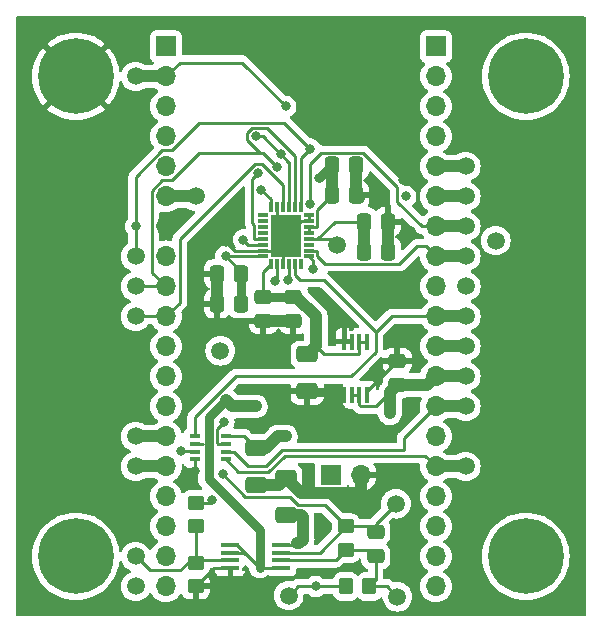
<source format=gbr>
%TF.GenerationSoftware,KiCad,Pcbnew,7.0.9-7.0.9~ubuntu22.04.1*%
%TF.CreationDate,2023-12-17T20:48:01-06:00*%
%TF.ProjectId,ultrasonic_microphone,756c7472-6173-46f6-9e69-635f6d696372,rev?*%
%TF.SameCoordinates,Original*%
%TF.FileFunction,Copper,L1,Top*%
%TF.FilePolarity,Positive*%
%FSLAX46Y46*%
G04 Gerber Fmt 4.6, Leading zero omitted, Abs format (unit mm)*
G04 Created by KiCad (PCBNEW 7.0.9-7.0.9~ubuntu22.04.1) date 2023-12-17 20:48:01*
%MOMM*%
%LPD*%
G01*
G04 APERTURE LIST*
G04 Aperture macros list*
%AMRoundRect*
0 Rectangle with rounded corners*
0 $1 Rounding radius*
0 $2 $3 $4 $5 $6 $7 $8 $9 X,Y pos of 4 corners*
0 Add a 4 corners polygon primitive as box body*
4,1,4,$2,$3,$4,$5,$6,$7,$8,$9,$2,$3,0*
0 Add four circle primitives for the rounded corners*
1,1,$1+$1,$2,$3*
1,1,$1+$1,$4,$5*
1,1,$1+$1,$6,$7*
1,1,$1+$1,$8,$9*
0 Add four rect primitives between the rounded corners*
20,1,$1+$1,$2,$3,$4,$5,0*
20,1,$1+$1,$4,$5,$6,$7,0*
20,1,$1+$1,$6,$7,$8,$9,0*
20,1,$1+$1,$8,$9,$2,$3,0*%
G04 Aperture macros list end*
%TA.AperFunction,SMDPad,CuDef*%
%ADD10C,1.500000*%
%TD*%
%TA.AperFunction,ComponentPad*%
%ADD11C,1.500000*%
%TD*%
%TA.AperFunction,ComponentPad*%
%ADD12C,6.400000*%
%TD*%
%TA.AperFunction,ComponentPad*%
%ADD13C,3.600000*%
%TD*%
%TA.AperFunction,ConnectorPad*%
%ADD14C,6.400000*%
%TD*%
%TA.AperFunction,SMDPad,CuDef*%
%ADD15R,0.854800X0.300000*%
%TD*%
%TA.AperFunction,SMDPad,CuDef*%
%ADD16R,0.300000X0.854800*%
%TD*%
%TA.AperFunction,SMDPad,CuDef*%
%ADD17R,2.600000X3.600000*%
%TD*%
%TA.AperFunction,SMDPad,CuDef*%
%ADD18RoundRect,0.250000X0.475000X-0.337500X0.475000X0.337500X-0.475000X0.337500X-0.475000X-0.337500X0*%
%TD*%
%TA.AperFunction,SMDPad,CuDef*%
%ADD19RoundRect,0.250000X-0.337500X-0.475000X0.337500X-0.475000X0.337500X0.475000X-0.337500X0.475000X0*%
%TD*%
%TA.AperFunction,SMDPad,CuDef*%
%ADD20R,0.431800X1.358900*%
%TD*%
%TA.AperFunction,SMDPad,CuDef*%
%ADD21RoundRect,0.250000X0.337500X0.475000X-0.337500X0.475000X-0.337500X-0.475000X0.337500X-0.475000X0*%
%TD*%
%TA.AperFunction,SMDPad,CuDef*%
%ADD22RoundRect,0.250000X0.650000X-0.412500X0.650000X0.412500X-0.650000X0.412500X-0.650000X-0.412500X0*%
%TD*%
%TA.AperFunction,SMDPad,CuDef*%
%ADD23RoundRect,0.250000X-0.450000X0.350000X-0.450000X-0.350000X0.450000X-0.350000X0.450000X0.350000X0*%
%TD*%
%TA.AperFunction,SMDPad,CuDef*%
%ADD24RoundRect,0.250000X0.350000X0.450000X-0.350000X0.450000X-0.350000X-0.450000X0.350000X-0.450000X0*%
%TD*%
%TA.AperFunction,SMDPad,CuDef*%
%ADD25R,0.876300X0.406400*%
%TD*%
%TA.AperFunction,SMDPad,CuDef*%
%ADD26R,1.524000X0.431800*%
%TD*%
%TA.AperFunction,SMDPad,CuDef*%
%ADD27RoundRect,0.250000X-0.475000X0.337500X-0.475000X-0.337500X0.475000X-0.337500X0.475000X0.337500X0*%
%TD*%
%TA.AperFunction,SMDPad,CuDef*%
%ADD28RoundRect,0.250000X-0.650000X0.412500X-0.650000X-0.412500X0.650000X-0.412500X0.650000X0.412500X0*%
%TD*%
%TA.AperFunction,SMDPad,CuDef*%
%ADD29RoundRect,0.250000X0.450000X-0.350000X0.450000X0.350000X-0.450000X0.350000X-0.450000X-0.350000X0*%
%TD*%
%TA.AperFunction,ComponentPad*%
%ADD30O,1.700000X1.700000*%
%TD*%
%TA.AperFunction,ComponentPad*%
%ADD31R,1.700000X1.700000*%
%TD*%
%TA.AperFunction,ViaPad*%
%ADD32C,0.800000*%
%TD*%
%TA.AperFunction,Conductor*%
%ADD33C,0.250000*%
%TD*%
%TA.AperFunction,Conductor*%
%ADD34C,1.000000*%
%TD*%
%TA.AperFunction,Conductor*%
%ADD35C,0.750000*%
%TD*%
G04 APERTURE END LIST*
D10*
%TO.P,TP15,1,1*%
%TO.N,G2*%
X129540000Y-66040000D03*
%TD*%
D11*
%TO.P,TP22,1,1*%
%TO.N,Net-(J3-Pin_1)*%
X129540000Y-76200000D03*
%TD*%
D10*
%TO.P,TP3,1,1*%
%TO.N,Net-(U2-INA+)*%
X129540000Y-73660000D03*
%TD*%
%TO.P,TP18,1,1*%
%TO.N,SCLK_SPI*%
X129540000Y-50800000D03*
%TD*%
%TO.P,TP14,1,1*%
%TO.N,MISO_SPI*%
X129540000Y-48260000D03*
%TD*%
D11*
%TO.P,TP21,1,1*%
%TO.N,Net-(U4-REGCAPA)*%
X136688230Y-56250138D03*
%TD*%
%TO.P,TP25,1,1*%
%TO.N,Net-(U5-V1P8ANA)*%
X157480000Y-50800000D03*
%TD*%
%TO.P,TP24,1,1*%
%TO.N,Net-(U5-V1P8DIG)*%
X160020000Y-46913934D03*
%TD*%
D10*
%TO.P,TP7,1,1*%
%TO.N,MCLK*%
X129540000Y-63500000D03*
%TD*%
%TO.P,TP19,1,1*%
%TO.N,ADC_CS\u002A*%
X129540000Y-53340000D03*
%TD*%
%TO.P,TP11,1,1*%
%TO.N,INT1*%
X134620000Y-43180000D03*
%TD*%
%TO.P,TP20,1,1*%
%TO.N,MOSI_SPI*%
X129540000Y-33020000D03*
%TD*%
%TO.P,TP9,1,1*%
%TO.N,G0*%
X157480000Y-66040000D03*
%TD*%
%TO.P,TP8,1,1*%
%TO.N,G1*%
X157480000Y-60960000D03*
%TD*%
%TO.P,TP10,1,1*%
%TO.N,REF*%
X157480000Y-58420000D03*
%TD*%
%TO.P,TP12,1,1*%
%TO.N,VGND*%
X157480000Y-55880000D03*
%TD*%
%TO.P,TP13,1,1*%
%TO.N,AMP_OUT*%
X157480000Y-53340000D03*
%TD*%
%TO.P,TP4,1,1*%
%TO.N,ADC_SYNC*%
X157480000Y-48260000D03*
%TD*%
%TO.P,TP2,1,1*%
%TO.N,ACCEL_CS\u002A*%
X157480000Y-45720000D03*
%TD*%
%TO.P,TP5,1,1*%
%TO.N,ACCEL_DRDY*%
X157480000Y-43180000D03*
%TD*%
%TO.P,TP1,1,1*%
%TO.N,ADC_DRDY\u002A*%
X157480000Y-40640000D03*
%TD*%
%TO.P,TP23,1,1*%
%TO.N,Net-(U4-REGCAPD)*%
X146563280Y-47303504D03*
%TD*%
%TO.P,TP6,1,1*%
%TO.N,Net-(U1-IN)*%
X151564651Y-69194710D03*
%TD*%
%TO.P,TP17,1,1*%
%TO.N,Net-(C11-Pad1)*%
X142477426Y-76971960D03*
%TD*%
%TO.P,TP16,1,1*%
%TO.N,Net-(U2-INB-)*%
X151692101Y-77081768D03*
%TD*%
D12*
%TO.P,GND,1*%
%TO.N,GND*%
X124460000Y-33020000D03*
%TD*%
D13*
%TO.P,REF\u002A\u002A,1*%
%TO.N,N/C*%
X162560000Y-33020000D03*
D14*
X162560000Y-33020000D03*
%TD*%
D13*
%TO.P,REF\u002A\u002A,1*%
%TO.N,N/C*%
X162560000Y-73660000D03*
D14*
X162560000Y-73660000D03*
%TD*%
%TO.P,REF\u002A\u002A,1*%
%TO.N,N/C*%
X124460000Y-73660000D03*
D13*
X124460000Y-73660000D03*
%TD*%
D15*
%TO.P,U4,1,RESET\u002A*%
%TO.N,+3.3V*%
X144167400Y-48260000D03*
%TO.P,U4,2,SYNC_IN\u002A*%
%TO.N,ADC_SYNC*%
X144167400Y-47760001D03*
%TO.P,U4,3,SYNC_OUT\u002A*%
%TO.N,unconnected-(U4-SYNC_OUT\u002A-Pad3)*%
X144167400Y-47260002D03*
%TO.P,U4,4,REGCAPD*%
%TO.N,Net-(U4-REGCAPD)*%
X144167400Y-46760001D03*
%TO.P,U4,5,IOVDD*%
%TO.N,+3.3V*%
X144167400Y-46260001D03*
%TO.P,U4,6,PIN\u002A/SPI*%
X144167400Y-45760000D03*
%TO.P,U4,7,DGND*%
%TO.N,GND*%
X144167400Y-45260001D03*
%TO.P,U4,8,CLKSEL*%
X144167400Y-44760002D03*
D16*
%TO.P,U4,9,DOUT/RDY\u002A*%
%TO.N,MISO_SPI*%
X143490000Y-44082602D03*
%TO.P,U4,10,SCLK*%
%TO.N,SCLK_SPI*%
X142990001Y-44082602D03*
%TO.P,U4,11,SDI*%
%TO.N,MOSI_SPI*%
X142490000Y-44082602D03*
%TO.P,U4,12,CS\u002A*%
%TO.N,ADC_CS\u002A*%
X141990000Y-44082602D03*
%TO.P,U4,13,XTAL1*%
%TO.N,GND*%
X141489999Y-44082602D03*
%TO.P,U4,14,MCLK/XTAL2*%
%TO.N,MCLK*%
X140990000Y-44082602D03*
D15*
%TO.P,U4,15,MODE0/GPIO0*%
%TO.N,unconnected-(U4-MODE0{slash}GPIO0-Pad15)*%
X140312600Y-44760002D03*
%TO.P,U4,16,MODE1/GPIO1*%
%TO.N,unconnected-(U4-MODE1{slash}GPIO1-Pad16)*%
X140312600Y-45260001D03*
%TO.P,U4,17,MODE2/GPIO2*%
%TO.N,unconnected-(U4-MODE2{slash}GPIO2-Pad17)*%
X140312600Y-45760000D03*
%TO.P,U4,18,MODE3/GPIO3(START\u002A)*%
%TO.N,unconnected-(U4-MODE3{slash}GPIO3(START\u002A)-Pad18)*%
X140312600Y-46260001D03*
%TO.P,U4,19,DRDY\u002A*%
%TO.N,ADC_DRDY\u002A*%
X140312600Y-46760001D03*
%TO.P,U4,20,REGCAPA*%
%TO.N,Net-(U4-REGCAPA)*%
X140312600Y-47260002D03*
%TO.P,U4,21,AVSS*%
%TO.N,GND*%
X140312600Y-47760001D03*
%TO.P,U4,22,AVDD2*%
%TO.N,+3.3V*%
X140312600Y-48260000D03*
D16*
%TO.P,U4,23,AVDD1*%
%TO.N,+5V*%
X140990000Y-48937400D03*
%TO.P,U4,24,REF+*%
%TO.N,REF*%
X141489999Y-48937400D03*
%TO.P,U4,25,REF-*%
%TO.N,GND*%
X141990000Y-48937400D03*
%TO.P,U4,26,AIN-*%
%TO.N,VGND*%
X142490000Y-48937400D03*
%TO.P,U4,27,AIN+*%
%TO.N,AMP_OUT*%
X142990001Y-48937400D03*
%TO.P,U4,28,VCM*%
%TO.N,unconnected-(U4-VCM-Pad28)*%
X143490000Y-48937400D03*
D17*
%TO.P,U4,29,EP(GND)*%
%TO.N,GND*%
X142240000Y-46510001D03*
%TD*%
D18*
%TO.P,C20,1*%
%TO.N,GND*%
X140346754Y-53733912D03*
%TO.P,C20,2*%
%TO.N,+5V*%
X140346754Y-51658912D03*
%TD*%
D19*
%TO.P,C18,1*%
%TO.N,Net-(U4-REGCAPD)*%
X148822500Y-45307037D03*
%TO.P,C18,2*%
%TO.N,GND*%
X150897500Y-45307037D03*
%TD*%
D20*
%TO.P,U3,1,\u002ASHDN*%
%TO.N,+5V*%
X149128302Y-55497850D03*
%TO.P,U3,2,VIN*%
X148478304Y-55497850D03*
%TO.P,U3,3,GND*%
%TO.N,GND*%
X147828302Y-55497850D03*
%TO.P,U3,4,GND*%
X147178304Y-55497850D03*
%TO.P,U3,5,GND*%
X147178304Y-59955550D03*
%TO.P,U3,6,VOUT_S*%
%TO.N,REF*%
X147828302Y-59955550D03*
%TO.P,U3,7,VOUT_F*%
X148478304Y-59955550D03*
%TO.P,U3,8,GND*%
%TO.N,GND*%
X149128302Y-59955550D03*
%TD*%
D21*
%TO.P,C6,1*%
%TO.N,+3.3V*%
X138472884Y-52282590D03*
%TO.P,C6,2*%
%TO.N,GND*%
X136397884Y-52282590D03*
%TD*%
D22*
%TO.P,C3,1*%
%TO.N,+3.3V*%
X142240000Y-70142500D03*
%TO.P,C3,2*%
%TO.N,GND*%
X142240000Y-67017500D03*
%TD*%
D23*
%TO.P,R1,1*%
%TO.N,REF*%
X134620000Y-69120000D03*
%TO.P,R1,2*%
%TO.N,Net-(U2-INA+)*%
X134620000Y-71120000D03*
%TD*%
D19*
%TO.P,C5,1*%
%TO.N,+3.3V*%
X146144329Y-40542246D03*
%TO.P,C5,2*%
%TO.N,GND*%
X148219329Y-40542246D03*
%TD*%
D23*
%TO.P,R2,1*%
%TO.N,Net-(U2-INA+)*%
X134620000Y-74200000D03*
%TO.P,R2,2*%
%TO.N,GND*%
X134620000Y-76200000D03*
%TD*%
D18*
%TO.P,C7,1*%
%TO.N,REF*%
X151668302Y-59151698D03*
%TO.P,C7,2*%
%TO.N,GND*%
X151668302Y-57076698D03*
%TD*%
%TO.P,C23,1*%
%TO.N,GND*%
X142886754Y-53733912D03*
%TO.P,C23,2*%
%TO.N,+5V*%
X142886754Y-51658912D03*
%TD*%
D19*
%TO.P,C8,1*%
%TO.N,+3.3V*%
X146144329Y-43082246D03*
%TO.P,C8,2*%
%TO.N,GND*%
X148219329Y-43082246D03*
%TD*%
D24*
%TO.P,R4,1*%
%TO.N,Net-(U2-INB-)*%
X149320000Y-76200000D03*
%TO.P,R4,2*%
%TO.N,Net-(C11-Pad1)*%
X147320000Y-76200000D03*
%TD*%
D25*
%TO.P,U1,1,OUT*%
%TO.N,AMP_OUT*%
X134531100Y-63500000D03*
%TO.P,U1,2,AGND*%
%TO.N,VGND*%
X134531100Y-64149998D03*
%TO.P,U1,3,IN*%
%TO.N,Net-(U1-IN)*%
X134531100Y-64800000D03*
%TO.P,U1,4,V-*%
%TO.N,GND*%
X134531100Y-65449998D03*
%TO.P,U1,5,G0*%
%TO.N,G0*%
X137160000Y-65449998D03*
%TO.P,U1,6,G1*%
%TO.N,G1*%
X137160000Y-64800000D03*
%TO.P,U1,7,G2*%
%TO.N,G2*%
X137160000Y-64149998D03*
%TO.P,U1,8,V+*%
%TO.N,+3.3V*%
X137160000Y-63500000D03*
%TD*%
D26*
%TO.P,U2,1,OUTA*%
%TO.N,VGND*%
X137528300Y-72685001D03*
%TO.P,U2,2,INA-*%
X137528300Y-73334999D03*
%TO.P,U2,3,INA+*%
%TO.N,Net-(U2-INA+)*%
X137528300Y-73985001D03*
%TO.P,U2,4,V-*%
%TO.N,GND*%
X137528300Y-74634999D03*
%TO.P,U2,5,INB+*%
%TO.N,VGND*%
X141871700Y-74634999D03*
%TO.P,U2,6,INB-*%
%TO.N,Net-(U2-INB-)*%
X141871700Y-73985001D03*
%TO.P,U2,7,OUTB*%
%TO.N,Net-(U1-IN)*%
X141871700Y-73334999D03*
%TO.P,U2,8,V+*%
%TO.N,+3.3V*%
X141871700Y-72685001D03*
%TD*%
D19*
%TO.P,C21,1*%
%TO.N,Net-(U4-REGCAPD)*%
X148822500Y-47847037D03*
%TO.P,C21,2*%
%TO.N,GND*%
X150897500Y-47847037D03*
%TD*%
D27*
%TO.P,C4,1*%
%TO.N,Net-(U1-IN)*%
X149860000Y-71585000D03*
%TO.P,C4,2*%
%TO.N,Net-(U2-INB-)*%
X149860000Y-73660000D03*
%TD*%
D21*
%TO.P,C9,1*%
%TO.N,+3.3V*%
X138472884Y-49742590D03*
%TO.P,C9,2*%
%TO.N,GND*%
X136397884Y-49742590D03*
%TD*%
D28*
%TO.P,C1,1*%
%TO.N,+5V*%
X144048302Y-56551698D03*
%TO.P,C1,2*%
%TO.N,GND*%
X144048302Y-59676698D03*
%TD*%
%TO.P,C2,1*%
%TO.N,+3.3V*%
X139700000Y-64477500D03*
%TO.P,C2,2*%
%TO.N,GND*%
X139700000Y-67602500D03*
%TD*%
D29*
%TO.P,R3,1*%
%TO.N,Net-(U2-INB-)*%
X147320000Y-73120000D03*
%TO.P,R3,2*%
%TO.N,Net-(U1-IN)*%
X147320000Y-71120000D03*
%TD*%
D30*
%TO.P,J2,19,CLK*%
%TO.N,unconnected-(J2-CLK-Pad19)*%
X132080000Y-76200000D03*
%TO.P,J2,18,SD0*%
%TO.N,unconnected-(J2-SD0-Pad18)*%
X132080000Y-73660000D03*
%TO.P,J2,17,SD1*%
%TO.N,unconnected-(J2-SD1-Pad17)*%
X132080000Y-71120000D03*
%TO.P,J2,16,P15*%
%TO.N,unconnected-(J2-P15-Pad16)*%
X132080000Y-68580000D03*
%TO.P,J2,15,P2*%
%TO.N,G2*%
X132080000Y-66040000D03*
%TO.P,J2,14,P0*%
%TO.N,MCLK*%
X132080000Y-63500000D03*
%TO.P,J2,13,P4*%
%TO.N,unconnected-(J2-P4-Pad13)*%
X132080000Y-60960000D03*
%TO.P,J2,12,P16*%
%TO.N,unconnected-(J2-P16-Pad12)*%
X132080000Y-58420000D03*
%TO.P,J2,11,P17*%
%TO.N,unconnected-(J2-P17-Pad11)*%
X132080000Y-55880000D03*
%TO.P,J2,10,P5*%
%TO.N,ADC_CS\u002A*%
X132080000Y-53340000D03*
%TO.P,J2,9,P18*%
%TO.N,SCLK_SPI*%
X132080000Y-50800000D03*
%TO.P,J2,8,P19*%
%TO.N,MISO_SPI*%
X132080000Y-48260000D03*
%TO.P,J2,7,GND*%
%TO.N,GND*%
X132080000Y-45720000D03*
%TO.P,J2,6,P21*%
%TO.N,INT1*%
X132080000Y-43180000D03*
%TO.P,J2,5,RX*%
%TO.N,unconnected-(J2-RX-Pad5)*%
X132080000Y-40640000D03*
%TO.P,J2,4,TX*%
%TO.N,unconnected-(J2-TX-Pad4)*%
X132080000Y-38100000D03*
%TO.P,J2,3,P22*%
%TO.N,unconnected-(J2-P22-Pad3)*%
X132080000Y-35560000D03*
%TO.P,J2,2,P23*%
%TO.N,MOSI_SPI*%
X132080000Y-33020000D03*
D31*
%TO.P,J2,1,GND*%
%TO.N,unconnected-(J2-GND-Pad1)*%
X132080000Y-30480000D03*
%TD*%
%TO.P,J3,1,Pin_1*%
%TO.N,Net-(J3-Pin_1)*%
X146045000Y-66745000D03*
D30*
%TO.P,J3,2,Pin_2*%
%TO.N,GND*%
X148585000Y-66745000D03*
%TD*%
D31*
%TO.P,J1,1,3.3V*%
%TO.N,+3.3V*%
X154940000Y-30480000D03*
D30*
%TO.P,J1,2,EN*%
%TO.N,unconnected-(J1-EN-Pad2)*%
X154940000Y-33020000D03*
%TO.P,J1,3,SVP*%
%TO.N,unconnected-(J1-SVP-Pad3)*%
X154940000Y-35560000D03*
%TO.P,J1,4,SVN*%
%TO.N,unconnected-(J1-SVN-Pad4)*%
X154940000Y-38100000D03*
%TO.P,J1,5,P34*%
%TO.N,ADC_DRDY\u002A*%
X154940000Y-40640000D03*
%TO.P,J1,6,P35*%
%TO.N,ACCEL_DRDY*%
X154940000Y-43180000D03*
%TO.P,J1,7,P32*%
%TO.N,ACCEL_CS\u002A*%
X154940000Y-45720000D03*
%TO.P,J1,8,P33*%
%TO.N,ADC_SYNC*%
X154940000Y-48260000D03*
%TO.P,J1,9,P25*%
%TO.N,unconnected-(J1-P25-Pad9)*%
X154940000Y-50800000D03*
%TO.P,J1,10,P26*%
%TO.N,AMP_OUT*%
X154940000Y-53340000D03*
%TO.P,J1,11,P27*%
%TO.N,VGND*%
X154940000Y-55880000D03*
%TO.P,J1,12,P14*%
%TO.N,REF*%
X154940000Y-58420000D03*
%TO.P,J1,13,P12*%
%TO.N,G1*%
X154940000Y-60960000D03*
%TO.P,J1,14,GND*%
%TO.N,unconnected-(J1-GND-Pad14)*%
X154940000Y-63500000D03*
%TO.P,J1,15,P13*%
%TO.N,G0*%
X154940000Y-66040000D03*
%TO.P,J1,16,SD2*%
%TO.N,unconnected-(J1-SD2-Pad16)*%
X154940000Y-68580000D03*
%TO.P,J1,17,SD3*%
%TO.N,unconnected-(J1-SD3-Pad17)*%
X154940000Y-71120000D03*
%TO.P,J1,18,CMD*%
%TO.N,unconnected-(J1-CMD-Pad18)*%
X154940000Y-73660000D03*
%TO.P,J1,19,5V*%
%TO.N,+5V*%
X154940000Y-76200000D03*
%TD*%
D32*
%TO.N,GND*%
X137417582Y-54093489D03*
%TO.N,MISO_SPI*%
X129540000Y-45720000D03*
%TO.N,MOSI_SPI*%
X141803624Y-39578289D03*
%TO.N,ADC_DRDY\u002A*%
X139892868Y-41174424D03*
%TO.N,MOSI_SPI*%
X139700000Y-38100000D03*
%TO.N,REF*%
X135998352Y-68920918D03*
%TO.N,GND*%
X152813219Y-46129976D03*
X147290193Y-53831803D03*
X144780000Y-63500000D03*
X152341757Y-54929598D03*
%TO.N,Net-(U1-IN)*%
X133356597Y-64729076D03*
X136882534Y-66670015D03*
%TO.N,GND*%
X145344112Y-71156781D03*
%TO.N,G2*%
X136999540Y-62307849D03*
%TO.N,+5V*%
X144766735Y-54851801D03*
%TO.N,GND*%
X137201285Y-47043106D03*
X152183694Y-41772518D03*
X134549282Y-66450024D03*
X153366736Y-49511862D03*
%TO.N,+3.3V*%
X152400000Y-43180000D03*
X143665901Y-70279671D03*
X145036632Y-41616872D03*
X144565026Y-49285049D03*
X142240000Y-63500000D03*
X137160000Y-48260000D03*
%TO.N,REF*%
X141325449Y-50347438D03*
X151051005Y-61546519D03*
%TO.N,Net-(U4-REGCAPA)*%
X138649680Y-46851402D03*
%TO.N,Net-(C11-Pad1)*%
X144780000Y-76200000D03*
%TO.N,VGND*%
X139700000Y-60960000D03*
X142402922Y-50271635D03*
%TO.N,MCLK*%
X140123478Y-42595610D03*
%TO.N,ACCEL_CS\u002A*%
X144248069Y-43837913D03*
%TO.N,MOSI_SPI*%
X142240000Y-35560000D03*
%TO.N,MISO_SPI*%
X144304062Y-39148529D03*
%TO.N,SCLK_SPI*%
X141509811Y-40679983D03*
%TD*%
D33*
%TO.N,MISO_SPI*%
X129540000Y-45720000D02*
X129540000Y-41518299D01*
X129540000Y-41518299D02*
X131783299Y-39275000D01*
D34*
%TO.N,MOSI_SPI*%
X132080000Y-33020000D02*
X129540000Y-33020000D01*
%TO.N,INT1*%
X134620000Y-43180000D02*
X132080000Y-43180000D01*
%TO.N,G2*%
X129540000Y-66040000D02*
X132080000Y-66040000D01*
D33*
%TO.N,GND*%
X134531100Y-65449998D02*
X134531100Y-66431842D01*
X134531100Y-66431842D02*
X134549282Y-66450024D01*
%TO.N,REF*%
X134620000Y-69120000D02*
X135799270Y-69120000D01*
X135799270Y-69120000D02*
X135998352Y-68920918D01*
%TO.N,Net-(U2-INA+)*%
X134620000Y-74200000D02*
X133920000Y-74200000D01*
X133920000Y-74200000D02*
X133285000Y-74835000D01*
X133285000Y-74835000D02*
X130715000Y-74835000D01*
X130715000Y-74835000D02*
X129540000Y-73660000D01*
%TO.N,ADC_CS\u002A*%
X129540000Y-53340000D02*
X132080000Y-53340000D01*
%TO.N,SCLK_SPI*%
X129540000Y-50800000D02*
X132080000Y-50800000D01*
%TO.N,MISO_SPI*%
X129540000Y-48260000D02*
X129540000Y-45720000D01*
X132566701Y-39275000D02*
X131783299Y-39275000D01*
%TO.N,ADC_CS\u002A*%
X133255000Y-52165000D02*
X132080000Y-53340000D01*
X133255000Y-46786987D02*
X133255000Y-52165000D01*
X139592563Y-40449424D02*
X133255000Y-46786987D01*
%TO.N,MISO_SPI*%
X144304062Y-39148529D02*
X142080533Y-36925000D01*
X134916701Y-36925000D02*
X132566701Y-39275000D01*
X142080533Y-36925000D02*
X134916701Y-36925000D01*
X143490000Y-44082602D02*
X143490000Y-39962591D01*
X143490000Y-39962591D02*
X144304062Y-39148529D01*
%TO.N,SCLK_SPI*%
X140294828Y-39465000D02*
X134916701Y-39465000D01*
X132566701Y-41815000D02*
X131783299Y-41815000D01*
X130905000Y-42693299D02*
X130905000Y-49625000D01*
X134916701Y-39465000D02*
X132566701Y-41815000D01*
X131783299Y-41815000D02*
X130905000Y-42693299D01*
X130905000Y-49625000D02*
X132080000Y-50800000D01*
%TO.N,ADC_CS\u002A*%
X141990000Y-44082602D02*
X141990000Y-42246251D01*
X141990000Y-42246251D02*
X140193173Y-40449424D01*
X140193173Y-40449424D02*
X139592563Y-40449424D01*
%TO.N,ADC_DRDY\u002A*%
X139560200Y-45580200D02*
X139398478Y-45418478D01*
X139398478Y-45418478D02*
X139398478Y-41668814D01*
X139398478Y-41668814D02*
X139892868Y-41174424D01*
%TO.N,MCLK*%
X140123478Y-42595610D02*
X139982868Y-42455000D01*
%TO.N,SCLK_SPI*%
X142990001Y-44082602D02*
X142990001Y-39739361D01*
X140625640Y-37375000D02*
X139399695Y-37375000D01*
X142990001Y-39739361D02*
X140625640Y-37375000D01*
X138975000Y-37799695D02*
X138975000Y-38400305D01*
X139399695Y-37375000D02*
X138975000Y-37799695D01*
X138975000Y-38400305D02*
X140039695Y-39465000D01*
X140039695Y-39465000D02*
X140294828Y-39465000D01*
%TO.N,MOSI_SPI*%
X141780258Y-39578289D02*
X140301969Y-38100000D01*
X141803624Y-39578289D02*
X141780258Y-39578289D01*
X141803624Y-39601655D02*
X141803624Y-39578289D01*
X142490000Y-44082602D02*
X142490000Y-40253604D01*
X140301969Y-38100000D02*
X139700000Y-38100000D01*
X142490000Y-40253604D02*
X142455573Y-40253604D01*
X142455573Y-40253604D02*
X141803624Y-39601655D01*
%TO.N,SCLK_SPI*%
X140294828Y-39465000D02*
X141509811Y-40679983D01*
%TO.N,MOSI_SPI*%
X142240000Y-35560000D02*
X138525000Y-31845000D01*
X138525000Y-31845000D02*
X133255000Y-31845000D01*
X133255000Y-31845000D02*
X132080000Y-33020000D01*
D34*
%TO.N,MCLK*%
X129540000Y-63500000D02*
X132080000Y-63500000D01*
D33*
%TO.N,Net-(U4-REGCAPD)*%
X144167400Y-46760001D02*
X146019777Y-46760001D01*
X146019777Y-46760001D02*
X146563280Y-47303504D01*
D34*
%TO.N,ADC_DRDY\u002A*%
X157480000Y-40640000D02*
X154940000Y-40640000D01*
%TO.N,ACCEL_DRDY*%
X157480000Y-43180000D02*
X154940000Y-43180000D01*
%TO.N,ACCEL_CS\u002A*%
X157480000Y-45720000D02*
X154940000Y-45720000D01*
%TO.N,ADC_SYNC*%
X157480000Y-48260000D02*
X154940000Y-48260000D01*
%TO.N,AMP_OUT*%
X157480000Y-53340000D02*
X154940000Y-53340000D01*
%TO.N,VGND*%
X157480000Y-55880000D02*
X154940000Y-55880000D01*
%TO.N,REF*%
X157480000Y-58420000D02*
X154940000Y-58420000D01*
%TO.N,G1*%
X157480000Y-60960000D02*
X154940000Y-60960000D01*
%TO.N,G0*%
X157480000Y-66040000D02*
X154940000Y-66040000D01*
D33*
%TO.N,Net-(U4-REGCAPD)*%
X146370745Y-45307037D02*
X148822500Y-45307037D01*
%TO.N,Net-(C11-Pad1)*%
X142477426Y-76971960D02*
X143249386Y-76200000D01*
X143249386Y-76200000D02*
X144780000Y-76200000D01*
%TO.N,Net-(U1-IN)*%
X149860000Y-71585000D02*
X149860000Y-70899361D01*
X149860000Y-70899361D02*
X151564651Y-69194710D01*
%TO.N,Net-(U2-INB-)*%
X149320000Y-76200000D02*
X150810333Y-76200000D01*
X150810333Y-76200000D02*
X151692101Y-77081768D01*
%TO.N,Net-(U1-IN)*%
X136882534Y-66670015D02*
X138802519Y-68590000D01*
X138802519Y-68590000D02*
X142570100Y-68590000D01*
X143297600Y-69317500D02*
X145517500Y-69317500D01*
X145517500Y-69317500D02*
X147320000Y-71120000D01*
X142570100Y-68590000D02*
X143297600Y-69317500D01*
D34*
%TO.N,GND*%
X142240000Y-67017500D02*
X143517500Y-68295000D01*
X143517500Y-68295000D02*
X148237081Y-68295000D01*
X148237081Y-68295000D02*
X148585000Y-67947081D01*
X148585000Y-67947081D02*
X148585000Y-66745000D01*
D33*
%TO.N,Net-(U1-IN)*%
X133356597Y-64729076D02*
X134460176Y-64729076D01*
X134460176Y-64729076D02*
X134531100Y-64800000D01*
D34*
%TO.N,+3.3V*%
X143665901Y-70279671D02*
X143665901Y-72234099D01*
X143665901Y-72234099D02*
X143390001Y-72509999D01*
X143390001Y-72509999D02*
X143214999Y-72509999D01*
X142240000Y-70142500D02*
X143528730Y-70142500D01*
X143528730Y-70142500D02*
X143665901Y-70279671D01*
D33*
%TO.N,AMP_OUT*%
X149860000Y-54684198D02*
X151204198Y-53340000D01*
X151204198Y-53340000D02*
X154940000Y-53340000D01*
X134531100Y-63500000D02*
X134531100Y-61882174D01*
X134531100Y-61882174D02*
X137993274Y-58420000D01*
X137993274Y-58420000D02*
X147751502Y-58420000D01*
X147751502Y-58420000D02*
X149860000Y-56311502D01*
X145433860Y-50258058D02*
X143434761Y-50258058D01*
X149860000Y-56311502D02*
X149860000Y-54684198D01*
X149860000Y-54684198D02*
X145433860Y-50258058D01*
%TO.N,ADC_SYNC*%
X145556837Y-48897037D02*
X151863319Y-48897037D01*
X151863319Y-48897037D02*
X153350356Y-47410000D01*
X153350356Y-47410000D02*
X154090000Y-47410000D01*
X154090000Y-47410000D02*
X154940000Y-48260000D01*
D34*
%TO.N,REF*%
X151668302Y-59151698D02*
X154208302Y-59151698D01*
X154208302Y-59151698D02*
X154940000Y-58420000D01*
D33*
%TO.N,G2*%
X137160000Y-64149998D02*
X136518648Y-64149998D01*
X136518648Y-64149998D02*
X136396850Y-64028200D01*
X136396850Y-62910539D02*
X136999540Y-62307849D01*
X136396850Y-64028200D02*
X136396850Y-62910539D01*
D35*
%TO.N,+5V*%
X140346754Y-51658912D02*
X142886754Y-51658912D01*
D34*
X142886754Y-51658912D02*
X143098912Y-51658912D01*
D33*
X148478304Y-55497850D02*
X149128302Y-55497850D01*
X148403304Y-56502300D02*
X145462300Y-56502300D01*
X145462300Y-56502300D02*
X144780000Y-55820000D01*
D34*
X144780000Y-55820000D02*
X144780000Y-53340000D01*
X144048302Y-56551698D02*
X144780000Y-55820000D01*
D33*
X140346754Y-49580646D02*
X140990000Y-48937400D01*
X140346754Y-51658912D02*
X140346754Y-49580646D01*
X148478304Y-55497850D02*
X148478304Y-56427300D01*
X148478304Y-56427300D02*
X148403304Y-56502300D01*
D34*
X143098912Y-51658912D02*
X144780000Y-53340000D01*
%TO.N,GND*%
X141655000Y-67602500D02*
X139700000Y-67602500D01*
D33*
X143490000Y-45260001D02*
X142240000Y-46510001D01*
X137528300Y-74634999D02*
X136185001Y-74634999D01*
D34*
X136397884Y-52282590D02*
X136397884Y-49742590D01*
D33*
X137918180Y-47760001D02*
X137201285Y-47043106D01*
X149128302Y-59955550D02*
X149128302Y-59616698D01*
D34*
X142886754Y-53733912D02*
X140346754Y-53733912D01*
D33*
X141489999Y-45760000D02*
X142240000Y-46510001D01*
X136185001Y-74634999D02*
X134620000Y-76200000D01*
X141990000Y-48937400D02*
X141990000Y-46760001D01*
X140990000Y-47760001D02*
X142240000Y-46510001D01*
X141990000Y-46760001D02*
X142240000Y-46510001D01*
X140312600Y-47760001D02*
X137918180Y-47760001D01*
X144167400Y-45260001D02*
X143490000Y-45260001D01*
X147178304Y-59955550D02*
X144327154Y-59955550D01*
X144327154Y-59955550D02*
X144048302Y-59676698D01*
D34*
X148219329Y-40542246D02*
X148219329Y-43082246D01*
D33*
X149128302Y-59616698D02*
X151668302Y-57076698D01*
X141489999Y-44082602D02*
X141489999Y-45760000D01*
X144167400Y-45260001D02*
X144167400Y-44760002D01*
D34*
X148445745Y-43308662D02*
X148219329Y-43082246D01*
X142240000Y-67017500D02*
X141655000Y-67602500D01*
D33*
X140312600Y-47760001D02*
X140990000Y-47760001D01*
D34*
X150897500Y-45307037D02*
X150897500Y-47847037D01*
D33*
%TO.N,+3.3V*%
X144167400Y-45760000D02*
X144894801Y-45760000D01*
X138472884Y-49742590D02*
X138472884Y-49572884D01*
D34*
X139700000Y-64477500D02*
X140600000Y-64477500D01*
D33*
X141871700Y-72685001D02*
X143214999Y-72685001D01*
X144919800Y-44306775D02*
X146144329Y-43082246D01*
X137160000Y-48260000D02*
X140312600Y-48260000D01*
X144167400Y-46260001D02*
X144167400Y-45760000D01*
D34*
X141577500Y-63500000D02*
X142240000Y-63500000D01*
D33*
X144565026Y-49285049D02*
X144565026Y-48657626D01*
X138472884Y-49572884D02*
X137160000Y-48260000D01*
D35*
X138472884Y-52282590D02*
X138472884Y-49742590D01*
X145069703Y-41616872D02*
X146144329Y-40542246D01*
D33*
X138722500Y-63500000D02*
X137160000Y-63500000D01*
X144565026Y-48657626D02*
X144167400Y-48260000D01*
D35*
X145036632Y-41616872D02*
X145069703Y-41616872D01*
D33*
X139700000Y-64477500D02*
X138722500Y-63500000D01*
X144919800Y-45735001D02*
X144919800Y-44306775D01*
D34*
X146144329Y-43082246D02*
X146144329Y-40542246D01*
D33*
X144894801Y-45760000D02*
X144919800Y-45735001D01*
D34*
X140600000Y-64477500D02*
X141577500Y-63500000D01*
D33*
%TO.N,Net-(U2-INB-)*%
X149860000Y-75660000D02*
X149320000Y-76200000D01*
X149860000Y-73660000D02*
X149860000Y-75660000D01*
X146454999Y-73985001D02*
X141871700Y-73985001D01*
X149320000Y-73120000D02*
X149860000Y-73660000D01*
X147320000Y-73120000D02*
X146454999Y-73985001D01*
X147320000Y-73120000D02*
X149320000Y-73120000D01*
%TO.N,REF*%
X147828302Y-59955550D02*
X148478304Y-59955550D01*
X141489999Y-48937400D02*
X141489999Y-50182888D01*
X148478304Y-60850902D02*
X148587402Y-60960000D01*
D34*
X151668302Y-59151698D02*
X151051005Y-59768995D01*
D33*
X148478304Y-59955550D02*
X148478304Y-60850902D01*
X141489999Y-50182888D02*
X141325449Y-50347438D01*
X149860000Y-60960000D02*
X151668302Y-59151698D01*
D34*
X151051005Y-59768995D02*
X151051005Y-61546519D01*
D33*
X148587402Y-60960000D02*
X149860000Y-60960000D01*
%TO.N,Net-(U4-REGCAPA)*%
X138649680Y-46851402D02*
X139058280Y-47260002D01*
X139058280Y-47260002D02*
X140312600Y-47260002D01*
%TO.N,Net-(C11-Pad1)*%
X144780000Y-76200000D02*
X147320000Y-76200000D01*
%TO.N,Net-(U4-REGCAPD)*%
X144917781Y-46760001D02*
X146370745Y-45307037D01*
D34*
X148822500Y-47847037D02*
X148822500Y-45307037D01*
D33*
X144167400Y-46760001D02*
X144917781Y-46760001D01*
%TO.N,VGND*%
X138724397Y-73334999D02*
X137528300Y-73334999D01*
X138074400Y-72685001D02*
X139374699Y-73985301D01*
X142402922Y-50271635D02*
X142490000Y-50184557D01*
X139374699Y-73985301D02*
X140024398Y-74634999D01*
X140024398Y-74634999D02*
X141871700Y-74634999D01*
X142490000Y-50184557D02*
X142490000Y-48937400D01*
D35*
X140024398Y-74634999D02*
X140024398Y-71444398D01*
D33*
X135269998Y-64149998D02*
X134531100Y-64149998D01*
D34*
X137700000Y-60960000D02*
X137160000Y-60420000D01*
X139700000Y-60960000D02*
X137700000Y-60960000D01*
D35*
X135696850Y-67116850D02*
X135696850Y-61883150D01*
D33*
X139374699Y-73985301D02*
X138724397Y-73334999D01*
D35*
X135696850Y-61883150D02*
X137160000Y-60420000D01*
X140024398Y-71444398D02*
X135696850Y-67116850D01*
D33*
%TO.N,AMP_OUT*%
X143434761Y-50258058D02*
X142990001Y-49813298D01*
X142990001Y-49813298D02*
X142990001Y-48937400D01*
%TO.N,G1*%
X137848150Y-64800000D02*
X139078150Y-66030000D01*
X152287446Y-64670000D02*
X152287446Y-63612554D01*
X152287446Y-63612554D02*
X154940000Y-60960000D01*
X140584595Y-66030000D02*
X141944595Y-64670000D01*
X137160000Y-64800000D02*
X137848150Y-64800000D01*
X139078150Y-66030000D02*
X140584595Y-66030000D01*
X141944595Y-64670000D02*
X152287446Y-64670000D01*
%TO.N,G0*%
X137160000Y-65449998D02*
X138190002Y-66480000D01*
X140770991Y-66480000D02*
X142130991Y-65120000D01*
X142130991Y-65120000D02*
X154020000Y-65120000D01*
X138190002Y-66480000D02*
X140770991Y-66480000D01*
X154020000Y-65120000D02*
X154940000Y-66040000D01*
%TO.N,MCLK*%
X140123478Y-42553478D02*
X140123478Y-42595610D01*
X140165610Y-42595610D02*
X140990000Y-43420000D01*
X140123478Y-42595610D02*
X140165610Y-42595610D01*
X140990000Y-43420000D02*
X140990000Y-44082602D01*
%TO.N,Net-(U2-INA+)*%
X134620000Y-71120000D02*
X134620000Y-74200000D01*
X134834999Y-73985001D02*
X137528300Y-73985001D01*
%TO.N,Net-(U1-IN)*%
X141871700Y-73334999D02*
X145105001Y-73334999D01*
X145105001Y-73334999D02*
X147320000Y-71120000D01*
X149395000Y-71120000D02*
X149860000Y-71585000D01*
X147320000Y-71120000D02*
X149395000Y-71120000D01*
%TO.N,ACCEL_CS\u002A*%
X153737919Y-45720000D02*
X154940000Y-45720000D01*
X145202754Y-39492246D02*
X148801929Y-39492246D01*
X144248069Y-40446931D02*
X145202754Y-39492246D01*
X144248069Y-43837913D02*
X144248069Y-40446931D01*
X151675000Y-43657081D02*
X153737919Y-45720000D01*
X148801929Y-39492246D02*
X151675000Y-42365317D01*
X151675000Y-42365317D02*
X151675000Y-43657081D01*
%TO.N,ADC_DRDY\u002A*%
X139585200Y-46760001D02*
X140312600Y-46760001D01*
X139560200Y-45580200D02*
X139560200Y-46735001D01*
X139560200Y-46735001D02*
X139585200Y-46760001D01*
%TO.N,ADC_SYNC*%
X144919800Y-47785000D02*
X144919800Y-48260000D01*
X144167400Y-47760001D02*
X144894801Y-47760001D01*
X144894801Y-47760001D02*
X144919800Y-47785000D01*
X144919800Y-48260000D02*
X145556837Y-48897037D01*
%TD*%
%TA.AperFunction,Conductor*%
%TO.N,GND*%
G36*
X145274087Y-69962685D02*
G01*
X145294729Y-69979319D01*
X146083181Y-70767771D01*
X146116666Y-70829094D01*
X146119500Y-70855452D01*
X146119500Y-71384546D01*
X146099815Y-71451585D01*
X146083181Y-71472227D01*
X144882229Y-72673180D01*
X144820906Y-72706665D01*
X144794548Y-72709499D01*
X144738773Y-72709499D01*
X144671734Y-72689814D01*
X144625979Y-72637010D01*
X144616035Y-72567852D01*
X144624823Y-72536598D01*
X144625441Y-72535157D01*
X144637794Y-72475039D01*
X144638907Y-72470511D01*
X144655788Y-72411517D01*
X144658396Y-72377254D01*
X144659488Y-72369475D01*
X144666401Y-72335838D01*
X144666401Y-72274500D01*
X144666580Y-72269791D01*
X144671238Y-72208624D01*
X144666898Y-72174540D01*
X144666401Y-72166701D01*
X144666401Y-70292369D01*
X144668658Y-70203312D01*
X144668657Y-70203311D01*
X144668658Y-70203308D01*
X144657833Y-70142916D01*
X144657181Y-70138258D01*
X144651784Y-70085185D01*
X144651210Y-70079544D01*
X144664012Y-70010858D01*
X144711916Y-69959995D01*
X144774574Y-69943000D01*
X145207048Y-69943000D01*
X145274087Y-69962685D01*
G37*
%TD.AperFunction*%
%TA.AperFunction,Conductor*%
G36*
X133627181Y-65874674D02*
G01*
X133653721Y-65900797D01*
X133735759Y-66010385D01*
X133735762Y-66010388D01*
X133850856Y-66096548D01*
X133850863Y-66096552D01*
X133985570Y-66146794D01*
X133985577Y-66146796D01*
X134045105Y-66153197D01*
X134045122Y-66153198D01*
X134697350Y-66153198D01*
X134764389Y-66172883D01*
X134810144Y-66225687D01*
X134821350Y-66277198D01*
X134821350Y-67078747D01*
X134821145Y-67083781D01*
X134816510Y-67140693D01*
X134827764Y-67223291D01*
X134836777Y-67306166D01*
X134836779Y-67306177D01*
X134836840Y-67306356D01*
X134842190Y-67329181D01*
X134842216Y-67329375D01*
X134842219Y-67329386D01*
X134870969Y-67407644D01*
X134897580Y-67486624D01*
X134897584Y-67486632D01*
X134897682Y-67486795D01*
X134907819Y-67507949D01*
X134907886Y-67508133D01*
X134907888Y-67508136D01*
X134952789Y-67578385D01*
X134955384Y-67582697D01*
X134995761Y-67649804D01*
X134995892Y-67649942D01*
X135010345Y-67668429D01*
X135010452Y-67668597D01*
X135044339Y-67702483D01*
X135069402Y-67727546D01*
X135126721Y-67788057D01*
X135126878Y-67788164D01*
X135144971Y-67803115D01*
X135149675Y-67807819D01*
X135183160Y-67869142D01*
X135178176Y-67938834D01*
X135136304Y-67994767D01*
X135070840Y-68019184D01*
X135061994Y-68019500D01*
X134119998Y-68019500D01*
X134119980Y-68019501D01*
X134017203Y-68030000D01*
X134017200Y-68030001D01*
X133850668Y-68085185D01*
X133850663Y-68085187D01*
X133701345Y-68177287D01*
X133592074Y-68286558D01*
X133530751Y-68320042D01*
X133461059Y-68315058D01*
X133405126Y-68273186D01*
X133384618Y-68230969D01*
X133353905Y-68116344D01*
X133353904Y-68116343D01*
X133353903Y-68116337D01*
X133254035Y-67902171D01*
X133208631Y-67837326D01*
X133118494Y-67708597D01*
X132951402Y-67541506D01*
X132951396Y-67541501D01*
X132765842Y-67411575D01*
X132722217Y-67356998D01*
X132715023Y-67287500D01*
X132746546Y-67225145D01*
X132765842Y-67208425D01*
X132881983Y-67127102D01*
X132951401Y-67078495D01*
X133118495Y-66911401D01*
X133254035Y-66717830D01*
X133353903Y-66503663D01*
X133415063Y-66275408D01*
X133435659Y-66040000D01*
X133430927Y-65985915D01*
X133444693Y-65917416D01*
X133493308Y-65867233D01*
X133561337Y-65851299D01*
X133627181Y-65874674D01*
G37*
%TD.AperFunction*%
%TA.AperFunction,Conductor*%
G36*
X142595264Y-59065185D02*
G01*
X142641019Y-59117989D01*
X142651583Y-59182103D01*
X142648302Y-59214211D01*
X142648302Y-59426698D01*
X145448301Y-59426698D01*
X145448301Y-59214226D01*
X145448300Y-59214211D01*
X145445020Y-59182102D01*
X145457789Y-59113409D01*
X145505670Y-59062525D01*
X145568378Y-59045500D01*
X146993502Y-59045500D01*
X147060541Y-59065185D01*
X147106296Y-59117989D01*
X147116791Y-59182756D01*
X147111902Y-59228219D01*
X147111902Y-60682870D01*
X147111903Y-60682876D01*
X147118310Y-60742483D01*
X147168604Y-60877328D01*
X147168608Y-60877335D01*
X147254854Y-60992544D01*
X147254857Y-60992547D01*
X147370066Y-61078793D01*
X147370073Y-61078797D01*
X147415020Y-61095561D01*
X147504919Y-61129091D01*
X147564529Y-61135500D01*
X147848734Y-61135499D01*
X147915773Y-61155183D01*
X147949048Y-61186608D01*
X147953205Y-61192330D01*
X147956409Y-61197207D01*
X147980132Y-61237319D01*
X147980137Y-61237326D01*
X147994294Y-61251482D01*
X148006932Y-61266278D01*
X148018710Y-61282489D01*
X148018713Y-61282492D01*
X148054611Y-61312189D01*
X148058922Y-61316111D01*
X148086599Y-61343788D01*
X148096424Y-61356051D01*
X148096645Y-61355869D01*
X148101617Y-61361879D01*
X148152038Y-61409226D01*
X148172932Y-61430121D01*
X148178409Y-61434370D01*
X148182850Y-61438163D01*
X148216813Y-61470056D01*
X148216815Y-61470057D01*
X148216820Y-61470062D01*
X148234378Y-61479714D01*
X148250635Y-61490393D01*
X148266466Y-61502673D01*
X148286139Y-61511186D01*
X148309235Y-61521182D01*
X148314479Y-61523750D01*
X148355310Y-61546197D01*
X148367925Y-61549435D01*
X148374707Y-61551177D01*
X148393121Y-61557481D01*
X148411506Y-61565438D01*
X148457559Y-61572732D01*
X148463228Y-61573906D01*
X148508383Y-61585500D01*
X148528418Y-61585500D01*
X148547815Y-61587026D01*
X148567598Y-61590160D01*
X148613986Y-61585775D01*
X148619824Y-61585500D01*
X149777257Y-61585500D01*
X149792877Y-61587224D01*
X149792904Y-61586939D01*
X149800660Y-61587671D01*
X149800667Y-61587673D01*
X149869814Y-61585500D01*
X149899350Y-61585500D01*
X149906230Y-61584630D01*
X149912037Y-61584172D01*
X149933177Y-61583508D01*
X150000800Y-61601078D01*
X150048191Y-61652419D01*
X150060434Y-61694902D01*
X150065930Y-61748958D01*
X150126842Y-61943098D01*
X150126849Y-61943113D01*
X150225594Y-62121018D01*
X150225597Y-62121023D01*
X150358137Y-62275412D01*
X150358139Y-62275414D01*
X150519042Y-62399964D01*
X150519043Y-62399964D01*
X150519047Y-62399967D01*
X150701734Y-62489579D01*
X150898720Y-62540582D01*
X151101941Y-62550888D01*
X151303076Y-62520075D01*
X151493892Y-62449405D01*
X151666576Y-62341771D01*
X151814058Y-62201578D01*
X151930300Y-62034568D01*
X152010545Y-61847577D01*
X152051505Y-61648260D01*
X152051505Y-60363697D01*
X152071190Y-60296658D01*
X152123994Y-60250903D01*
X152175505Y-60239697D01*
X152193304Y-60239697D01*
X152193310Y-60239697D01*
X152296099Y-60229197D01*
X152462636Y-60174012D01*
X152468070Y-60170659D01*
X152533168Y-60152198D01*
X153631931Y-60152198D01*
X153698970Y-60171883D01*
X153744725Y-60224687D01*
X153754669Y-60293845D01*
X153744313Y-60328603D01*
X153666098Y-60496335D01*
X153666094Y-60496344D01*
X153604938Y-60724586D01*
X153604936Y-60724596D01*
X153584341Y-60959999D01*
X153584341Y-60960000D01*
X153604936Y-61195403D01*
X153604938Y-61195413D01*
X153631856Y-61295872D01*
X153630193Y-61365722D01*
X153599762Y-61415646D01*
X151903654Y-63111753D01*
X151891397Y-63121574D01*
X151891580Y-63121795D01*
X151885569Y-63126767D01*
X151838218Y-63177190D01*
X151817335Y-63198073D01*
X151817323Y-63198086D01*
X151813067Y-63203571D01*
X151809283Y-63208001D01*
X151777383Y-63241972D01*
X151777382Y-63241974D01*
X151767730Y-63259530D01*
X151757056Y-63275780D01*
X151744775Y-63291615D01*
X151744770Y-63291622D01*
X151726261Y-63334392D01*
X151723691Y-63339638D01*
X151701249Y-63380460D01*
X151696268Y-63399861D01*
X151689967Y-63418264D01*
X151682008Y-63436656D01*
X151682007Y-63436659D01*
X151674717Y-63482681D01*
X151673533Y-63488400D01*
X151661947Y-63533526D01*
X151661946Y-63533536D01*
X151661946Y-63553570D01*
X151660419Y-63572969D01*
X151657286Y-63592748D01*
X151657286Y-63592749D01*
X151661671Y-63639137D01*
X151661946Y-63644975D01*
X151661946Y-63920500D01*
X151642261Y-63987539D01*
X151589457Y-64033294D01*
X151537946Y-64044500D01*
X143286235Y-64044500D01*
X143219196Y-64024815D01*
X143173441Y-63972011D01*
X143163497Y-63902853D01*
X143174906Y-63865893D01*
X143183060Y-63849271D01*
X143234063Y-63652285D01*
X143244369Y-63449064D01*
X143213556Y-63247929D01*
X143178221Y-63152521D01*
X143142888Y-63057118D01*
X143142887Y-63057117D01*
X143142886Y-63057113D01*
X143036739Y-62886814D01*
X143035254Y-62884432D01*
X143035250Y-62884427D01*
X142987600Y-62834300D01*
X142895059Y-62736947D01*
X142762702Y-62644824D01*
X142728050Y-62620705D01*
X142541056Y-62540459D01*
X142341741Y-62499500D01*
X141590217Y-62499500D01*
X141501137Y-62497243D01*
X141501128Y-62497243D01*
X141448136Y-62506741D01*
X141440754Y-62508064D01*
X141436095Y-62508718D01*
X141375064Y-62514925D01*
X141375062Y-62514926D01*
X141342280Y-62525210D01*
X141334656Y-62527081D01*
X141326808Y-62528488D01*
X141300849Y-62533141D01*
X141300841Y-62533143D01*
X141243882Y-62555895D01*
X141239446Y-62557474D01*
X141180915Y-62575840D01*
X141180912Y-62575841D01*
X141180910Y-62575842D01*
X141180903Y-62575845D01*
X141150884Y-62592507D01*
X141143790Y-62595876D01*
X141111890Y-62608619D01*
X141111888Y-62608619D01*
X141111883Y-62608622D01*
X141111877Y-62608626D01*
X141060654Y-62642383D01*
X141056626Y-62644824D01*
X141003002Y-62674588D01*
X141002999Y-62674590D01*
X140976927Y-62696970D01*
X140970660Y-62701695D01*
X140941982Y-62720598D01*
X140941975Y-62720603D01*
X140898616Y-62763962D01*
X140895161Y-62767164D01*
X140848606Y-62807132D01*
X140848605Y-62807133D01*
X140827576Y-62834300D01*
X140822384Y-62840194D01*
X140384398Y-63278181D01*
X140323075Y-63311666D01*
X140296717Y-63314500D01*
X139472953Y-63314500D01*
X139405914Y-63294815D01*
X139385272Y-63278181D01*
X139223303Y-63116212D01*
X139213480Y-63103950D01*
X139213259Y-63104134D01*
X139208286Y-63098123D01*
X139179059Y-63070677D01*
X139157864Y-63050773D01*
X139143426Y-63036335D01*
X139136975Y-63029883D01*
X139131486Y-63025625D01*
X139127061Y-63021847D01*
X139093082Y-62989938D01*
X139093080Y-62989936D01*
X139093077Y-62989935D01*
X139075529Y-62980288D01*
X139059263Y-62969604D01*
X139043433Y-62957325D01*
X139000668Y-62938818D01*
X138995422Y-62936248D01*
X138954593Y-62913803D01*
X138954592Y-62913802D01*
X138935193Y-62908822D01*
X138916781Y-62902518D01*
X138898398Y-62894562D01*
X138898392Y-62894560D01*
X138852374Y-62887272D01*
X138846652Y-62886087D01*
X138801521Y-62874500D01*
X138801519Y-62874500D01*
X138781484Y-62874500D01*
X138762086Y-62872973D01*
X138754662Y-62871797D01*
X138742305Y-62869840D01*
X138742304Y-62869840D01*
X138695916Y-62874225D01*
X138690078Y-62874500D01*
X137926966Y-62874500D01*
X137859927Y-62854815D01*
X137814172Y-62802011D01*
X137804228Y-62732853D01*
X137819578Y-62688502D01*
X137821276Y-62685559D01*
X137826719Y-62676133D01*
X137885214Y-62496105D01*
X137905000Y-62307849D01*
X137885214Y-62119593D01*
X137885211Y-62119586D01*
X137883862Y-62113232D01*
X137885973Y-62112783D01*
X137884268Y-62052972D01*
X137920351Y-61993141D01*
X137983053Y-61962315D01*
X138004193Y-61960500D01*
X139750743Y-61960500D01*
X139902439Y-61945074D01*
X140096579Y-61884162D01*
X140096580Y-61884161D01*
X140096588Y-61884159D01*
X140274502Y-61785409D01*
X140428895Y-61652866D01*
X140553448Y-61491958D01*
X140643060Y-61309271D01*
X140694063Y-61112285D01*
X140704369Y-60909064D01*
X140673556Y-60707929D01*
X140602886Y-60517113D01*
X140495252Y-60344429D01*
X140355059Y-60196947D01*
X140199391Y-60088599D01*
X140188050Y-60080705D01*
X140001056Y-60000459D01*
X139801741Y-59959500D01*
X138165782Y-59959500D01*
X138098743Y-59939815D01*
X138082465Y-59926698D01*
X142648303Y-59926698D01*
X142648303Y-60139184D01*
X142658796Y-60241895D01*
X142713943Y-60408317D01*
X142713945Y-60408322D01*
X142805986Y-60557543D01*
X142929956Y-60681513D01*
X143079177Y-60773554D01*
X143079182Y-60773556D01*
X143245604Y-60828703D01*
X143245611Y-60828704D01*
X143348321Y-60839197D01*
X143798301Y-60839197D01*
X143798302Y-60839196D01*
X143798302Y-59926698D01*
X144298302Y-59926698D01*
X144298302Y-60839197D01*
X144748274Y-60839197D01*
X144748288Y-60839196D01*
X144850999Y-60828703D01*
X145017421Y-60773556D01*
X145017426Y-60773554D01*
X145166647Y-60681513D01*
X145290617Y-60557543D01*
X145382658Y-60408322D01*
X145382660Y-60408317D01*
X145437807Y-60241895D01*
X145437808Y-60241888D01*
X145448301Y-60139184D01*
X145448302Y-60139171D01*
X145448302Y-59926698D01*
X144298302Y-59926698D01*
X143798302Y-59926698D01*
X142648303Y-59926698D01*
X138082465Y-59926698D01*
X138078101Y-59923181D01*
X137831582Y-59676662D01*
X137831580Y-59676660D01*
X137822064Y-59668900D01*
X137782548Y-59611281D01*
X137780456Y-59541442D01*
X137812745Y-59485119D01*
X138006463Y-59291402D01*
X138216046Y-59081819D01*
X138277369Y-59048334D01*
X138303727Y-59045500D01*
X142528225Y-59045500D01*
X142595264Y-59065185D01*
G37*
%TD.AperFunction*%
%TA.AperFunction,Conductor*%
G36*
X138692312Y-42336779D02*
G01*
X138748245Y-42378651D01*
X138772662Y-42444115D01*
X138772978Y-42452961D01*
X138772978Y-45335733D01*
X138771253Y-45351350D01*
X138771539Y-45351377D01*
X138770804Y-45359143D01*
X138772978Y-45428292D01*
X138772978Y-45457821D01*
X138772979Y-45457838D01*
X138773846Y-45464709D01*
X138774304Y-45470528D01*
X138775768Y-45517102D01*
X138775769Y-45517105D01*
X138781358Y-45536345D01*
X138785302Y-45555389D01*
X138785511Y-45557037D01*
X138787814Y-45575269D01*
X138804968Y-45618597D01*
X138806860Y-45624125D01*
X138819859Y-45668866D01*
X138830058Y-45686112D01*
X138838616Y-45703581D01*
X138845992Y-45722210D01*
X138871188Y-45756890D01*
X138894667Y-45822697D01*
X138878841Y-45890751D01*
X138828734Y-45939445D01*
X138760256Y-45953319D01*
X138745097Y-45951065D01*
X138744326Y-45950902D01*
X138555034Y-45950902D01*
X138543663Y-45953319D01*
X138369877Y-45990257D01*
X138369872Y-45990259D01*
X138196950Y-46067250D01*
X138196945Y-46067253D01*
X138043809Y-46178513D01*
X137917146Y-46319187D01*
X137822501Y-46483117D01*
X137822498Y-46483124D01*
X137764007Y-46663142D01*
X137764006Y-46663146D01*
X137744220Y-46851402D01*
X137764006Y-47039658D01*
X137764007Y-47039661D01*
X137822498Y-47219679D01*
X137822501Y-47219686D01*
X137917147Y-47383618D01*
X137956684Y-47427528D01*
X137986914Y-47490519D01*
X137978289Y-47559854D01*
X137933548Y-47613520D01*
X137866895Y-47634478D01*
X137864534Y-47634500D01*
X137863748Y-47634500D01*
X137796709Y-47614815D01*
X137771600Y-47593474D01*
X137765873Y-47587114D01*
X137765869Y-47587110D01*
X137612734Y-47475851D01*
X137612729Y-47475848D01*
X137439807Y-47398857D01*
X137439802Y-47398855D01*
X137294001Y-47367865D01*
X137254646Y-47359500D01*
X137065354Y-47359500D01*
X137032897Y-47366398D01*
X136880197Y-47398855D01*
X136880192Y-47398857D01*
X136707270Y-47475848D01*
X136707265Y-47475851D01*
X136554129Y-47587111D01*
X136427466Y-47727785D01*
X136332821Y-47891715D01*
X136332818Y-47891722D01*
X136276126Y-48066204D01*
X136274326Y-48071744D01*
X136264082Y-48169211D01*
X136254540Y-48260000D01*
X136267218Y-48380629D01*
X136254648Y-48449359D01*
X136206916Y-48500382D01*
X136143898Y-48517590D01*
X136010413Y-48517590D01*
X136010396Y-48517591D01*
X135907686Y-48528084D01*
X135741264Y-48583231D01*
X135741259Y-48583233D01*
X135592038Y-48675274D01*
X135468068Y-48799244D01*
X135376027Y-48948465D01*
X135376025Y-48948470D01*
X135320878Y-49114892D01*
X135320877Y-49114899D01*
X135310384Y-49217603D01*
X135310384Y-49492590D01*
X136523884Y-49492590D01*
X136590923Y-49512275D01*
X136636678Y-49565079D01*
X136647884Y-49616590D01*
X136647884Y-49868590D01*
X136628199Y-49935629D01*
X136575395Y-49981384D01*
X136523884Y-49992590D01*
X135310385Y-49992590D01*
X135310385Y-50267576D01*
X135320878Y-50370287D01*
X135376025Y-50536709D01*
X135376027Y-50536714D01*
X135468068Y-50685935D01*
X135592038Y-50809905D01*
X135747409Y-50905739D01*
X135746143Y-50907789D01*
X135789974Y-50946389D01*
X135809121Y-51013584D01*
X135788900Y-51080463D01*
X135746192Y-51117469D01*
X135747409Y-51119441D01*
X135592038Y-51215274D01*
X135468068Y-51339244D01*
X135376027Y-51488465D01*
X135376025Y-51488470D01*
X135320878Y-51654892D01*
X135320877Y-51654899D01*
X135310384Y-51757603D01*
X135310384Y-52032590D01*
X136523884Y-52032590D01*
X136590923Y-52052275D01*
X136636678Y-52105079D01*
X136647884Y-52156590D01*
X136647884Y-53507589D01*
X136785356Y-53507589D01*
X136785370Y-53507588D01*
X136888081Y-53497095D01*
X137054503Y-53441948D01*
X137054508Y-53441946D01*
X137203729Y-53349905D01*
X137327702Y-53225932D01*
X137329549Y-53222938D01*
X137331353Y-53221314D01*
X137332182Y-53220267D01*
X137332360Y-53220408D01*
X137381494Y-53176211D01*
X137450457Y-53164986D01*
X137514540Y-53192826D01*
X137540627Y-53222931D01*
X137542672Y-53226246D01*
X137666728Y-53350302D01*
X137816050Y-53442404D01*
X137982587Y-53497589D01*
X138085375Y-53508090D01*
X138860392Y-53508089D01*
X138860400Y-53508088D01*
X138860403Y-53508088D01*
X138884280Y-53505648D01*
X138963181Y-53497589D01*
X139019958Y-53478774D01*
X139089782Y-53476372D01*
X139103003Y-53483912D01*
X140472754Y-53483912D01*
X140539793Y-53503597D01*
X140585548Y-53556401D01*
X140596754Y-53607912D01*
X140596754Y-54821411D01*
X140871726Y-54821411D01*
X140871740Y-54821410D01*
X140974451Y-54810917D01*
X141140873Y-54755770D01*
X141140878Y-54755768D01*
X141290099Y-54663727D01*
X141414069Y-54539757D01*
X141509903Y-54384387D01*
X141511956Y-54385653D01*
X141550538Y-54341830D01*
X141617731Y-54322674D01*
X141684613Y-54342886D01*
X141721629Y-54385605D01*
X141723605Y-54384387D01*
X141819438Y-54539757D01*
X141943408Y-54663727D01*
X142092629Y-54755768D01*
X142092634Y-54755770D01*
X142259056Y-54810917D01*
X142259063Y-54810918D01*
X142361773Y-54821411D01*
X142636753Y-54821411D01*
X142636754Y-54821410D01*
X142636754Y-53607912D01*
X142656439Y-53540873D01*
X142709243Y-53495118D01*
X142760754Y-53483912D01*
X143012754Y-53483912D01*
X143079793Y-53503597D01*
X143125548Y-53556401D01*
X143136754Y-53607912D01*
X143136754Y-54821411D01*
X143411726Y-54821411D01*
X143411740Y-54821410D01*
X143514451Y-54810917D01*
X143616496Y-54777103D01*
X143686324Y-54774701D01*
X143746366Y-54810433D01*
X143777559Y-54872953D01*
X143779500Y-54894809D01*
X143779500Y-55264698D01*
X143759815Y-55331737D01*
X143707011Y-55377492D01*
X143655500Y-55388698D01*
X143348301Y-55388698D01*
X143348282Y-55388699D01*
X143245505Y-55399198D01*
X143245502Y-55399199D01*
X143078970Y-55454383D01*
X143078965Y-55454385D01*
X142929644Y-55546487D01*
X142805591Y-55670540D01*
X142713489Y-55819861D01*
X142713487Y-55819866D01*
X142694621Y-55876800D01*
X142658303Y-55986401D01*
X142658303Y-55986402D01*
X142658302Y-55986402D01*
X142647802Y-56089181D01*
X142647802Y-57014199D01*
X142647803Y-57014217D01*
X142658302Y-57116994D01*
X142658303Y-57116997D01*
X142708821Y-57269447D01*
X142713488Y-57283532D01*
X142803651Y-57429711D01*
X142805591Y-57432855D01*
X142929646Y-57556910D01*
X142942699Y-57564961D01*
X142989424Y-57616908D01*
X143000647Y-57685870D01*
X142972804Y-57749953D01*
X142914736Y-57788810D01*
X142877603Y-57794500D01*
X138076011Y-57794500D01*
X138060394Y-57792776D01*
X138060367Y-57793062D01*
X138052605Y-57792327D01*
X137983477Y-57794500D01*
X137953924Y-57794500D01*
X137953203Y-57794590D01*
X137947031Y-57795369D01*
X137941219Y-57795826D01*
X137894646Y-57797290D01*
X137894643Y-57797291D01*
X137875400Y-57802881D01*
X137856357Y-57806825D01*
X137836478Y-57809336D01*
X137836477Y-57809337D01*
X137793152Y-57826490D01*
X137787626Y-57828382D01*
X137742882Y-57841383D01*
X137742878Y-57841385D01*
X137725639Y-57851580D01*
X137708172Y-57860137D01*
X137689543Y-57867512D01*
X137689541Y-57867513D01*
X137651838Y-57894906D01*
X137646956Y-57898112D01*
X137606854Y-57921828D01*
X137592682Y-57936000D01*
X137577897Y-57948628D01*
X137561686Y-57960407D01*
X137531983Y-57996310D01*
X137528051Y-58000631D01*
X134147308Y-61381373D01*
X134135051Y-61391194D01*
X134135234Y-61391415D01*
X134129223Y-61396387D01*
X134081872Y-61446810D01*
X134060989Y-61467693D01*
X134060977Y-61467706D01*
X134056721Y-61473191D01*
X134052937Y-61477621D01*
X134021037Y-61511592D01*
X134021036Y-61511594D01*
X134011384Y-61529150D01*
X134000710Y-61545400D01*
X133988429Y-61561235D01*
X133988424Y-61561242D01*
X133969915Y-61604012D01*
X133967345Y-61609258D01*
X133944903Y-61650080D01*
X133939922Y-61669481D01*
X133933621Y-61687884D01*
X133925662Y-61706276D01*
X133925661Y-61706279D01*
X133918371Y-61752301D01*
X133917187Y-61758020D01*
X133905601Y-61803146D01*
X133905600Y-61803156D01*
X133905600Y-61823190D01*
X133904073Y-61842589D01*
X133900940Y-61862368D01*
X133900940Y-61862369D01*
X133905325Y-61908757D01*
X133905600Y-61914595D01*
X133905600Y-62749775D01*
X133885915Y-62816814D01*
X133855912Y-62849041D01*
X133735402Y-62939255D01*
X133649156Y-63054464D01*
X133649152Y-63054471D01*
X133615723Y-63144100D01*
X133573852Y-63200034D01*
X133508387Y-63224451D01*
X133440114Y-63209599D01*
X133390709Y-63160194D01*
X133379766Y-63132860D01*
X133353905Y-63036344D01*
X133353904Y-63036343D01*
X133353903Y-63036337D01*
X133254035Y-62822171D01*
X133243506Y-62807133D01*
X133118494Y-62628597D01*
X132951402Y-62461506D01*
X132951396Y-62461501D01*
X132765842Y-62331575D01*
X132722217Y-62276998D01*
X132715023Y-62207500D01*
X132746546Y-62145145D01*
X132765842Y-62128425D01*
X132788181Y-62112783D01*
X132951401Y-61998495D01*
X133118495Y-61831401D01*
X133254035Y-61637830D01*
X133353903Y-61423663D01*
X133415063Y-61195408D01*
X133435659Y-60960000D01*
X133415063Y-60724592D01*
X133353903Y-60496337D01*
X133254035Y-60282171D01*
X133216943Y-60229197D01*
X133118494Y-60088597D01*
X132951402Y-59921506D01*
X132951396Y-59921501D01*
X132765842Y-59791575D01*
X132722217Y-59736998D01*
X132715023Y-59667500D01*
X132746546Y-59605145D01*
X132765842Y-59588425D01*
X132794422Y-59568413D01*
X132951401Y-59458495D01*
X133118495Y-59291401D01*
X133254035Y-59097830D01*
X133353903Y-58883663D01*
X133415063Y-58655408D01*
X133435659Y-58420000D01*
X133415063Y-58184592D01*
X133353903Y-57956337D01*
X133254035Y-57742171D01*
X133247836Y-57733317D01*
X133118494Y-57548597D01*
X132951402Y-57381506D01*
X132951396Y-57381501D01*
X132765842Y-57251575D01*
X132722217Y-57196998D01*
X132715023Y-57127500D01*
X132746546Y-57065145D01*
X132765842Y-57048425D01*
X132881983Y-56967102D01*
X132951401Y-56918495D01*
X133118495Y-56751401D01*
X133254035Y-56557830D01*
X133353903Y-56343663D01*
X133378962Y-56250140D01*
X135432953Y-56250140D01*
X135440054Y-56331306D01*
X135447820Y-56420078D01*
X135452023Y-56468113D01*
X135452023Y-56468117D01*
X135508652Y-56679460D01*
X135508654Y-56679464D01*
X135508655Y-56679468D01*
X135552187Y-56772822D01*
X135601127Y-56877776D01*
X135605019Y-56883334D01*
X135726632Y-57057015D01*
X135881353Y-57211736D01*
X136060591Y-57337240D01*
X136258900Y-57429713D01*
X136470253Y-57486345D01*
X136653156Y-57502346D01*
X136688228Y-57505415D01*
X136688230Y-57505415D01*
X136688232Y-57505415D01*
X136716484Y-57502943D01*
X136906207Y-57486345D01*
X137117560Y-57429713D01*
X137315869Y-57337240D01*
X137495107Y-57211736D01*
X137649828Y-57057015D01*
X137775332Y-56877777D01*
X137867805Y-56679468D01*
X137924437Y-56468115D01*
X137943507Y-56250138D01*
X137924437Y-56032161D01*
X137883666Y-55880002D01*
X137867807Y-55820815D01*
X137867806Y-55820814D01*
X137867805Y-55820808D01*
X137775332Y-55622500D01*
X137775330Y-55622497D01*
X137775329Y-55622495D01*
X137649829Y-55443262D01*
X137584059Y-55377492D01*
X137495107Y-55288540D01*
X137315869Y-55163036D01*
X137315870Y-55163036D01*
X137315868Y-55163035D01*
X137216714Y-55116799D01*
X137117560Y-55070563D01*
X137117556Y-55070562D01*
X137117552Y-55070560D01*
X136906207Y-55013931D01*
X136688232Y-54994861D01*
X136688228Y-54994861D01*
X136542912Y-55007574D01*
X136470253Y-55013931D01*
X136470250Y-55013931D01*
X136258907Y-55070560D01*
X136258898Y-55070564D01*
X136060591Y-55163036D01*
X136060587Y-55163038D01*
X135881351Y-55288540D01*
X135726632Y-55443259D01*
X135601130Y-55622495D01*
X135601128Y-55622499D01*
X135508656Y-55820806D01*
X135508652Y-55820815D01*
X135452023Y-56032158D01*
X135452023Y-56032162D01*
X135432953Y-56250135D01*
X135432953Y-56250140D01*
X133378962Y-56250140D01*
X133415063Y-56115408D01*
X133435659Y-55880000D01*
X133415063Y-55644592D01*
X133363102Y-55450668D01*
X133353905Y-55416344D01*
X133353904Y-55416343D01*
X133353903Y-55416337D01*
X133254035Y-55202171D01*
X133226633Y-55163036D01*
X133118494Y-55008597D01*
X132951402Y-54841506D01*
X132951396Y-54841501D01*
X132765842Y-54711575D01*
X132722217Y-54656998D01*
X132715023Y-54587500D01*
X132746546Y-54525145D01*
X132765842Y-54508425D01*
X132881983Y-54427102D01*
X132951401Y-54378495D01*
X133118495Y-54211401D01*
X133254035Y-54017830D01*
X133269851Y-53983912D01*
X139121755Y-53983912D01*
X139121755Y-54121398D01*
X139132248Y-54224109D01*
X139187395Y-54390531D01*
X139187397Y-54390536D01*
X139279438Y-54539757D01*
X139403408Y-54663727D01*
X139552629Y-54755768D01*
X139552634Y-54755770D01*
X139719056Y-54810917D01*
X139719063Y-54810918D01*
X139821773Y-54821411D01*
X140096753Y-54821411D01*
X140096754Y-54821410D01*
X140096754Y-53983912D01*
X139121755Y-53983912D01*
X133269851Y-53983912D01*
X133353903Y-53803663D01*
X133415063Y-53575408D01*
X133435659Y-53340000D01*
X133415063Y-53104592D01*
X133388143Y-53004123D01*
X133389806Y-52934277D01*
X133420235Y-52884354D01*
X133638788Y-52665801D01*
X133651042Y-52655986D01*
X133650859Y-52655764D01*
X133656866Y-52650792D01*
X133656877Y-52650786D01*
X133694140Y-52611105D01*
X133704227Y-52600364D01*
X133714671Y-52589918D01*
X133725120Y-52579471D01*
X133729379Y-52573978D01*
X133733152Y-52569561D01*
X133765062Y-52535582D01*
X133766707Y-52532590D01*
X135310385Y-52532590D01*
X135310385Y-52807576D01*
X135320878Y-52910287D01*
X135376025Y-53076709D01*
X135376027Y-53076714D01*
X135468068Y-53225935D01*
X135592038Y-53349905D01*
X135741259Y-53441946D01*
X135741264Y-53441948D01*
X135907686Y-53497095D01*
X135907693Y-53497096D01*
X136010403Y-53507589D01*
X136147883Y-53507589D01*
X136147884Y-53507588D01*
X136147884Y-52532590D01*
X135310385Y-52532590D01*
X133766707Y-52532590D01*
X133774715Y-52518020D01*
X133785389Y-52501770D01*
X133797673Y-52485936D01*
X133816180Y-52443167D01*
X133818749Y-52437924D01*
X133841196Y-52397093D01*
X133841197Y-52397092D01*
X133846177Y-52377691D01*
X133852478Y-52359288D01*
X133860438Y-52340896D01*
X133867730Y-52294849D01*
X133868911Y-52289152D01*
X133880500Y-52244019D01*
X133880500Y-52223983D01*
X133882027Y-52204582D01*
X133885160Y-52184804D01*
X133880775Y-52138415D01*
X133880500Y-52132577D01*
X133880500Y-47097439D01*
X133900185Y-47030400D01*
X133916819Y-47009758D01*
X138561297Y-42365280D01*
X138622620Y-42331795D01*
X138692312Y-42336779D01*
G37*
%TD.AperFunction*%
%TA.AperFunction,Conductor*%
G36*
X153731812Y-53985185D02*
G01*
X153766348Y-54018377D01*
X153901501Y-54211396D01*
X153901506Y-54211402D01*
X154068597Y-54378493D01*
X154068603Y-54378498D01*
X154254158Y-54508425D01*
X154297783Y-54563002D01*
X154304977Y-54632500D01*
X154273454Y-54694855D01*
X154254158Y-54711575D01*
X154068597Y-54841505D01*
X153901505Y-55008597D01*
X153765965Y-55202169D01*
X153765964Y-55202171D01*
X153666098Y-55416335D01*
X153666094Y-55416344D01*
X153604938Y-55644586D01*
X153604936Y-55644596D01*
X153584341Y-55879999D01*
X153584341Y-55880000D01*
X153604936Y-56115403D01*
X153604938Y-56115413D01*
X153666094Y-56343655D01*
X153666096Y-56343659D01*
X153666097Y-56343663D01*
X153745870Y-56514737D01*
X153765965Y-56557830D01*
X153765967Y-56557834D01*
X153901501Y-56751395D01*
X153901506Y-56751402D01*
X154068597Y-56918493D01*
X154068603Y-56918498D01*
X154254158Y-57048425D01*
X154297783Y-57103002D01*
X154304977Y-57172500D01*
X154273454Y-57234855D01*
X154254158Y-57251575D01*
X154068597Y-57381505D01*
X153901505Y-57548597D01*
X153765965Y-57742169D01*
X153765964Y-57742171D01*
X153666098Y-57956335D01*
X153666094Y-57956344D01*
X153638511Y-58059291D01*
X153602147Y-58118951D01*
X153539300Y-58149481D01*
X153518736Y-58151198D01*
X152766325Y-58151198D01*
X152699286Y-58131513D01*
X152653531Y-58078709D01*
X152643587Y-58009551D01*
X152672612Y-57945995D01*
X152678644Y-57939517D01*
X152735617Y-57882543D01*
X152827658Y-57733322D01*
X152827660Y-57733317D01*
X152882807Y-57566895D01*
X152882808Y-57566888D01*
X152893301Y-57464184D01*
X152893302Y-57464171D01*
X152893302Y-57326698D01*
X150443303Y-57326698D01*
X150443303Y-57464184D01*
X150453796Y-57566895D01*
X150508943Y-57733317D01*
X150508945Y-57733322D01*
X150600986Y-57882543D01*
X150724957Y-58006514D01*
X150724961Y-58006517D01*
X150727958Y-58008366D01*
X150729581Y-58010170D01*
X150730625Y-58010996D01*
X150730483Y-58011174D01*
X150774683Y-58060314D01*
X150785904Y-58129277D01*
X150758061Y-58193359D01*
X150727963Y-58219439D01*
X150724651Y-58221481D01*
X150724645Y-58221486D01*
X150600591Y-58345540D01*
X150508489Y-58494861D01*
X150508488Y-58494864D01*
X150453303Y-58661401D01*
X150453303Y-58661402D01*
X150453302Y-58661402D01*
X150442802Y-58764181D01*
X150442802Y-58910914D01*
X150423117Y-58977953D01*
X150406483Y-58998595D01*
X150352537Y-59052541D01*
X150287951Y-59113937D01*
X150252904Y-59164289D01*
X150250067Y-59168051D01*
X150211307Y-59215587D01*
X150211304Y-59215592D01*
X150195397Y-59246042D01*
X150191329Y-59252756D01*
X150171707Y-59280949D01*
X150147514Y-59337325D01*
X150145493Y-59341579D01*
X150117096Y-59395946D01*
X150117095Y-59395947D01*
X150107645Y-59428970D01*
X150105012Y-59436366D01*
X150091464Y-59467938D01*
X150089664Y-59476701D01*
X150056887Y-59538406D01*
X149995953Y-59572595D01*
X149926209Y-59568413D01*
X149869797Y-59527188D01*
X149844628Y-59462009D01*
X149844202Y-59451740D01*
X149844202Y-59228272D01*
X149844201Y-59228255D01*
X149837800Y-59168727D01*
X149837798Y-59168720D01*
X149787556Y-59034013D01*
X149787552Y-59034006D01*
X149701392Y-58918912D01*
X149701389Y-58918909D01*
X149586295Y-58832749D01*
X149586288Y-58832745D01*
X149451581Y-58782503D01*
X149451574Y-58782501D01*
X149392046Y-58776100D01*
X148864574Y-58776100D01*
X148818903Y-58781010D01*
X148792395Y-58781010D01*
X148742077Y-58775600D01*
X148742071Y-58775600D01*
X148579853Y-58775600D01*
X148512814Y-58755915D01*
X148467059Y-58703111D01*
X148457115Y-58633953D01*
X148486140Y-58570397D01*
X148492172Y-58563919D01*
X149264425Y-57791666D01*
X150243788Y-56812303D01*
X150256037Y-56802492D01*
X150255854Y-56802271D01*
X150258125Y-56800392D01*
X150259277Y-56799896D01*
X150265047Y-56795276D01*
X150268484Y-56793096D01*
X150269903Y-56795333D01*
X150322325Y-56772822D01*
X150391239Y-56784338D01*
X150424853Y-56808249D01*
X150443302Y-56826698D01*
X151418302Y-56826698D01*
X151418302Y-55989198D01*
X151918302Y-55989198D01*
X151918302Y-56826698D01*
X152893301Y-56826698D01*
X152893301Y-56689226D01*
X152893300Y-56689211D01*
X152882807Y-56586500D01*
X152827660Y-56420078D01*
X152827658Y-56420073D01*
X152735617Y-56270852D01*
X152611647Y-56146882D01*
X152462426Y-56054841D01*
X152462421Y-56054839D01*
X152295999Y-55999692D01*
X152295992Y-55999691D01*
X152193288Y-55989198D01*
X151918302Y-55989198D01*
X151418302Y-55989198D01*
X151143331Y-55989198D01*
X151143314Y-55989199D01*
X151040604Y-55999692D01*
X150874182Y-56054839D01*
X150874177Y-56054841D01*
X150724956Y-56146882D01*
X150697181Y-56174658D01*
X150635858Y-56208143D01*
X150566166Y-56203159D01*
X150510233Y-56161287D01*
X150485816Y-56095823D01*
X150485500Y-56086977D01*
X150485500Y-54994650D01*
X150505185Y-54927611D01*
X150521819Y-54906969D01*
X151426970Y-54001819D01*
X151488293Y-53968334D01*
X151514651Y-53965500D01*
X153664773Y-53965500D01*
X153731812Y-53985185D01*
G37*
%TD.AperFunction*%
%TA.AperFunction,Conductor*%
G36*
X145190447Y-50903243D02*
G01*
X145211089Y-50919877D01*
X148397430Y-54106219D01*
X148430915Y-54167542D01*
X148425931Y-54237234D01*
X148384059Y-54293167D01*
X148318595Y-54317584D01*
X148309750Y-54317900D01*
X148214534Y-54317900D01*
X148214524Y-54317901D01*
X148164208Y-54323310D01*
X148137701Y-54323310D01*
X148092030Y-54318400D01*
X148044202Y-54318400D01*
X148034254Y-54328347D01*
X148024517Y-54361510D01*
X147994514Y-54393737D01*
X147904858Y-54460854D01*
X147835668Y-54553279D01*
X147779734Y-54595149D01*
X147710042Y-54600133D01*
X147648720Y-54566647D01*
X147615235Y-54505324D01*
X147612402Y-54478967D01*
X147612402Y-54318400D01*
X147564571Y-54318400D01*
X147516557Y-54323562D01*
X147490049Y-54323562D01*
X147442034Y-54318400D01*
X147394204Y-54318400D01*
X147394204Y-55281950D01*
X147637905Y-55281950D01*
X147704944Y-55301635D01*
X147750699Y-55354439D01*
X147761905Y-55405950D01*
X147761905Y-55589750D01*
X147742220Y-55656789D01*
X147689416Y-55702544D01*
X147637905Y-55713750D01*
X146462404Y-55713750D01*
X146462404Y-55752800D01*
X146442719Y-55819839D01*
X146389915Y-55865594D01*
X146338404Y-55876800D01*
X145905025Y-55876800D01*
X145837986Y-55857115D01*
X145792231Y-55804311D01*
X145782017Y-55768456D01*
X145780997Y-55760436D01*
X145780500Y-55752601D01*
X145780500Y-55281950D01*
X146462404Y-55281950D01*
X146962404Y-55281950D01*
X146962404Y-54318400D01*
X146914559Y-54318400D01*
X146855031Y-54324801D01*
X146855024Y-54324803D01*
X146720317Y-54375045D01*
X146720310Y-54375049D01*
X146605216Y-54461209D01*
X146605213Y-54461212D01*
X146519053Y-54576306D01*
X146519049Y-54576313D01*
X146468807Y-54711020D01*
X146468805Y-54711027D01*
X146462404Y-54770555D01*
X146462404Y-55281950D01*
X145780500Y-55281950D01*
X145780500Y-53352675D01*
X145782756Y-53263642D01*
X145782755Y-53263641D01*
X145782756Y-53263636D01*
X145771929Y-53203233D01*
X145771282Y-53198620D01*
X145765074Y-53137562D01*
X145765073Y-53137560D01*
X145765073Y-53137557D01*
X145754790Y-53104787D01*
X145752917Y-53097154D01*
X145746858Y-53063348D01*
X145724102Y-53006378D01*
X145722521Y-53001937D01*
X145704157Y-52943407D01*
X145687488Y-52913378D01*
X145684117Y-52906278D01*
X145671378Y-52874386D01*
X145671377Y-52874383D01*
X145637620Y-52823163D01*
X145635180Y-52819134D01*
X145624246Y-52799436D01*
X145605409Y-52765498D01*
X145605407Y-52765495D01*
X145590871Y-52748564D01*
X145583030Y-52739431D01*
X145578302Y-52733159D01*
X145559402Y-52704481D01*
X145516012Y-52661091D01*
X145512822Y-52657648D01*
X145472867Y-52611106D01*
X145472863Y-52611102D01*
X145445698Y-52590074D01*
X145439803Y-52584882D01*
X144141845Y-51286924D01*
X144108360Y-51225601D01*
X144106169Y-51211854D01*
X144101753Y-51168615D01*
X144061307Y-51046559D01*
X144058906Y-50976734D01*
X144094637Y-50916692D01*
X144157158Y-50885499D01*
X144179014Y-50883558D01*
X145123408Y-50883558D01*
X145190447Y-50903243D01*
G37*
%TD.AperFunction*%
%TA.AperFunction,Conductor*%
G36*
X153511282Y-48236177D02*
G01*
X153567215Y-48278049D01*
X153591476Y-48341551D01*
X153604936Y-48495403D01*
X153604938Y-48495413D01*
X153666094Y-48723655D01*
X153666096Y-48723659D01*
X153666097Y-48723663D01*
X153745209Y-48893318D01*
X153765965Y-48937830D01*
X153765967Y-48937834D01*
X153901501Y-49131395D01*
X153901506Y-49131402D01*
X154068597Y-49298493D01*
X154068603Y-49298498D01*
X154254158Y-49428425D01*
X154297783Y-49483002D01*
X154304977Y-49552500D01*
X154273454Y-49614855D01*
X154254158Y-49631575D01*
X154068597Y-49761505D01*
X153901505Y-49928597D01*
X153765965Y-50122169D01*
X153765964Y-50122171D01*
X153666098Y-50336335D01*
X153666094Y-50336344D01*
X153604938Y-50564586D01*
X153604936Y-50564596D01*
X153584341Y-50799999D01*
X153584341Y-50800000D01*
X153604936Y-51035403D01*
X153604938Y-51035413D01*
X153666094Y-51263655D01*
X153666096Y-51263659D01*
X153666097Y-51263663D01*
X153745877Y-51434752D01*
X153765965Y-51477830D01*
X153765967Y-51477834D01*
X153874281Y-51632521D01*
X153901501Y-51671396D01*
X153901506Y-51671402D01*
X154068597Y-51838493D01*
X154068603Y-51838498D01*
X154254158Y-51968425D01*
X154297783Y-52023002D01*
X154304977Y-52092500D01*
X154273454Y-52154855D01*
X154254158Y-52171575D01*
X154068597Y-52301505D01*
X153901505Y-52468597D01*
X153766348Y-52661623D01*
X153711771Y-52705248D01*
X153664773Y-52714500D01*
X151286936Y-52714500D01*
X151271319Y-52712776D01*
X151271292Y-52713062D01*
X151263530Y-52712327D01*
X151194402Y-52714500D01*
X151164848Y-52714500D01*
X151164127Y-52714590D01*
X151157955Y-52715369D01*
X151152143Y-52715826D01*
X151105571Y-52717290D01*
X151105570Y-52717290D01*
X151086327Y-52722881D01*
X151067277Y-52726825D01*
X151047409Y-52729334D01*
X151004082Y-52746488D01*
X150998556Y-52748379D01*
X150953812Y-52761379D01*
X150953808Y-52761381D01*
X150936564Y-52771579D01*
X150919103Y-52780133D01*
X150900472Y-52787510D01*
X150900460Y-52787517D01*
X150862768Y-52814902D01*
X150857885Y-52818109D01*
X150817778Y-52841829D01*
X150803612Y-52855995D01*
X150788822Y-52868627D01*
X150772612Y-52880404D01*
X150772609Y-52880407D01*
X150742908Y-52916309D01*
X150738975Y-52920631D01*
X149947681Y-53711926D01*
X149886358Y-53745411D01*
X149816667Y-53740427D01*
X149772319Y-53711926D01*
X145934663Y-49874270D01*
X145924840Y-49862008D01*
X145924619Y-49862192D01*
X145919646Y-49856181D01*
X145869224Y-49808831D01*
X145858779Y-49798386D01*
X145848335Y-49787941D01*
X145842846Y-49783683D01*
X145838421Y-49779905D01*
X145804442Y-49747996D01*
X145804440Y-49747995D01*
X145804433Y-49747988D01*
X145802872Y-49746854D01*
X145801944Y-49745650D01*
X145798753Y-49742654D01*
X145799236Y-49742139D01*
X145760206Y-49691524D01*
X145754228Y-49621911D01*
X145786835Y-49560116D01*
X145847674Y-49525759D01*
X145875758Y-49522537D01*
X151780576Y-49522537D01*
X151796196Y-49524261D01*
X151796223Y-49523976D01*
X151803979Y-49524708D01*
X151803986Y-49524710D01*
X151873133Y-49522537D01*
X151902669Y-49522537D01*
X151909547Y-49521667D01*
X151915360Y-49521209D01*
X151961946Y-49519746D01*
X151981188Y-49514154D01*
X152000231Y-49510211D01*
X152020111Y-49507701D01*
X152063441Y-49490544D01*
X152068965Y-49488654D01*
X152072715Y-49487564D01*
X152113709Y-49475655D01*
X152130948Y-49465459D01*
X152148422Y-49456899D01*
X152167046Y-49449525D01*
X152167046Y-49449524D01*
X152167051Y-49449523D01*
X152204768Y-49422119D01*
X152209624Y-49418929D01*
X152249739Y-49395207D01*
X152263908Y-49381036D01*
X152278698Y-49368405D01*
X152294906Y-49356631D01*
X152324618Y-49320713D01*
X152328531Y-49316413D01*
X153380268Y-48264677D01*
X153441590Y-48231193D01*
X153511282Y-48236177D01*
G37*
%TD.AperFunction*%
%TA.AperFunction,Conductor*%
G36*
X149508540Y-41083447D02*
G01*
X151013181Y-42588088D01*
X151046666Y-42649411D01*
X151049500Y-42675769D01*
X151049500Y-43574336D01*
X151047775Y-43589953D01*
X151048061Y-43589980D01*
X151047326Y-43597746D01*
X151049500Y-43666895D01*
X151049500Y-43696424D01*
X151049501Y-43696441D01*
X151050368Y-43703312D01*
X151050826Y-43709131D01*
X151052290Y-43755705D01*
X151052291Y-43755708D01*
X151057880Y-43774948D01*
X151061824Y-43793992D01*
X151064336Y-43813872D01*
X151081490Y-43857200D01*
X151083382Y-43862728D01*
X151096381Y-43907469D01*
X151106580Y-43924715D01*
X151115136Y-43942181D01*
X151122514Y-43960813D01*
X151123816Y-43962606D01*
X151124402Y-43964247D01*
X151126272Y-43967648D01*
X151125723Y-43967949D01*
X151147298Y-44028409D01*
X151147500Y-44035492D01*
X151147500Y-45057037D01*
X151984998Y-45057037D01*
X152000000Y-45042035D01*
X152061323Y-45008549D01*
X152131014Y-45013533D01*
X152175361Y-45042033D01*
X152708597Y-45575269D01*
X153237116Y-46103788D01*
X153246941Y-46116051D01*
X153247162Y-46115869D01*
X153252133Y-46121878D01*
X153267957Y-46136737D01*
X153302554Y-46169226D01*
X153323448Y-46190120D01*
X153328930Y-46194373D01*
X153333362Y-46198157D01*
X153367337Y-46230062D01*
X153384895Y-46239714D01*
X153401152Y-46250393D01*
X153416983Y-46262673D01*
X153436656Y-46271186D01*
X153459752Y-46281182D01*
X153464996Y-46283750D01*
X153505827Y-46306197D01*
X153518442Y-46309435D01*
X153525224Y-46311177D01*
X153543638Y-46317481D01*
X153562023Y-46325438D01*
X153608076Y-46332732D01*
X153613745Y-46333906D01*
X153658900Y-46345500D01*
X153664773Y-46345500D01*
X153731812Y-46365185D01*
X153766348Y-46398377D01*
X153900087Y-46589377D01*
X153922414Y-46655583D01*
X153905404Y-46723350D01*
X153854456Y-46771163D01*
X153798512Y-46784500D01*
X153433099Y-46784500D01*
X153417478Y-46782775D01*
X153417452Y-46783061D01*
X153409690Y-46782327D01*
X153409689Y-46782327D01*
X153340542Y-46784500D01*
X153311005Y-46784500D01*
X153304122Y-46785369D01*
X153298305Y-46785826D01*
X153251729Y-46787290D01*
X153232485Y-46792881D01*
X153213435Y-46796825D01*
X153193567Y-46799334D01*
X153150240Y-46816488D01*
X153144714Y-46818379D01*
X153099970Y-46831379D01*
X153099966Y-46831381D01*
X153082722Y-46841579D01*
X153065261Y-46850133D01*
X153046630Y-46857510D01*
X153046618Y-46857517D01*
X153008926Y-46884902D01*
X153004043Y-46888109D01*
X152963936Y-46911829D01*
X152949770Y-46925995D01*
X152934980Y-46938627D01*
X152918770Y-46950404D01*
X152918767Y-46950407D01*
X152889066Y-46986309D01*
X152885133Y-46990631D01*
X152196680Y-47679084D01*
X152135357Y-47712569D01*
X152065665Y-47707585D01*
X152009732Y-47665713D01*
X151985315Y-47600249D01*
X151984999Y-47591403D01*
X151984999Y-47322065D01*
X151984998Y-47322050D01*
X151974505Y-47219339D01*
X151919358Y-47052917D01*
X151919356Y-47052912D01*
X151827315Y-46903691D01*
X151703345Y-46779721D01*
X151547975Y-46683888D01*
X151549241Y-46681834D01*
X151505418Y-46643253D01*
X151486262Y-46576060D01*
X151506474Y-46509178D01*
X151549193Y-46472161D01*
X151547975Y-46470186D01*
X151703345Y-46374352D01*
X151827315Y-46250382D01*
X151919356Y-46101161D01*
X151919358Y-46101156D01*
X151974505Y-45934734D01*
X151974506Y-45934727D01*
X151984999Y-45832023D01*
X151985000Y-45832010D01*
X151985000Y-45557037D01*
X150771500Y-45557037D01*
X150704461Y-45537352D01*
X150658706Y-45484548D01*
X150647500Y-45433037D01*
X150647500Y-44082037D01*
X150510027Y-44082037D01*
X150510012Y-44082038D01*
X150407302Y-44092531D01*
X150240880Y-44147678D01*
X150240875Y-44147680D01*
X150091654Y-44239721D01*
X149967683Y-44363692D01*
X149967679Y-44363697D01*
X149965826Y-44366702D01*
X149964018Y-44368327D01*
X149963202Y-44369360D01*
X149963025Y-44369220D01*
X149913874Y-44413422D01*
X149844911Y-44424638D01*
X149780831Y-44396789D01*
X149754753Y-44366690D01*
X149753800Y-44365145D01*
X149752712Y-44363381D01*
X149628656Y-44239325D01*
X149533285Y-44180500D01*
X149479336Y-44147224D01*
X149479331Y-44147222D01*
X149462344Y-44141593D01*
X149312797Y-44092038D01*
X149312793Y-44092037D01*
X149306173Y-44090620D01*
X149306682Y-44088239D01*
X149252365Y-44066069D01*
X149212220Y-44008884D01*
X149209364Y-43939073D01*
X149224132Y-43904019D01*
X149241182Y-43876376D01*
X149241187Y-43876365D01*
X149296334Y-43709943D01*
X149296335Y-43709936D01*
X149306828Y-43607232D01*
X149306829Y-43607219D01*
X149306829Y-43332246D01*
X148093329Y-43332246D01*
X148026290Y-43312561D01*
X147980535Y-43259757D01*
X147969329Y-43208246D01*
X147969329Y-42956246D01*
X147989014Y-42889207D01*
X148041818Y-42843452D01*
X148093329Y-42832246D01*
X149306828Y-42832246D01*
X149306828Y-42557274D01*
X149306827Y-42557259D01*
X149296334Y-42454548D01*
X149241187Y-42288126D01*
X149241185Y-42288121D01*
X149149144Y-42138900D01*
X149025174Y-42014930D01*
X148869804Y-41919097D01*
X148871070Y-41917043D01*
X148827247Y-41878462D01*
X148808091Y-41811269D01*
X148828303Y-41744387D01*
X148871022Y-41707370D01*
X148869804Y-41705395D01*
X149025174Y-41609561D01*
X149149144Y-41485591D01*
X149241185Y-41336370D01*
X149241187Y-41336365D01*
X149296334Y-41169943D01*
X149296335Y-41169935D01*
X149297501Y-41158528D01*
X149323895Y-41093836D01*
X149381075Y-41053683D01*
X149450886Y-41050818D01*
X149508540Y-41083447D01*
G37*
%TD.AperFunction*%
%TA.AperFunction,Conductor*%
G36*
X133896622Y-44200185D02*
G01*
X133900706Y-44202925D01*
X133992356Y-44267099D01*
X133992358Y-44267100D01*
X133992361Y-44267102D01*
X134190670Y-44359575D01*
X134402023Y-44416207D01*
X134448996Y-44420316D01*
X134514063Y-44445768D01*
X134555042Y-44502358D01*
X134558921Y-44572120D01*
X134525869Y-44631525D01*
X132871208Y-46286186D01*
X132858951Y-46296007D01*
X132859134Y-46296228D01*
X132853123Y-46301200D01*
X132805772Y-46351623D01*
X132784889Y-46372506D01*
X132784877Y-46372519D01*
X132780621Y-46378004D01*
X132776837Y-46382434D01*
X132744937Y-46416405D01*
X132744936Y-46416407D01*
X132735284Y-46433963D01*
X132724610Y-46450213D01*
X132712329Y-46466048D01*
X132712324Y-46466055D01*
X132693815Y-46508825D01*
X132691245Y-46514071D01*
X132668803Y-46554893D01*
X132663822Y-46574294D01*
X132657521Y-46592697D01*
X132649562Y-46611089D01*
X132649561Y-46611092D01*
X132642271Y-46657114D01*
X132641087Y-46662833D01*
X132629501Y-46707959D01*
X132629500Y-46707969D01*
X132629500Y-46728003D01*
X132627973Y-46747402D01*
X132626216Y-46758498D01*
X132624840Y-46767183D01*
X132627642Y-46796825D01*
X132629225Y-46813570D01*
X132629500Y-46819408D01*
X132629500Y-46847496D01*
X132609815Y-46914535D01*
X132557011Y-46960290D01*
X132487853Y-46970234D01*
X132473408Y-46967271D01*
X132315416Y-46924939D01*
X132315412Y-46924938D01*
X132315408Y-46924937D01*
X132315406Y-46924936D01*
X132315403Y-46924936D01*
X132080001Y-46904341D01*
X132079999Y-46904341D01*
X131844596Y-46924936D01*
X131844583Y-46924939D01*
X131686592Y-46967271D01*
X131616742Y-46965608D01*
X131558880Y-46926445D01*
X131531377Y-46862216D01*
X131530500Y-46847496D01*
X131530500Y-44592503D01*
X131550185Y-44525464D01*
X131602989Y-44479709D01*
X131672147Y-44469765D01*
X131686593Y-44472728D01*
X131712647Y-44479709D01*
X131844592Y-44515063D01*
X132032918Y-44531539D01*
X132079999Y-44535659D01*
X132080000Y-44535659D01*
X132080001Y-44535659D01*
X132119234Y-44532226D01*
X132315408Y-44515063D01*
X132543663Y-44453903D01*
X132757830Y-44354035D01*
X132951401Y-44218495D01*
X132953077Y-44216819D01*
X132953995Y-44216317D01*
X132955544Y-44215018D01*
X132955805Y-44215329D01*
X133014400Y-44183334D01*
X133040758Y-44180500D01*
X133829583Y-44180500D01*
X133896622Y-44200185D01*
G37*
%TD.AperFunction*%
%TA.AperFunction,Conductor*%
G36*
X167582539Y-27960185D02*
G01*
X167628294Y-28012989D01*
X167639500Y-28064500D01*
X167639500Y-78615500D01*
X167619815Y-78682539D01*
X167567011Y-78728294D01*
X167515500Y-78739500D01*
X119504500Y-78739500D01*
X119437461Y-78719815D01*
X119391706Y-78667011D01*
X119380500Y-78615500D01*
X119380500Y-73660000D01*
X120754422Y-73660000D01*
X120774722Y-74047339D01*
X120834841Y-74426917D01*
X120835398Y-74430433D01*
X120908003Y-74701401D01*
X120935788Y-74805094D01*
X121074787Y-75167197D01*
X121250877Y-75512793D01*
X121462122Y-75838082D01*
X121578684Y-75982024D01*
X121706219Y-76139516D01*
X121980484Y-76413781D01*
X122025211Y-76450000D01*
X122281917Y-76657877D01*
X122607206Y-76869122D01*
X122607211Y-76869125D01*
X122952806Y-77045214D01*
X123314913Y-77184214D01*
X123689567Y-77284602D01*
X124072662Y-77345278D01*
X124438576Y-77364455D01*
X124459999Y-77365578D01*
X124460000Y-77365578D01*
X124460001Y-77365578D01*
X124480301Y-77364514D01*
X124847338Y-77345278D01*
X125230433Y-77284602D01*
X125605087Y-77184214D01*
X125967194Y-77045214D01*
X126312789Y-76869125D01*
X126638084Y-76657876D01*
X126939516Y-76413781D01*
X127213781Y-76139516D01*
X127457876Y-75838084D01*
X127669125Y-75512789D01*
X127845214Y-75167194D01*
X127984214Y-74805087D01*
X128084602Y-74430433D01*
X128131414Y-74134867D01*
X128161343Y-74071735D01*
X128220654Y-74034803D01*
X128290517Y-74035801D01*
X128348750Y-74074411D01*
X128366269Y-74101862D01*
X128452897Y-74287638D01*
X128452898Y-74287639D01*
X128578402Y-74466877D01*
X128733123Y-74621598D01*
X128898647Y-74737499D01*
X128912361Y-74747102D01*
X129063583Y-74817618D01*
X129116022Y-74863790D01*
X129135174Y-74930984D01*
X129114958Y-74997865D01*
X129063583Y-75042382D01*
X128912361Y-75112898D01*
X128912357Y-75112900D01*
X128733121Y-75238402D01*
X128578402Y-75393121D01*
X128452900Y-75572357D01*
X128452898Y-75572361D01*
X128398072Y-75689936D01*
X128363796Y-75763442D01*
X128360426Y-75770668D01*
X128360422Y-75770677D01*
X128303793Y-75982020D01*
X128303793Y-75982024D01*
X128284723Y-76199997D01*
X128284723Y-76200002D01*
X128303793Y-76417975D01*
X128303793Y-76417979D01*
X128360422Y-76629322D01*
X128360424Y-76629326D01*
X128360425Y-76629330D01*
X128394633Y-76702690D01*
X128452897Y-76827638D01*
X128452898Y-76827639D01*
X128578402Y-77006877D01*
X128733123Y-77161598D01*
X128912361Y-77287102D01*
X129110670Y-77379575D01*
X129322023Y-77436207D01*
X129504926Y-77452208D01*
X129539998Y-77455277D01*
X129540000Y-77455277D01*
X129540002Y-77455277D01*
X129568254Y-77452805D01*
X129757977Y-77436207D01*
X129969330Y-77379575D01*
X130167639Y-77287102D01*
X130346877Y-77161598D01*
X130501598Y-77006877D01*
X130627102Y-76827639D01*
X130642449Y-76794726D01*
X130688621Y-76742287D01*
X130755814Y-76723135D01*
X130822695Y-76743350D01*
X130867212Y-76794725D01*
X130899419Y-76863792D01*
X130905965Y-76877830D01*
X130905967Y-76877834D01*
X131004355Y-77018345D01*
X131041505Y-77071401D01*
X131208599Y-77238495D01*
X131274447Y-77284602D01*
X131402165Y-77374032D01*
X131402167Y-77374033D01*
X131402170Y-77374035D01*
X131616337Y-77473903D01*
X131844592Y-77535063D01*
X132032918Y-77551539D01*
X132079999Y-77555659D01*
X132080000Y-77555659D01*
X132080001Y-77555659D01*
X132119234Y-77552226D01*
X132315408Y-77535063D01*
X132543663Y-77473903D01*
X132757830Y-77374035D01*
X132951401Y-77238495D01*
X133118495Y-77071401D01*
X133254035Y-76877830D01*
X133259485Y-76866140D01*
X133305652Y-76813702D01*
X133372844Y-76794546D01*
X133439727Y-76814758D01*
X133481629Y-76863111D01*
X133481851Y-76862975D01*
X133482691Y-76864337D01*
X133484250Y-76866136D01*
X133485641Y-76869119D01*
X133577684Y-77018345D01*
X133701654Y-77142315D01*
X133850875Y-77234356D01*
X133850880Y-77234358D01*
X134017302Y-77289505D01*
X134017309Y-77289506D01*
X134120019Y-77299999D01*
X134369999Y-77299999D01*
X134370000Y-77299998D01*
X134370000Y-76450000D01*
X134870000Y-76450000D01*
X134870000Y-77299999D01*
X135119972Y-77299999D01*
X135119986Y-77299998D01*
X135222697Y-77289505D01*
X135389119Y-77234358D01*
X135389124Y-77234356D01*
X135538345Y-77142315D01*
X135662315Y-77018345D01*
X135754359Y-76869119D01*
X135809505Y-76702697D01*
X135809506Y-76702690D01*
X135819999Y-76599986D01*
X135820000Y-76599973D01*
X135820000Y-76450000D01*
X134870000Y-76450000D01*
X134370000Y-76450000D01*
X134370000Y-76074000D01*
X134389685Y-76006961D01*
X134442489Y-75961206D01*
X134494000Y-75950000D01*
X135819999Y-75950000D01*
X135819999Y-75800028D01*
X135819998Y-75800013D01*
X135809505Y-75697302D01*
X135754358Y-75530880D01*
X135754356Y-75530875D01*
X135662315Y-75381654D01*
X135568695Y-75288034D01*
X135535210Y-75226711D01*
X135540194Y-75157019D01*
X135568691Y-75112676D01*
X135662712Y-75018656D01*
X135754814Y-74869334D01*
X135809999Y-74702797D01*
X135809999Y-74702795D01*
X135812128Y-74696371D01*
X135814872Y-74697280D01*
X135842041Y-74647120D01*
X135903249Y-74613426D01*
X135930021Y-74610501D01*
X136142300Y-74610501D01*
X136209339Y-74630186D01*
X136255094Y-74682990D01*
X136266300Y-74734501D01*
X136266300Y-74898743D01*
X136272701Y-74958271D01*
X136272703Y-74958278D01*
X136322945Y-75092985D01*
X136322949Y-75092992D01*
X136409109Y-75208086D01*
X136409112Y-75208089D01*
X136524206Y-75294249D01*
X136524213Y-75294253D01*
X136658920Y-75344495D01*
X136658927Y-75344497D01*
X136718455Y-75350898D01*
X136718472Y-75350899D01*
X137312400Y-75350899D01*
X137312400Y-74825400D01*
X137332085Y-74758361D01*
X137384889Y-74712606D01*
X137436397Y-74701400D01*
X137620201Y-74701400D01*
X137687239Y-74721085D01*
X137732994Y-74773889D01*
X137744200Y-74825400D01*
X137744200Y-75350899D01*
X138338128Y-75350899D01*
X138338144Y-75350898D01*
X138397672Y-75344497D01*
X138397679Y-75344495D01*
X138532386Y-75294253D01*
X138532393Y-75294249D01*
X138647487Y-75208089D01*
X138647490Y-75208086D01*
X138733650Y-75092992D01*
X138733654Y-75092985D01*
X138783896Y-74958278D01*
X138783898Y-74958271D01*
X138790299Y-74898743D01*
X138790300Y-74898726D01*
X138790300Y-74850899D01*
X138629738Y-74850899D01*
X138562699Y-74831214D01*
X138516944Y-74778410D01*
X138507000Y-74709252D01*
X138536025Y-74645696D01*
X138555426Y-74627633D01*
X138576008Y-74612225D01*
X138647846Y-74558447D01*
X138714966Y-74468787D01*
X138770900Y-74426917D01*
X138804409Y-74420871D01*
X138830741Y-74406492D01*
X138900433Y-74411474D01*
X138944780Y-74439972D01*
X139036203Y-74531395D01*
X139113344Y-74608536D01*
X139146828Y-74669859D01*
X139148935Y-74682810D01*
X139162234Y-74805087D01*
X139164325Y-74824315D01*
X139223352Y-74999500D01*
X139225132Y-75004781D01*
X139290185Y-75112900D01*
X139323309Y-75167953D01*
X139438917Y-75289999D01*
X139454270Y-75306207D01*
X139611891Y-75413076D01*
X139788791Y-75483560D01*
X139788795Y-75483560D01*
X139788796Y-75483561D01*
X139976720Y-75514369D01*
X140166873Y-75504060D01*
X140350365Y-75453113D01*
X140364416Y-75445664D01*
X140398803Y-75427433D01*
X140518614Y-75363913D01*
X140605642Y-75289990D01*
X140669480Y-75261593D01*
X140685918Y-75260499D01*
X140780417Y-75260499D01*
X140847456Y-75280184D01*
X140854728Y-75285232D01*
X140866773Y-75294249D01*
X140867368Y-75294694D01*
X140867371Y-75294696D01*
X141002217Y-75344990D01*
X141002216Y-75344990D01*
X141009144Y-75345734D01*
X141061827Y-75351399D01*
X142681572Y-75351398D01*
X142741183Y-75344990D01*
X142876031Y-75294695D01*
X142991246Y-75208445D01*
X143077496Y-75093230D01*
X143127791Y-74958382D01*
X143134200Y-74898772D01*
X143134199Y-74734500D01*
X143153883Y-74667462D01*
X143206687Y-74621707D01*
X143258199Y-74610501D01*
X146372256Y-74610501D01*
X146387876Y-74612225D01*
X146387903Y-74611940D01*
X146395659Y-74612672D01*
X146395666Y-74612674D01*
X146464813Y-74610501D01*
X146494349Y-74610501D01*
X146501227Y-74609631D01*
X146507040Y-74609173D01*
X146553626Y-74607710D01*
X146572868Y-74602118D01*
X146591911Y-74598175D01*
X146611791Y-74595665D01*
X146655121Y-74578508D01*
X146660645Y-74576618D01*
X146664395Y-74575528D01*
X146705389Y-74563619D01*
X146722628Y-74553423D01*
X146740102Y-74544863D01*
X146758726Y-74537489D01*
X146758726Y-74537488D01*
X146758731Y-74537487D01*
X146796448Y-74510083D01*
X146801304Y-74506893D01*
X146841419Y-74483171D01*
X146855588Y-74469000D01*
X146870378Y-74456369D01*
X146886586Y-74444595D01*
X146916298Y-74408677D01*
X146920211Y-74404377D01*
X147067773Y-74256815D01*
X147129094Y-74223333D01*
X147155452Y-74220499D01*
X147820002Y-74220499D01*
X147820008Y-74220499D01*
X147922797Y-74209999D01*
X148089334Y-74154814D01*
X148238656Y-74062712D01*
X148362712Y-73938656D01*
X148404962Y-73870156D01*
X148456910Y-73823432D01*
X148525872Y-73812209D01*
X148589954Y-73840052D01*
X148628811Y-73898121D01*
X148634501Y-73935253D01*
X148634501Y-74047518D01*
X148645000Y-74150296D01*
X148645001Y-74150299D01*
X148680298Y-74256817D01*
X148700186Y-74316834D01*
X148792288Y-74466156D01*
X148916344Y-74590212D01*
X149065666Y-74682314D01*
X149149505Y-74710095D01*
X149206948Y-74749866D01*
X149233772Y-74814382D01*
X149234500Y-74827800D01*
X149234500Y-74875500D01*
X149214815Y-74942539D01*
X149162011Y-74988294D01*
X149110501Y-74999500D01*
X148919999Y-74999500D01*
X148919980Y-74999501D01*
X148817203Y-75010000D01*
X148817200Y-75010001D01*
X148650668Y-75065185D01*
X148650663Y-75065187D01*
X148501342Y-75157289D01*
X148407681Y-75250951D01*
X148346358Y-75284436D01*
X148276666Y-75279452D01*
X148232319Y-75250951D01*
X148138657Y-75157289D01*
X148138656Y-75157288D01*
X147989334Y-75065186D01*
X147822797Y-75010001D01*
X147822795Y-75010000D01*
X147720010Y-74999500D01*
X146919998Y-74999500D01*
X146919980Y-74999501D01*
X146817203Y-75010000D01*
X146817200Y-75010001D01*
X146650668Y-75065185D01*
X146650663Y-75065187D01*
X146501342Y-75157289D01*
X146377289Y-75281342D01*
X146285187Y-75430663D01*
X146285186Y-75430666D01*
X146267659Y-75483561D01*
X146265689Y-75489505D01*
X146225916Y-75546949D01*
X146161400Y-75573772D01*
X146147983Y-75574500D01*
X145483748Y-75574500D01*
X145416709Y-75554815D01*
X145391600Y-75533474D01*
X145385873Y-75527114D01*
X145385869Y-75527110D01*
X145232734Y-75415851D01*
X145232729Y-75415848D01*
X145059807Y-75338857D01*
X145059802Y-75338855D01*
X144906200Y-75306207D01*
X144874646Y-75299500D01*
X144685354Y-75299500D01*
X144653800Y-75306207D01*
X144500197Y-75338855D01*
X144500192Y-75338857D01*
X144327270Y-75415848D01*
X144327265Y-75415851D01*
X144174130Y-75527110D01*
X144174126Y-75527114D01*
X144168400Y-75533474D01*
X144108913Y-75570121D01*
X144076252Y-75574500D01*
X143332123Y-75574500D01*
X143316506Y-75572776D01*
X143316479Y-75573062D01*
X143308717Y-75572327D01*
X143239589Y-75574500D01*
X143210036Y-75574500D01*
X143209315Y-75574590D01*
X143203143Y-75575369D01*
X143197331Y-75575826D01*
X143150764Y-75577290D01*
X143150753Y-75577292D01*
X143131520Y-75582879D01*
X143112480Y-75586822D01*
X143092603Y-75589334D01*
X143092596Y-75589335D01*
X143092594Y-75589336D01*
X143092592Y-75589336D01*
X143092591Y-75589337D01*
X143049254Y-75606494D01*
X143043728Y-75608386D01*
X142998997Y-75621382D01*
X142998994Y-75621383D01*
X142981749Y-75631581D01*
X142964287Y-75640135D01*
X142945658Y-75647511D01*
X142945653Y-75647513D01*
X142907950Y-75674906D01*
X142903068Y-75678112D01*
X142862967Y-75701828D01*
X142862965Y-75701830D01*
X142851419Y-75713374D01*
X142790097Y-75746857D01*
X142731649Y-75745465D01*
X142695403Y-75735753D01*
X142477428Y-75716683D01*
X142477424Y-75716683D01*
X142332108Y-75729396D01*
X142259449Y-75735753D01*
X142259446Y-75735753D01*
X142048103Y-75792382D01*
X142048094Y-75792386D01*
X141849787Y-75884858D01*
X141849783Y-75884860D01*
X141670547Y-76010362D01*
X141515828Y-76165081D01*
X141390326Y-76344317D01*
X141390324Y-76344321D01*
X141297852Y-76542628D01*
X141297848Y-76542637D01*
X141241219Y-76753980D01*
X141241219Y-76753984D01*
X141222149Y-76971957D01*
X141222149Y-76971962D01*
X141228558Y-77045214D01*
X141233394Y-77100500D01*
X141241219Y-77189935D01*
X141241219Y-77189939D01*
X141297848Y-77401282D01*
X141297850Y-77401286D01*
X141297851Y-77401290D01*
X141314133Y-77436206D01*
X141390323Y-77599598D01*
X141390324Y-77599599D01*
X141515828Y-77778837D01*
X141670549Y-77933558D01*
X141849787Y-78059062D01*
X142048096Y-78151535D01*
X142259449Y-78208167D01*
X142442352Y-78224168D01*
X142477424Y-78227237D01*
X142477426Y-78227237D01*
X142477428Y-78227237D01*
X142505680Y-78224765D01*
X142695403Y-78208167D01*
X142906756Y-78151535D01*
X143105065Y-78059062D01*
X143284303Y-77933558D01*
X143439024Y-77778837D01*
X143564528Y-77599599D01*
X143657001Y-77401290D01*
X143713633Y-77189937D01*
X143730231Y-77000214D01*
X143732703Y-76971962D01*
X143732703Y-76971954D01*
X143731684Y-76960305D01*
X143745452Y-76891805D01*
X143794068Y-76841623D01*
X143855212Y-76825500D01*
X144076252Y-76825500D01*
X144143291Y-76845185D01*
X144168400Y-76866526D01*
X144174126Y-76872885D01*
X144174130Y-76872889D01*
X144327265Y-76984148D01*
X144327270Y-76984151D01*
X144500192Y-77061142D01*
X144500197Y-77061144D01*
X144685354Y-77100500D01*
X144685355Y-77100500D01*
X144874644Y-77100500D01*
X144874646Y-77100500D01*
X145059803Y-77061144D01*
X145232730Y-76984151D01*
X145385871Y-76872888D01*
X145389265Y-76869119D01*
X145391600Y-76866526D01*
X145451087Y-76829879D01*
X145483748Y-76825500D01*
X146147983Y-76825500D01*
X146215022Y-76845185D01*
X146260777Y-76897989D01*
X146265689Y-76910495D01*
X146285186Y-76969333D01*
X146285187Y-76969336D01*
X146308345Y-77006881D01*
X146377288Y-77118656D01*
X146501344Y-77242712D01*
X146650666Y-77334814D01*
X146817203Y-77389999D01*
X146919991Y-77400500D01*
X147720008Y-77400499D01*
X147720016Y-77400498D01*
X147720019Y-77400498D01*
X147776302Y-77394748D01*
X147822797Y-77389999D01*
X147989334Y-77334814D01*
X148138656Y-77242712D01*
X148232319Y-77149049D01*
X148293642Y-77115564D01*
X148363334Y-77120548D01*
X148407681Y-77149049D01*
X148501344Y-77242712D01*
X148650666Y-77334814D01*
X148817203Y-77389999D01*
X148919991Y-77400500D01*
X149720008Y-77400499D01*
X149720016Y-77400498D01*
X149720019Y-77400498D01*
X149776302Y-77394748D01*
X149822797Y-77389999D01*
X149989334Y-77334814D01*
X150138656Y-77242712D01*
X150237754Y-77143613D01*
X150299073Y-77110131D01*
X150368765Y-77115115D01*
X150424699Y-77156986D01*
X150448960Y-77220489D01*
X150455894Y-77299744D01*
X150455894Y-77299747D01*
X150512523Y-77511090D01*
X150512525Y-77511094D01*
X150512526Y-77511098D01*
X150523701Y-77535063D01*
X150604998Y-77709406D01*
X150604999Y-77709407D01*
X150730503Y-77888645D01*
X150885224Y-78043366D01*
X151064462Y-78168870D01*
X151262771Y-78261343D01*
X151474124Y-78317975D01*
X151657027Y-78333976D01*
X151692099Y-78337045D01*
X151692101Y-78337045D01*
X151692103Y-78337045D01*
X151720355Y-78334573D01*
X151910078Y-78317975D01*
X152121431Y-78261343D01*
X152319740Y-78168870D01*
X152498978Y-78043366D01*
X152653699Y-77888645D01*
X152779203Y-77709407D01*
X152871676Y-77511098D01*
X152928308Y-77299745D01*
X152947378Y-77081768D01*
X152928308Y-76863791D01*
X152871676Y-76652438D01*
X152779203Y-76454130D01*
X152779201Y-76454127D01*
X152779200Y-76454125D01*
X152653700Y-76274892D01*
X152578805Y-76199997D01*
X152498978Y-76120170D01*
X152319740Y-75994666D01*
X152319741Y-75994666D01*
X152319739Y-75994665D01*
X152148801Y-75914956D01*
X152121431Y-75902193D01*
X152121427Y-75902192D01*
X152121423Y-75902190D01*
X151910078Y-75845561D01*
X151692103Y-75826491D01*
X151692099Y-75826491D01*
X151559589Y-75838084D01*
X151474124Y-75845561D01*
X151474122Y-75845561D01*
X151474118Y-75845562D01*
X151437876Y-75855273D01*
X151368026Y-75853610D01*
X151318103Y-75823179D01*
X151311136Y-75816212D01*
X151301313Y-75803950D01*
X151301092Y-75804134D01*
X151296119Y-75798123D01*
X151290009Y-75792385D01*
X151245697Y-75750773D01*
X151230677Y-75735753D01*
X151224808Y-75729883D01*
X151219319Y-75725625D01*
X151214894Y-75721847D01*
X151180915Y-75689938D01*
X151180913Y-75689936D01*
X151180910Y-75689935D01*
X151163362Y-75680288D01*
X151147096Y-75669604D01*
X151131266Y-75657325D01*
X151088501Y-75638818D01*
X151083255Y-75636248D01*
X151042426Y-75613803D01*
X151042425Y-75613802D01*
X151023026Y-75608822D01*
X151004614Y-75602518D01*
X150986231Y-75594562D01*
X150986225Y-75594560D01*
X150940207Y-75587272D01*
X150934485Y-75586087D01*
X150889354Y-75574500D01*
X150889352Y-75574500D01*
X150869317Y-75574500D01*
X150849919Y-75572973D01*
X150842495Y-75571797D01*
X150830138Y-75569840D01*
X150830137Y-75569840D01*
X150783749Y-75574225D01*
X150777911Y-75574500D01*
X150609500Y-75574500D01*
X150542461Y-75554815D01*
X150496706Y-75502011D01*
X150485500Y-75450500D01*
X150485500Y-74827800D01*
X150505185Y-74760761D01*
X150557989Y-74715006D01*
X150570482Y-74710099D01*
X150654334Y-74682314D01*
X150803656Y-74590212D01*
X150927712Y-74466156D01*
X151019814Y-74316834D01*
X151074999Y-74150297D01*
X151085500Y-74047509D01*
X151085499Y-73272492D01*
X151085303Y-73270576D01*
X151074999Y-73169703D01*
X151074998Y-73169700D01*
X151073502Y-73165186D01*
X151019814Y-73003166D01*
X150927712Y-72853844D01*
X150803656Y-72729788D01*
X150800819Y-72728038D01*
X150799283Y-72726330D01*
X150797989Y-72725307D01*
X150798163Y-72725085D01*
X150754096Y-72676094D01*
X150742872Y-72607132D01*
X150770713Y-72543049D01*
X150800817Y-72516962D01*
X150803656Y-72515212D01*
X150927712Y-72391156D01*
X151019814Y-72241834D01*
X151074999Y-72075297D01*
X151085500Y-71972509D01*
X151085499Y-71197492D01*
X151074999Y-71094703D01*
X151019814Y-70928166D01*
X151006275Y-70906215D01*
X150955299Y-70823569D01*
X150936859Y-70756177D01*
X150957782Y-70689513D01*
X150973152Y-70670797D01*
X151190653Y-70453296D01*
X151251974Y-70419813D01*
X151310425Y-70421203D01*
X151346674Y-70430917D01*
X151502371Y-70444538D01*
X151564649Y-70449987D01*
X151564651Y-70449987D01*
X151564653Y-70449987D01*
X151592905Y-70447515D01*
X151782628Y-70430917D01*
X151993981Y-70374285D01*
X152192290Y-70281812D01*
X152371528Y-70156308D01*
X152526249Y-70001587D01*
X152651753Y-69822349D01*
X152744226Y-69624040D01*
X152800858Y-69412687D01*
X152819928Y-69194710D01*
X152800858Y-68976733D01*
X152744226Y-68765380D01*
X152651753Y-68567072D01*
X152651751Y-68567069D01*
X152651750Y-68567067D01*
X152526250Y-68387834D01*
X152451162Y-68312746D01*
X152371528Y-68233112D01*
X152207344Y-68118149D01*
X152192289Y-68107607D01*
X152044722Y-68038796D01*
X151993981Y-68015135D01*
X151993977Y-68015134D01*
X151993973Y-68015132D01*
X151782628Y-67958503D01*
X151564653Y-67939433D01*
X151564649Y-67939433D01*
X151419333Y-67952146D01*
X151346674Y-67958503D01*
X151346671Y-67958503D01*
X151135328Y-68015132D01*
X151135321Y-68015134D01*
X151135321Y-68015135D01*
X151126638Y-68019184D01*
X150937012Y-68107608D01*
X150937008Y-68107610D01*
X150757772Y-68233112D01*
X150603053Y-68387831D01*
X150477551Y-68567067D01*
X150477549Y-68567071D01*
X150385077Y-68765378D01*
X150385073Y-68765387D01*
X150328444Y-68976730D01*
X150328444Y-68976734D01*
X150309374Y-69194707D01*
X150309374Y-69194712D01*
X150317535Y-69287989D01*
X150328267Y-69410668D01*
X150328444Y-69412685D01*
X150328444Y-69412689D01*
X150338156Y-69448933D01*
X150336493Y-69518783D01*
X150306062Y-69568707D01*
X149476208Y-70398560D01*
X149463951Y-70408381D01*
X149464134Y-70408602D01*
X149458123Y-70413574D01*
X149441838Y-70430916D01*
X149420820Y-70453298D01*
X149418860Y-70455385D01*
X149358618Y-70490779D01*
X149328469Y-70494500D01*
X148551058Y-70494500D01*
X148484019Y-70474815D01*
X148445519Y-70435597D01*
X148362712Y-70301344D01*
X148238656Y-70177288D01*
X148145777Y-70120000D01*
X148089336Y-70085187D01*
X148089331Y-70085185D01*
X148087862Y-70084698D01*
X147922797Y-70030001D01*
X147922795Y-70030000D01*
X147820016Y-70019500D01*
X147820009Y-70019500D01*
X147155453Y-70019500D01*
X147088414Y-69999815D01*
X147067772Y-69983181D01*
X146018303Y-68933712D01*
X146008480Y-68921450D01*
X146008259Y-68921634D01*
X146003286Y-68915623D01*
X145952864Y-68868273D01*
X145942419Y-68857828D01*
X145931975Y-68847383D01*
X145926486Y-68843125D01*
X145922061Y-68839347D01*
X145888082Y-68807438D01*
X145888080Y-68807436D01*
X145888077Y-68807435D01*
X145870529Y-68797788D01*
X145854263Y-68787104D01*
X145838433Y-68774825D01*
X145795668Y-68756318D01*
X145790422Y-68753748D01*
X145749593Y-68731303D01*
X145749592Y-68731302D01*
X145730193Y-68726322D01*
X145711781Y-68720018D01*
X145693398Y-68712062D01*
X145693392Y-68712060D01*
X145647374Y-68704772D01*
X145641652Y-68703587D01*
X145596521Y-68692000D01*
X145596519Y-68692000D01*
X145576484Y-68692000D01*
X145557086Y-68690473D01*
X145549662Y-68689297D01*
X145537305Y-68687340D01*
X145537304Y-68687340D01*
X145490916Y-68691725D01*
X145485078Y-68692000D01*
X143608053Y-68692000D01*
X143541014Y-68672315D01*
X143520372Y-68655681D01*
X143177437Y-68312746D01*
X143143952Y-68251423D01*
X143148936Y-68181731D01*
X143190808Y-68125798D01*
X143203139Y-68118415D01*
X143202975Y-68118149D01*
X143358345Y-68022315D01*
X143482315Y-67898345D01*
X143574356Y-67749124D01*
X143574358Y-67749119D01*
X143629505Y-67582697D01*
X143629506Y-67582690D01*
X143639999Y-67479986D01*
X143639999Y-66555028D01*
X143639998Y-66555012D01*
X143629505Y-66452302D01*
X143574358Y-66285880D01*
X143574356Y-66285875D01*
X143482315Y-66136654D01*
X143358344Y-66012683D01*
X143358340Y-66012680D01*
X143297313Y-65975038D01*
X143250588Y-65923090D01*
X143239367Y-65854128D01*
X143267210Y-65790046D01*
X143325279Y-65751190D01*
X143362410Y-65745500D01*
X144570500Y-65745500D01*
X144637539Y-65765185D01*
X144683294Y-65817989D01*
X144694500Y-65869500D01*
X144694500Y-67642870D01*
X144694501Y-67642876D01*
X144700908Y-67702483D01*
X144751202Y-67837327D01*
X144751206Y-67837335D01*
X144837452Y-67952544D01*
X144837455Y-67952547D01*
X144952664Y-68038793D01*
X144952671Y-68038797D01*
X145087517Y-68089091D01*
X145087516Y-68089091D01*
X145094444Y-68089835D01*
X145147127Y-68095500D01*
X146942872Y-68095499D01*
X147002483Y-68089091D01*
X147137331Y-68038796D01*
X147252546Y-67952546D01*
X147338796Y-67837331D01*
X147388002Y-67705401D01*
X147429872Y-67649468D01*
X147495337Y-67625050D01*
X147563610Y-67639901D01*
X147591865Y-67661053D01*
X147713917Y-67783105D01*
X147907421Y-67918600D01*
X148121507Y-68018429D01*
X148121516Y-68018433D01*
X148335000Y-68075634D01*
X148335000Y-67180501D01*
X148442685Y-67229680D01*
X148549237Y-67245000D01*
X148620763Y-67245000D01*
X148727315Y-67229680D01*
X148835000Y-67180501D01*
X148835000Y-68075633D01*
X149048483Y-68018433D01*
X149048492Y-68018429D01*
X149262578Y-67918600D01*
X149456082Y-67783105D01*
X149623105Y-67616082D01*
X149758600Y-67422578D01*
X149858429Y-67208492D01*
X149858432Y-67208486D01*
X149915636Y-66995000D01*
X149018686Y-66995000D01*
X149044493Y-66954844D01*
X149085000Y-66816889D01*
X149085000Y-66673111D01*
X149044493Y-66535156D01*
X149018686Y-66495000D01*
X149915636Y-66495000D01*
X149915635Y-66494999D01*
X149858432Y-66281513D01*
X149858429Y-66281507D01*
X149758600Y-66067422D01*
X149758599Y-66067420D01*
X149669815Y-65940623D01*
X149647488Y-65874417D01*
X149664498Y-65806650D01*
X149715446Y-65758837D01*
X149771390Y-65745500D01*
X153474785Y-65745500D01*
X153541824Y-65765185D01*
X153587579Y-65817989D01*
X153598313Y-65880308D01*
X153584341Y-66039999D01*
X153584341Y-66040000D01*
X153604936Y-66275403D01*
X153604938Y-66275413D01*
X153666094Y-66503655D01*
X153666096Y-66503659D01*
X153666097Y-66503663D01*
X153745112Y-66673111D01*
X153765965Y-66717830D01*
X153765967Y-66717834D01*
X153901501Y-66911395D01*
X153901506Y-66911402D01*
X154068597Y-67078493D01*
X154068603Y-67078498D01*
X154254158Y-67208425D01*
X154297783Y-67263002D01*
X154304977Y-67332500D01*
X154273454Y-67394855D01*
X154254158Y-67411575D01*
X154068597Y-67541505D01*
X153901505Y-67708597D01*
X153765965Y-67902169D01*
X153765964Y-67902171D01*
X153672401Y-68102816D01*
X153670167Y-68107610D01*
X153666098Y-68116335D01*
X153666094Y-68116344D01*
X153604938Y-68344586D01*
X153604936Y-68344596D01*
X153584341Y-68579999D01*
X153584341Y-68580000D01*
X153604936Y-68815403D01*
X153604938Y-68815413D01*
X153666094Y-69043655D01*
X153666096Y-69043659D01*
X153666097Y-69043663D01*
X153755405Y-69235185D01*
X153765965Y-69257830D01*
X153765967Y-69257834D01*
X153841607Y-69365858D01*
X153901501Y-69451396D01*
X153901506Y-69451402D01*
X154068597Y-69618493D01*
X154068603Y-69618498D01*
X154254158Y-69748425D01*
X154297783Y-69803002D01*
X154304977Y-69872500D01*
X154273454Y-69934855D01*
X154254158Y-69951575D01*
X154068597Y-70081505D01*
X153901505Y-70248597D01*
X153765965Y-70442169D01*
X153765964Y-70442171D01*
X153666098Y-70656335D01*
X153666094Y-70656344D01*
X153604938Y-70884586D01*
X153604936Y-70884596D01*
X153584341Y-71119999D01*
X153584341Y-71120000D01*
X153604936Y-71355403D01*
X153604938Y-71355413D01*
X153666094Y-71583655D01*
X153666096Y-71583659D01*
X153666097Y-71583663D01*
X153736339Y-71734296D01*
X153765965Y-71797830D01*
X153765967Y-71797834D01*
X153901501Y-71991395D01*
X153901506Y-71991402D01*
X154068597Y-72158493D01*
X154068603Y-72158498D01*
X154254158Y-72288425D01*
X154297783Y-72343002D01*
X154304977Y-72412500D01*
X154273454Y-72474855D01*
X154254158Y-72491575D01*
X154068597Y-72621505D01*
X153901505Y-72788597D01*
X153765965Y-72982169D01*
X153765964Y-72982171D01*
X153666098Y-73196335D01*
X153666094Y-73196344D01*
X153604938Y-73424586D01*
X153604936Y-73424596D01*
X153584341Y-73659999D01*
X153584341Y-73660000D01*
X153604936Y-73895403D01*
X153604938Y-73895413D01*
X153666094Y-74123655D01*
X153666096Y-74123659D01*
X153666097Y-74123663D01*
X153752234Y-74308384D01*
X153765965Y-74337830D01*
X153765967Y-74337834D01*
X153857662Y-74468787D01*
X153884341Y-74506889D01*
X153901501Y-74531395D01*
X153901506Y-74531402D01*
X154068597Y-74698493D01*
X154068603Y-74698498D01*
X154254158Y-74828425D01*
X154297783Y-74883002D01*
X154304977Y-74952500D01*
X154273454Y-75014855D01*
X154254158Y-75031575D01*
X154068597Y-75161505D01*
X153901505Y-75328597D01*
X153765965Y-75522169D01*
X153765964Y-75522171D01*
X153666098Y-75736335D01*
X153666094Y-75736344D01*
X153604938Y-75964586D01*
X153604936Y-75964596D01*
X153584341Y-76199999D01*
X153584341Y-76200000D01*
X153604936Y-76435403D01*
X153604938Y-76435413D01*
X153666094Y-76663655D01*
X153666096Y-76663659D01*
X153666097Y-76663663D01*
X153759419Y-76863792D01*
X153765965Y-76877830D01*
X153765967Y-76877834D01*
X153864355Y-77018345D01*
X153901505Y-77071401D01*
X154068599Y-77238495D01*
X154134447Y-77284602D01*
X154262165Y-77374032D01*
X154262167Y-77374033D01*
X154262170Y-77374035D01*
X154476337Y-77473903D01*
X154704592Y-77535063D01*
X154892918Y-77551539D01*
X154939999Y-77555659D01*
X154940000Y-77555659D01*
X154940001Y-77555659D01*
X154979234Y-77552226D01*
X155175408Y-77535063D01*
X155403663Y-77473903D01*
X155617830Y-77374035D01*
X155811401Y-77238495D01*
X155978495Y-77071401D01*
X156114035Y-76877830D01*
X156213903Y-76663663D01*
X156275063Y-76435408D01*
X156295659Y-76200000D01*
X156275063Y-75964592D01*
X156213903Y-75736337D01*
X156114035Y-75522171D01*
X156108572Y-75514368D01*
X155978494Y-75328597D01*
X155811402Y-75161506D01*
X155811396Y-75161501D01*
X155625842Y-75031575D01*
X155582217Y-74976998D01*
X155575023Y-74907500D01*
X155606546Y-74845145D01*
X155625842Y-74828425D01*
X155659172Y-74805087D01*
X155811401Y-74698495D01*
X155978495Y-74531401D01*
X156114035Y-74337830D01*
X156213903Y-74123663D01*
X156275063Y-73895408D01*
X156295659Y-73660000D01*
X158854422Y-73660000D01*
X158874722Y-74047339D01*
X158934841Y-74426917D01*
X158935398Y-74430433D01*
X159008003Y-74701401D01*
X159035788Y-74805094D01*
X159174787Y-75167197D01*
X159350877Y-75512793D01*
X159562122Y-75838082D01*
X159678684Y-75982024D01*
X159806219Y-76139516D01*
X160080484Y-76413781D01*
X160125211Y-76450000D01*
X160381917Y-76657877D01*
X160707206Y-76869122D01*
X160707211Y-76869125D01*
X161052806Y-77045214D01*
X161414913Y-77184214D01*
X161789567Y-77284602D01*
X162172662Y-77345278D01*
X162538576Y-77364455D01*
X162559999Y-77365578D01*
X162560000Y-77365578D01*
X162560001Y-77365578D01*
X162580301Y-77364514D01*
X162947338Y-77345278D01*
X163330433Y-77284602D01*
X163705087Y-77184214D01*
X164067194Y-77045214D01*
X164412789Y-76869125D01*
X164738084Y-76657876D01*
X165039516Y-76413781D01*
X165313781Y-76139516D01*
X165557876Y-75838084D01*
X165769125Y-75512789D01*
X165945214Y-75167194D01*
X166084214Y-74805087D01*
X166184602Y-74430433D01*
X166245278Y-74047338D01*
X166265578Y-73660000D01*
X166245278Y-73272662D01*
X166184602Y-72889567D01*
X166084214Y-72514913D01*
X165945214Y-72152806D01*
X165769125Y-71807211D01*
X165763033Y-71797830D01*
X165557877Y-71481917D01*
X165374051Y-71254911D01*
X165313781Y-71180484D01*
X165039516Y-70906219D01*
X164843565Y-70747541D01*
X164738082Y-70662122D01*
X164412793Y-70450877D01*
X164067197Y-70274787D01*
X163705094Y-70135788D01*
X163705087Y-70135786D01*
X163330433Y-70035398D01*
X163330429Y-70035397D01*
X163330428Y-70035397D01*
X162947339Y-69974722D01*
X162560001Y-69954422D01*
X162559999Y-69954422D01*
X162172660Y-69974722D01*
X161789572Y-70035397D01*
X161789570Y-70035397D01*
X161414905Y-70135788D01*
X161052802Y-70274787D01*
X160707206Y-70450877D01*
X160381917Y-70662122D01*
X160080488Y-70906215D01*
X160080480Y-70906222D01*
X159806222Y-71180480D01*
X159806215Y-71180488D01*
X159562122Y-71481917D01*
X159350877Y-71807206D01*
X159174787Y-72152802D01*
X159035788Y-72514905D01*
X158935397Y-72889570D01*
X158935397Y-72889572D01*
X158874722Y-73272660D01*
X158854422Y-73659999D01*
X158854422Y-73660000D01*
X156295659Y-73660000D01*
X156275063Y-73424592D01*
X156213903Y-73196337D01*
X156114035Y-72982171D01*
X156090649Y-72948771D01*
X155978494Y-72788597D01*
X155811402Y-72621506D01*
X155811396Y-72621501D01*
X155625842Y-72491575D01*
X155582217Y-72436998D01*
X155575023Y-72367500D01*
X155606546Y-72305145D01*
X155625842Y-72288425D01*
X155692378Y-72241836D01*
X155811401Y-72158495D01*
X155978495Y-71991401D01*
X156114035Y-71797830D01*
X156213903Y-71583663D01*
X156275063Y-71355408D01*
X156295659Y-71120000D01*
X156293445Y-71094700D01*
X156287230Y-71023656D01*
X156275063Y-70884592D01*
X156227977Y-70708862D01*
X156213905Y-70656344D01*
X156213904Y-70656343D01*
X156213903Y-70656337D01*
X156114035Y-70442171D01*
X156106155Y-70430916D01*
X155978494Y-70248597D01*
X155811402Y-70081506D01*
X155811396Y-70081501D01*
X155625842Y-69951575D01*
X155582217Y-69896998D01*
X155575023Y-69827500D01*
X155606546Y-69765145D01*
X155625842Y-69748425D01*
X155648026Y-69732891D01*
X155811401Y-69618495D01*
X155978495Y-69451401D01*
X156114035Y-69257830D01*
X156213903Y-69043663D01*
X156275063Y-68815408D01*
X156295659Y-68580000D01*
X156294527Y-68567067D01*
X156275063Y-68344596D01*
X156275063Y-68344592D01*
X156213903Y-68116337D01*
X156114035Y-67902171D01*
X156068631Y-67837326D01*
X155978494Y-67708597D01*
X155811402Y-67541506D01*
X155811396Y-67541501D01*
X155625842Y-67411575D01*
X155582217Y-67356998D01*
X155575023Y-67287500D01*
X155606546Y-67225145D01*
X155625842Y-67208425D01*
X155741983Y-67127102D01*
X155811401Y-67078495D01*
X155813077Y-67076819D01*
X155813995Y-67076317D01*
X155815544Y-67075018D01*
X155815805Y-67075329D01*
X155874400Y-67043334D01*
X155900758Y-67040500D01*
X156689583Y-67040500D01*
X156756622Y-67060185D01*
X156760706Y-67062925D01*
X156852356Y-67127099D01*
X156852358Y-67127100D01*
X156852361Y-67127102D01*
X157050670Y-67219575D01*
X157262023Y-67276207D01*
X157444926Y-67292208D01*
X157479998Y-67295277D01*
X157480000Y-67295277D01*
X157480002Y-67295277D01*
X157508254Y-67292805D01*
X157697977Y-67276207D01*
X157909330Y-67219575D01*
X158107639Y-67127102D01*
X158286877Y-67001598D01*
X158441598Y-66846877D01*
X158567102Y-66667639D01*
X158659575Y-66469330D01*
X158716207Y-66257977D01*
X158735277Y-66040000D01*
X158716207Y-65822023D01*
X158659575Y-65610670D01*
X158567102Y-65412362D01*
X158567100Y-65412359D01*
X158567099Y-65412357D01*
X158441599Y-65233124D01*
X158441596Y-65233121D01*
X158286877Y-65078402D01*
X158107639Y-64952898D01*
X158107640Y-64952898D01*
X158107638Y-64952897D01*
X158008484Y-64906661D01*
X157909330Y-64860425D01*
X157909326Y-64860424D01*
X157909322Y-64860422D01*
X157697977Y-64803793D01*
X157480002Y-64784723D01*
X157479998Y-64784723D01*
X157334682Y-64797436D01*
X157262023Y-64803793D01*
X157262020Y-64803793D01*
X157050677Y-64860422D01*
X157050670Y-64860424D01*
X157050670Y-64860425D01*
X157026759Y-64871575D01*
X156852361Y-64952898D01*
X156852357Y-64952900D01*
X156760707Y-65017075D01*
X156694501Y-65039402D01*
X156689584Y-65039500D01*
X155900758Y-65039500D01*
X155833719Y-65019815D01*
X155813077Y-65003181D01*
X155811402Y-65001506D01*
X155811396Y-65001501D01*
X155625842Y-64871575D01*
X155582217Y-64816998D01*
X155575023Y-64747500D01*
X155606546Y-64685145D01*
X155625842Y-64668425D01*
X155741983Y-64587102D01*
X155811401Y-64538495D01*
X155978495Y-64371401D01*
X156114035Y-64177830D01*
X156213903Y-63963663D01*
X156275063Y-63735408D01*
X156295659Y-63500000D01*
X156275063Y-63264592D01*
X156213903Y-63036337D01*
X156114035Y-62822171D01*
X156103506Y-62807133D01*
X155978494Y-62628597D01*
X155811402Y-62461506D01*
X155811396Y-62461501D01*
X155625842Y-62331575D01*
X155582217Y-62276998D01*
X155575023Y-62207500D01*
X155606546Y-62145145D01*
X155625842Y-62128425D01*
X155648181Y-62112783D01*
X155811401Y-61998495D01*
X155813077Y-61996819D01*
X155813995Y-61996317D01*
X155815544Y-61995018D01*
X155815805Y-61995329D01*
X155874400Y-61963334D01*
X155900758Y-61960500D01*
X156689583Y-61960500D01*
X156756622Y-61980185D01*
X156760706Y-61982925D01*
X156852356Y-62047099D01*
X156852358Y-62047100D01*
X156852361Y-62047102D01*
X157050670Y-62139575D01*
X157262023Y-62196207D01*
X157444926Y-62212208D01*
X157479998Y-62215277D01*
X157480000Y-62215277D01*
X157480002Y-62215277D01*
X157508254Y-62212805D01*
X157697977Y-62196207D01*
X157909330Y-62139575D01*
X158107639Y-62047102D01*
X158286877Y-61921598D01*
X158441598Y-61766877D01*
X158567102Y-61587639D01*
X158659575Y-61389330D01*
X158716207Y-61177977D01*
X158735277Y-60960000D01*
X158716207Y-60742023D01*
X158659575Y-60530670D01*
X158567102Y-60332362D01*
X158567100Y-60332359D01*
X158567099Y-60332357D01*
X158441599Y-60153124D01*
X158369180Y-60080705D01*
X158286877Y-59998402D01*
X158107639Y-59872898D01*
X157956414Y-59802381D01*
X157903977Y-59756210D01*
X157884825Y-59689016D01*
X157905041Y-59622135D01*
X157956414Y-59577618D01*
X158107639Y-59507102D01*
X158286877Y-59381598D01*
X158441598Y-59226877D01*
X158567102Y-59047639D01*
X158659575Y-58849330D01*
X158716207Y-58637977D01*
X158735277Y-58420000D01*
X158716207Y-58202023D01*
X158659575Y-57990670D01*
X158567102Y-57792362D01*
X158567100Y-57792359D01*
X158567099Y-57792357D01*
X158441599Y-57613124D01*
X158377072Y-57548597D01*
X158286877Y-57458402D01*
X158107639Y-57332898D01*
X157956414Y-57262381D01*
X157903977Y-57216210D01*
X157884825Y-57149016D01*
X157905041Y-57082135D01*
X157956414Y-57037618D01*
X158107639Y-56967102D01*
X158286877Y-56841598D01*
X158441598Y-56686877D01*
X158567102Y-56507639D01*
X158659575Y-56309330D01*
X158716207Y-56097977D01*
X158735277Y-55880000D01*
X158716207Y-55662023D01*
X158681548Y-55532675D01*
X158659577Y-55450677D01*
X158659576Y-55450676D01*
X158659575Y-55450670D01*
X158567102Y-55252362D01*
X158567100Y-55252359D01*
X158567099Y-55252357D01*
X158441599Y-55073124D01*
X158377072Y-55008597D01*
X158286877Y-54918402D01*
X158107639Y-54792898D01*
X157956414Y-54722381D01*
X157903977Y-54676210D01*
X157884825Y-54609016D01*
X157905041Y-54542135D01*
X157956414Y-54497618D01*
X158107639Y-54427102D01*
X158286877Y-54301598D01*
X158441598Y-54146877D01*
X158567102Y-53967639D01*
X158659575Y-53769330D01*
X158716207Y-53557977D01*
X158734376Y-53350300D01*
X158735277Y-53340002D01*
X158735277Y-53339997D01*
X158725325Y-53226246D01*
X158716207Y-53122023D01*
X158666088Y-52934975D01*
X158659577Y-52910677D01*
X158659576Y-52910676D01*
X158659575Y-52910670D01*
X158567102Y-52712362D01*
X158567100Y-52712359D01*
X158567099Y-52712357D01*
X158441599Y-52533124D01*
X158377072Y-52468597D01*
X158286877Y-52378402D01*
X158107639Y-52252898D01*
X157956414Y-52182381D01*
X157903977Y-52136210D01*
X157884825Y-52069016D01*
X157905041Y-52002135D01*
X157956414Y-51957618D01*
X158107639Y-51887102D01*
X158286877Y-51761598D01*
X158441598Y-51606877D01*
X158567102Y-51427639D01*
X158659575Y-51229330D01*
X158716207Y-51017977D01*
X158732805Y-50828254D01*
X158735277Y-50800002D01*
X158735277Y-50799997D01*
X158725325Y-50686246D01*
X158716207Y-50582023D01*
X158659575Y-50370670D01*
X158567102Y-50172362D01*
X158567100Y-50172359D01*
X158567099Y-50172357D01*
X158441599Y-49993124D01*
X158377072Y-49928597D01*
X158286877Y-49838402D01*
X158107639Y-49712898D01*
X157956414Y-49642381D01*
X157903977Y-49596210D01*
X157884825Y-49529016D01*
X157905041Y-49462135D01*
X157956414Y-49417618D01*
X158107639Y-49347102D01*
X158286877Y-49221598D01*
X158441598Y-49066877D01*
X158567102Y-48887639D01*
X158659575Y-48689330D01*
X158716207Y-48477977D01*
X158735277Y-48260000D01*
X158716207Y-48042023D01*
X158659575Y-47830670D01*
X158567102Y-47632362D01*
X158567100Y-47632359D01*
X158567099Y-47632357D01*
X158441599Y-47453124D01*
X158372091Y-47383616D01*
X158286877Y-47298402D01*
X158107639Y-47172898D01*
X157956414Y-47102381D01*
X157903977Y-47056210D01*
X157884825Y-46989016D01*
X157905041Y-46922135D01*
X157914503Y-46913936D01*
X158764723Y-46913936D01*
X158783793Y-47131909D01*
X158783793Y-47131913D01*
X158840422Y-47343256D01*
X158840424Y-47343260D01*
X158840425Y-47343264D01*
X158879718Y-47427528D01*
X158932897Y-47541572D01*
X158947291Y-47562128D01*
X159058402Y-47720811D01*
X159213123Y-47875532D01*
X159392361Y-48001036D01*
X159590670Y-48093509D01*
X159802023Y-48150141D01*
X159984926Y-48166142D01*
X160019998Y-48169211D01*
X160020000Y-48169211D01*
X160020002Y-48169211D01*
X160048254Y-48166739D01*
X160237977Y-48150141D01*
X160449330Y-48093509D01*
X160647639Y-48001036D01*
X160826877Y-47875532D01*
X160981598Y-47720811D01*
X161107102Y-47541573D01*
X161199575Y-47343264D01*
X161256207Y-47131911D01*
X161273618Y-46932894D01*
X161275277Y-46913936D01*
X161275277Y-46913931D01*
X161269695Y-46850133D01*
X161256207Y-46695957D01*
X161199575Y-46484604D01*
X161107102Y-46286296D01*
X161107100Y-46286293D01*
X161107099Y-46286291D01*
X160981599Y-46107058D01*
X160922768Y-46048227D01*
X160826877Y-45952336D01*
X160688978Y-45855778D01*
X160647638Y-45826831D01*
X160548484Y-45780595D01*
X160449330Y-45734359D01*
X160449326Y-45734358D01*
X160449322Y-45734356D01*
X160237977Y-45677727D01*
X160020002Y-45658657D01*
X160019998Y-45658657D01*
X159874682Y-45671370D01*
X159802023Y-45677727D01*
X159802020Y-45677727D01*
X159590677Y-45734356D01*
X159590668Y-45734360D01*
X159392361Y-45826832D01*
X159392357Y-45826834D01*
X159213121Y-45952336D01*
X159058402Y-46107055D01*
X158932900Y-46286291D01*
X158932898Y-46286295D01*
X158840426Y-46484602D01*
X158840422Y-46484611D01*
X158783793Y-46695954D01*
X158783793Y-46695957D01*
X158780989Y-46728003D01*
X158764723Y-46913931D01*
X158764723Y-46913936D01*
X157914503Y-46913936D01*
X157956414Y-46877618D01*
X158107639Y-46807102D01*
X158286877Y-46681598D01*
X158441598Y-46526877D01*
X158567102Y-46347639D01*
X158659575Y-46149330D01*
X158716207Y-45937977D01*
X158735277Y-45720000D01*
X158716207Y-45502023D01*
X158659575Y-45290670D01*
X158567102Y-45092362D01*
X158567100Y-45092359D01*
X158567099Y-45092357D01*
X158441599Y-44913124D01*
X158364591Y-44836116D01*
X158286877Y-44758402D01*
X158107639Y-44632898D01*
X157956414Y-44562381D01*
X157903977Y-44516210D01*
X157884825Y-44449016D01*
X157905041Y-44382135D01*
X157956414Y-44337618D01*
X158107639Y-44267102D01*
X158286877Y-44141598D01*
X158441598Y-43986877D01*
X158567102Y-43807639D01*
X158659575Y-43609330D01*
X158716207Y-43397977D01*
X158735277Y-43180000D01*
X158716207Y-42962023D01*
X158659575Y-42750670D01*
X158567102Y-42552362D01*
X158567100Y-42552359D01*
X158567099Y-42552357D01*
X158441599Y-42373124D01*
X158368583Y-42300108D01*
X158286877Y-42218402D01*
X158107639Y-42092898D01*
X157956414Y-42022381D01*
X157903977Y-41976210D01*
X157884825Y-41909016D01*
X157905041Y-41842135D01*
X157956414Y-41797618D01*
X158107639Y-41727102D01*
X158286877Y-41601598D01*
X158441598Y-41446877D01*
X158567102Y-41267639D01*
X158659575Y-41069330D01*
X158716207Y-40857977D01*
X158735277Y-40640000D01*
X158716207Y-40422023D01*
X158659575Y-40210670D01*
X158567102Y-40012362D01*
X158567100Y-40012359D01*
X158567099Y-40012357D01*
X158441599Y-39833124D01*
X158372100Y-39763625D01*
X158286877Y-39678402D01*
X158107639Y-39552898D01*
X158107640Y-39552898D01*
X158107638Y-39552897D01*
X158008484Y-39506661D01*
X157909330Y-39460425D01*
X157909326Y-39460424D01*
X157909322Y-39460422D01*
X157697977Y-39403793D01*
X157480002Y-39384723D01*
X157479998Y-39384723D01*
X157334682Y-39397436D01*
X157262023Y-39403793D01*
X157262020Y-39403793D01*
X157050677Y-39460422D01*
X157050670Y-39460424D01*
X157050670Y-39460425D01*
X157026759Y-39471575D01*
X156852361Y-39552898D01*
X156852357Y-39552900D01*
X156760707Y-39617075D01*
X156694501Y-39639402D01*
X156689584Y-39639500D01*
X155900758Y-39639500D01*
X155833719Y-39619815D01*
X155813077Y-39603181D01*
X155811402Y-39601506D01*
X155811396Y-39601501D01*
X155625842Y-39471575D01*
X155582217Y-39416998D01*
X155575023Y-39347500D01*
X155606546Y-39285145D01*
X155625842Y-39268425D01*
X155700164Y-39216384D01*
X155811401Y-39138495D01*
X155978495Y-38971401D01*
X156114035Y-38777830D01*
X156213903Y-38563663D01*
X156275063Y-38335408D01*
X156295659Y-38100000D01*
X156275063Y-37864592D01*
X156213903Y-37636337D01*
X156114035Y-37422171D01*
X156114032Y-37422166D01*
X155978494Y-37228597D01*
X155811402Y-37061506D01*
X155811396Y-37061501D01*
X155625842Y-36931575D01*
X155582217Y-36876998D01*
X155575023Y-36807500D01*
X155606546Y-36745145D01*
X155625842Y-36728425D01*
X155745553Y-36644602D01*
X155811401Y-36598495D01*
X155978495Y-36431401D01*
X156114035Y-36237830D01*
X156213903Y-36023663D01*
X156275063Y-35795408D01*
X156295659Y-35560000D01*
X156275063Y-35324592D01*
X156213903Y-35096337D01*
X156114035Y-34882171D01*
X156107469Y-34872793D01*
X155978494Y-34688597D01*
X155811402Y-34521506D01*
X155811396Y-34521501D01*
X155625842Y-34391575D01*
X155582217Y-34336998D01*
X155575023Y-34267500D01*
X155606546Y-34205145D01*
X155625842Y-34188425D01*
X155741983Y-34107102D01*
X155811401Y-34058495D01*
X155978495Y-33891401D01*
X156114035Y-33697830D01*
X156213903Y-33483663D01*
X156275063Y-33255408D01*
X156295659Y-33020000D01*
X158854422Y-33020000D01*
X158874722Y-33407339D01*
X158891925Y-33515956D01*
X158935398Y-33790433D01*
X158962452Y-33891402D01*
X159035788Y-34165094D01*
X159174787Y-34527197D01*
X159350877Y-34872793D01*
X159562122Y-35198082D01*
X159562124Y-35198084D01*
X159806219Y-35499516D01*
X160080484Y-35773781D01*
X160123855Y-35808902D01*
X160381917Y-36017877D01*
X160707206Y-36229122D01*
X160707211Y-36229125D01*
X161052806Y-36405214D01*
X161414913Y-36544214D01*
X161789567Y-36644602D01*
X162172662Y-36705278D01*
X162538576Y-36724455D01*
X162559999Y-36725578D01*
X162560000Y-36725578D01*
X162560001Y-36725578D01*
X162580301Y-36724514D01*
X162947338Y-36705278D01*
X163330433Y-36644602D01*
X163705087Y-36544214D01*
X164067194Y-36405214D01*
X164412789Y-36229125D01*
X164738084Y-36017876D01*
X165039516Y-35773781D01*
X165313781Y-35499516D01*
X165557876Y-35198084D01*
X165769125Y-34872789D01*
X165945214Y-34527194D01*
X166084214Y-34165087D01*
X166184602Y-33790433D01*
X166245278Y-33407338D01*
X166265578Y-33020000D01*
X166245278Y-32632662D01*
X166184602Y-32249567D01*
X166084214Y-31874913D01*
X165945214Y-31512806D01*
X165769125Y-31167211D01*
X165756007Y-31147011D01*
X165557877Y-30841917D01*
X165313784Y-30540488D01*
X165313781Y-30540484D01*
X165039516Y-30266219D01*
X164738084Y-30022124D01*
X164738082Y-30022122D01*
X164412793Y-29810877D01*
X164067197Y-29634787D01*
X163705094Y-29495788D01*
X163705087Y-29495786D01*
X163330433Y-29395398D01*
X163330429Y-29395397D01*
X163330428Y-29395397D01*
X162947339Y-29334722D01*
X162560001Y-29314422D01*
X162559999Y-29314422D01*
X162172660Y-29334722D01*
X161789572Y-29395397D01*
X161789570Y-29395397D01*
X161414905Y-29495788D01*
X161052802Y-29634787D01*
X160707206Y-29810877D01*
X160381917Y-30022122D01*
X160080488Y-30266215D01*
X160080480Y-30266222D01*
X159806222Y-30540480D01*
X159806215Y-30540488D01*
X159562122Y-30841917D01*
X159350877Y-31167206D01*
X159174787Y-31512802D01*
X159035788Y-31874905D01*
X158935397Y-32249570D01*
X158935397Y-32249572D01*
X158874722Y-32632660D01*
X158854422Y-33019999D01*
X158854422Y-33020000D01*
X156295659Y-33020000D01*
X156275063Y-32784592D01*
X156213903Y-32556337D01*
X156114035Y-32342171D01*
X156078463Y-32291369D01*
X155978496Y-32148600D01*
X155978495Y-32148599D01*
X155856567Y-32026671D01*
X155823084Y-31965351D01*
X155828068Y-31895659D01*
X155869939Y-31839725D01*
X155900915Y-31822810D01*
X156032331Y-31773796D01*
X156147546Y-31687546D01*
X156233796Y-31572331D01*
X156284091Y-31437483D01*
X156290500Y-31377873D01*
X156290499Y-29582128D01*
X156284091Y-29522517D01*
X156236678Y-29395397D01*
X156233797Y-29387671D01*
X156233793Y-29387664D01*
X156147547Y-29272455D01*
X156147544Y-29272452D01*
X156032335Y-29186206D01*
X156032328Y-29186202D01*
X155897482Y-29135908D01*
X155897483Y-29135908D01*
X155837883Y-29129501D01*
X155837881Y-29129500D01*
X155837873Y-29129500D01*
X155837864Y-29129500D01*
X154042129Y-29129500D01*
X154042123Y-29129501D01*
X153982516Y-29135908D01*
X153847671Y-29186202D01*
X153847664Y-29186206D01*
X153732455Y-29272452D01*
X153732452Y-29272455D01*
X153646206Y-29387664D01*
X153646202Y-29387671D01*
X153595908Y-29522517D01*
X153589501Y-29582116D01*
X153589501Y-29582123D01*
X153589500Y-29582135D01*
X153589500Y-31377870D01*
X153589501Y-31377876D01*
X153595908Y-31437483D01*
X153646202Y-31572328D01*
X153646206Y-31572335D01*
X153732452Y-31687544D01*
X153732455Y-31687547D01*
X153847664Y-31773793D01*
X153847671Y-31773797D01*
X153979081Y-31822810D01*
X154035015Y-31864681D01*
X154059432Y-31930145D01*
X154044580Y-31998418D01*
X154023430Y-32026673D01*
X153901503Y-32148600D01*
X153765965Y-32342169D01*
X153765964Y-32342171D01*
X153666098Y-32556335D01*
X153666094Y-32556344D01*
X153604938Y-32784586D01*
X153604936Y-32784596D01*
X153584341Y-33019999D01*
X153584341Y-33020000D01*
X153604936Y-33255403D01*
X153604938Y-33255413D01*
X153666094Y-33483655D01*
X153666096Y-33483659D01*
X153666097Y-33483663D01*
X153765965Y-33697830D01*
X153765967Y-33697834D01*
X153901501Y-33891395D01*
X153901506Y-33891402D01*
X154068597Y-34058493D01*
X154068603Y-34058498D01*
X154254158Y-34188425D01*
X154297783Y-34243002D01*
X154304977Y-34312500D01*
X154273454Y-34374855D01*
X154254158Y-34391575D01*
X154068597Y-34521505D01*
X153901505Y-34688597D01*
X153765965Y-34882169D01*
X153765964Y-34882171D01*
X153666098Y-35096335D01*
X153666094Y-35096344D01*
X153604938Y-35324586D01*
X153604936Y-35324596D01*
X153584341Y-35559999D01*
X153584341Y-35560000D01*
X153604936Y-35795403D01*
X153604938Y-35795413D01*
X153666094Y-36023655D01*
X153666096Y-36023659D01*
X153666097Y-36023663D01*
X153700807Y-36098098D01*
X153765965Y-36237830D01*
X153765967Y-36237834D01*
X153855564Y-36365791D01*
X153898304Y-36426830D01*
X153901501Y-36431395D01*
X153901506Y-36431402D01*
X154068597Y-36598493D01*
X154068603Y-36598498D01*
X154254158Y-36728425D01*
X154297783Y-36783002D01*
X154304977Y-36852500D01*
X154273454Y-36914855D01*
X154254158Y-36931575D01*
X154068597Y-37061505D01*
X153901505Y-37228597D01*
X153765965Y-37422169D01*
X153765964Y-37422171D01*
X153666098Y-37636335D01*
X153666094Y-37636344D01*
X153604938Y-37864586D01*
X153604936Y-37864596D01*
X153584341Y-38099999D01*
X153584341Y-38100000D01*
X153604936Y-38335403D01*
X153604938Y-38335413D01*
X153666094Y-38563655D01*
X153666096Y-38563659D01*
X153666097Y-38563663D01*
X153706681Y-38650695D01*
X153765965Y-38777830D01*
X153765967Y-38777834D01*
X153855744Y-38906048D01*
X153898304Y-38966830D01*
X153901501Y-38971395D01*
X153901506Y-38971402D01*
X154068597Y-39138493D01*
X154068603Y-39138498D01*
X154254158Y-39268425D01*
X154297783Y-39323002D01*
X154304977Y-39392500D01*
X154273454Y-39454855D01*
X154254158Y-39471575D01*
X154068597Y-39601505D01*
X153901505Y-39768597D01*
X153765965Y-39962169D01*
X153765964Y-39962171D01*
X153666098Y-40176335D01*
X153666094Y-40176344D01*
X153604938Y-40404586D01*
X153604936Y-40404596D01*
X153584341Y-40639999D01*
X153584341Y-40640000D01*
X153604936Y-40875403D01*
X153604938Y-40875413D01*
X153666094Y-41103655D01*
X153666096Y-41103659D01*
X153666097Y-41103663D01*
X153751218Y-41286205D01*
X153765965Y-41317830D01*
X153765967Y-41317834D01*
X153865034Y-41459315D01*
X153892467Y-41498494D01*
X153901501Y-41511395D01*
X153901506Y-41511402D01*
X154068597Y-41678493D01*
X154068603Y-41678498D01*
X154254158Y-41808425D01*
X154297783Y-41863002D01*
X154304977Y-41932500D01*
X154273454Y-41994855D01*
X154254158Y-42011575D01*
X154068597Y-42141505D01*
X153901505Y-42308597D01*
X153765965Y-42502169D01*
X153765964Y-42502171D01*
X153666098Y-42716335D01*
X153666094Y-42716344D01*
X153604938Y-42944586D01*
X153604936Y-42944596D01*
X153584341Y-43179999D01*
X153584341Y-43180000D01*
X153604936Y-43415403D01*
X153604938Y-43415413D01*
X153666094Y-43643655D01*
X153666096Y-43643659D01*
X153666097Y-43643663D01*
X153763661Y-43852888D01*
X153765965Y-43857830D01*
X153765967Y-43857834D01*
X153860248Y-43992480D01*
X153895973Y-44043501D01*
X153901501Y-44051395D01*
X153901506Y-44051402D01*
X154068597Y-44218493D01*
X154068603Y-44218498D01*
X154254158Y-44348425D01*
X154297783Y-44403002D01*
X154304977Y-44472500D01*
X154273454Y-44534855D01*
X154254158Y-44551575D01*
X154068597Y-44681505D01*
X153913987Y-44836116D01*
X153852664Y-44869601D01*
X153782972Y-44864617D01*
X153738625Y-44836116D01*
X152963460Y-44060950D01*
X152929975Y-43999627D01*
X152934959Y-43929935D01*
X152976831Y-43874002D01*
X152978219Y-43872977D01*
X153005871Y-43852888D01*
X153132533Y-43712216D01*
X153227179Y-43548284D01*
X153285674Y-43368256D01*
X153305460Y-43180000D01*
X153285674Y-42991744D01*
X153227179Y-42811716D01*
X153132533Y-42647784D01*
X153005871Y-42507112D01*
X153005870Y-42507111D01*
X152852734Y-42395851D01*
X152852729Y-42395848D01*
X152679807Y-42318857D01*
X152679802Y-42318855D01*
X152528134Y-42286618D01*
X152494646Y-42279500D01*
X152398036Y-42279500D01*
X152330997Y-42259815D01*
X152285242Y-42207011D01*
X152282744Y-42201149D01*
X152268513Y-42165205D01*
X152266619Y-42159676D01*
X152261340Y-42141506D01*
X152253618Y-42114927D01*
X152243422Y-42097687D01*
X152234861Y-42080211D01*
X152227487Y-42061587D01*
X152227486Y-42061585D01*
X152200079Y-42023862D01*
X152196888Y-42019003D01*
X152194479Y-42014930D01*
X152173170Y-41978897D01*
X152173168Y-41978895D01*
X152173165Y-41978891D01*
X152159006Y-41964732D01*
X152146368Y-41949936D01*
X152141905Y-41943793D01*
X152134594Y-41933730D01*
X152133107Y-41932500D01*
X152098688Y-41904026D01*
X152094376Y-41900103D01*
X149302732Y-39108458D01*
X149292909Y-39096196D01*
X149292688Y-39096380D01*
X149287715Y-39090369D01*
X149237293Y-39043019D01*
X149226848Y-39032574D01*
X149216404Y-39022129D01*
X149210915Y-39017871D01*
X149206490Y-39014093D01*
X149172511Y-38982184D01*
X149172509Y-38982182D01*
X149172506Y-38982181D01*
X149154958Y-38972534D01*
X149138692Y-38961850D01*
X149122862Y-38949571D01*
X149080097Y-38931064D01*
X149074851Y-38928494D01*
X149034022Y-38906049D01*
X149034021Y-38906048D01*
X149014622Y-38901068D01*
X148996210Y-38894764D01*
X148977827Y-38886808D01*
X148977821Y-38886806D01*
X148931803Y-38879518D01*
X148926081Y-38878333D01*
X148880950Y-38866746D01*
X148880948Y-38866746D01*
X148860913Y-38866746D01*
X148841515Y-38865219D01*
X148834091Y-38864043D01*
X148821734Y-38862086D01*
X148821733Y-38862086D01*
X148775345Y-38866471D01*
X148769507Y-38866746D01*
X145285491Y-38866746D01*
X145269874Y-38865022D01*
X145269847Y-38865308D01*
X145262082Y-38864573D01*
X145252737Y-38864867D01*
X145185113Y-38847295D01*
X145137724Y-38795952D01*
X145132223Y-38782452D01*
X145131242Y-38780249D01*
X145131241Y-38780245D01*
X145036595Y-38616313D01*
X144909933Y-38475641D01*
X144909932Y-38475640D01*
X144756796Y-38364380D01*
X144756791Y-38364377D01*
X144583869Y-38287386D01*
X144583864Y-38287384D01*
X144438063Y-38256394D01*
X144398708Y-38248029D01*
X144398707Y-38248029D01*
X144339514Y-38248029D01*
X144272475Y-38228344D01*
X144251833Y-38211710D01*
X142606876Y-36566752D01*
X142573391Y-36505429D01*
X142578375Y-36435737D01*
X142620247Y-36379804D01*
X142644112Y-36365797D01*
X142692730Y-36344151D01*
X142845871Y-36232888D01*
X142972533Y-36092216D01*
X143067179Y-35928284D01*
X143125674Y-35748256D01*
X143145460Y-35560000D01*
X143125674Y-35371744D01*
X143067179Y-35191716D01*
X142972533Y-35027784D01*
X142845871Y-34887112D01*
X142845870Y-34887111D01*
X142692734Y-34775851D01*
X142692729Y-34775848D01*
X142519807Y-34698857D01*
X142519802Y-34698855D01*
X142374001Y-34667865D01*
X142334646Y-34659500D01*
X142334645Y-34659500D01*
X142275453Y-34659500D01*
X142208414Y-34639815D01*
X142187772Y-34623181D01*
X139025803Y-31461212D01*
X139015980Y-31448950D01*
X139015759Y-31449134D01*
X139010786Y-31443123D01*
X139001936Y-31434812D01*
X138960364Y-31395773D01*
X138949919Y-31385328D01*
X138939475Y-31374883D01*
X138933986Y-31370625D01*
X138929561Y-31366847D01*
X138895582Y-31334938D01*
X138895580Y-31334936D01*
X138895577Y-31334935D01*
X138878029Y-31325288D01*
X138861763Y-31314604D01*
X138845933Y-31302325D01*
X138803168Y-31283818D01*
X138797922Y-31281248D01*
X138757093Y-31258803D01*
X138757092Y-31258802D01*
X138737693Y-31253822D01*
X138719281Y-31247518D01*
X138700898Y-31239562D01*
X138700892Y-31239560D01*
X138654874Y-31232272D01*
X138649152Y-31231087D01*
X138604021Y-31219500D01*
X138604019Y-31219500D01*
X138583984Y-31219500D01*
X138564586Y-31217973D01*
X138557162Y-31216797D01*
X138544805Y-31214840D01*
X138544804Y-31214840D01*
X138498416Y-31219225D01*
X138492578Y-31219500D01*
X133554500Y-31219500D01*
X133487461Y-31199815D01*
X133441706Y-31147011D01*
X133430500Y-31095500D01*
X133430499Y-29582129D01*
X133430498Y-29582123D01*
X133430497Y-29582116D01*
X133424091Y-29522517D01*
X133376678Y-29395397D01*
X133373797Y-29387671D01*
X133373793Y-29387664D01*
X133287547Y-29272455D01*
X133287544Y-29272452D01*
X133172335Y-29186206D01*
X133172328Y-29186202D01*
X133037482Y-29135908D01*
X133037483Y-29135908D01*
X132977883Y-29129501D01*
X132977881Y-29129500D01*
X132977873Y-29129500D01*
X132977864Y-29129500D01*
X131182129Y-29129500D01*
X131182123Y-29129501D01*
X131122516Y-29135908D01*
X130987671Y-29186202D01*
X130987664Y-29186206D01*
X130872455Y-29272452D01*
X130872452Y-29272455D01*
X130786206Y-29387664D01*
X130786202Y-29387671D01*
X130735908Y-29522517D01*
X130729501Y-29582116D01*
X130729501Y-29582123D01*
X130729500Y-29582135D01*
X130729500Y-31377870D01*
X130729501Y-31377876D01*
X130735908Y-31437483D01*
X130786202Y-31572328D01*
X130786206Y-31572335D01*
X130872452Y-31687544D01*
X130872455Y-31687547D01*
X130987664Y-31773793D01*
X130987671Y-31773797D01*
X131002473Y-31779318D01*
X131058407Y-31821189D01*
X131082824Y-31886654D01*
X131067972Y-31954927D01*
X131018567Y-32004332D01*
X130959140Y-32019500D01*
X130330417Y-32019500D01*
X130263378Y-31999815D01*
X130259294Y-31997075D01*
X130167643Y-31932900D01*
X130167639Y-31932898D01*
X130161735Y-31930145D01*
X129969330Y-31840425D01*
X129969326Y-31840424D01*
X129969322Y-31840422D01*
X129757977Y-31783793D01*
X129540002Y-31764723D01*
X129539998Y-31764723D01*
X129394682Y-31777436D01*
X129322023Y-31783793D01*
X129322020Y-31783793D01*
X129110677Y-31840422D01*
X129110670Y-31840424D01*
X129110670Y-31840425D01*
X129085631Y-31852100D01*
X128912361Y-31932898D01*
X128912357Y-31932900D01*
X128733121Y-32058402D01*
X128578402Y-32213121D01*
X128452900Y-32392357D01*
X128452898Y-32392362D01*
X128365892Y-32578945D01*
X128319719Y-32631384D01*
X128252526Y-32650536D01*
X128185645Y-32630320D01*
X128140310Y-32577154D01*
X128131037Y-32545938D01*
X128084113Y-32249676D01*
X128084112Y-32249669D01*
X127983737Y-31875063D01*
X127844755Y-31513005D01*
X127668689Y-31167456D01*
X127457468Y-30842206D01*
X127248904Y-30584649D01*
X127248903Y-30584648D01*
X125757732Y-32075818D01*
X125594870Y-31885130D01*
X125404180Y-31722266D01*
X126895350Y-30231096D01*
X126895350Y-30231095D01*
X126637793Y-30022531D01*
X126312543Y-29811310D01*
X125966994Y-29635244D01*
X125604936Y-29496262D01*
X125230330Y-29395887D01*
X125230323Y-29395886D01*
X124847287Y-29335219D01*
X124460001Y-29314922D01*
X124459999Y-29314922D01*
X124072712Y-29335219D01*
X123689676Y-29395886D01*
X123689669Y-29395887D01*
X123315063Y-29496262D01*
X122953005Y-29635244D01*
X122607456Y-29811310D01*
X122282206Y-30022531D01*
X122024648Y-30231095D01*
X122024648Y-30231096D01*
X123515819Y-31722266D01*
X123325130Y-31885130D01*
X123162266Y-32075818D01*
X121671096Y-30584648D01*
X121671095Y-30584648D01*
X121462531Y-30842206D01*
X121251310Y-31167456D01*
X121075244Y-31513005D01*
X120936262Y-31875063D01*
X120835887Y-32249669D01*
X120835886Y-32249676D01*
X120775219Y-32632712D01*
X120754922Y-33019999D01*
X120754922Y-33020000D01*
X120775219Y-33407287D01*
X120835886Y-33790323D01*
X120835887Y-33790330D01*
X120936262Y-34164936D01*
X121075244Y-34526994D01*
X121251310Y-34872543D01*
X121462531Y-35197793D01*
X121671095Y-35455350D01*
X121671096Y-35455350D01*
X123162266Y-33964180D01*
X123325130Y-34154870D01*
X123515819Y-34317733D01*
X122024648Y-35808903D01*
X122024649Y-35808904D01*
X122282206Y-36017468D01*
X122607456Y-36228689D01*
X122953005Y-36404755D01*
X123315063Y-36543737D01*
X123689669Y-36644112D01*
X123689676Y-36644113D01*
X124072712Y-36704780D01*
X124459999Y-36725078D01*
X124460001Y-36725078D01*
X124847287Y-36704780D01*
X125230323Y-36644113D01*
X125230330Y-36644112D01*
X125604936Y-36543737D01*
X125966994Y-36404755D01*
X126312543Y-36228689D01*
X126637783Y-36017476D01*
X126637785Y-36017475D01*
X126895349Y-35808902D01*
X125404180Y-34317733D01*
X125594870Y-34154870D01*
X125757733Y-33964180D01*
X127248902Y-35455349D01*
X127457475Y-35197785D01*
X127457476Y-35197783D01*
X127668689Y-34872543D01*
X127844755Y-34526994D01*
X127983737Y-34164936D01*
X128084112Y-33790330D01*
X128084113Y-33790323D01*
X128131037Y-33494061D01*
X128160966Y-33430926D01*
X128220278Y-33393995D01*
X128290140Y-33394993D01*
X128348373Y-33433603D01*
X128365892Y-33461054D01*
X128452897Y-33647638D01*
X128452898Y-33647639D01*
X128578402Y-33826877D01*
X128733123Y-33981598D01*
X128912361Y-34107102D01*
X129110670Y-34199575D01*
X129322023Y-34256207D01*
X129504926Y-34272208D01*
X129539998Y-34275277D01*
X129540000Y-34275277D01*
X129540002Y-34275277D01*
X129568254Y-34272805D01*
X129757977Y-34256207D01*
X129969330Y-34199575D01*
X130167639Y-34107102D01*
X130186521Y-34093880D01*
X130259294Y-34042925D01*
X130325500Y-34020598D01*
X130330417Y-34020500D01*
X131119242Y-34020500D01*
X131186281Y-34040185D01*
X131206923Y-34056819D01*
X131208597Y-34058493D01*
X131208603Y-34058498D01*
X131394158Y-34188425D01*
X131437783Y-34243002D01*
X131444977Y-34312500D01*
X131413454Y-34374855D01*
X131394158Y-34391575D01*
X131208597Y-34521505D01*
X131041505Y-34688597D01*
X130905965Y-34882169D01*
X130905964Y-34882171D01*
X130806098Y-35096335D01*
X130806094Y-35096344D01*
X130744938Y-35324586D01*
X130744936Y-35324596D01*
X130724341Y-35559999D01*
X130724341Y-35560000D01*
X130744936Y-35795403D01*
X130744938Y-35795413D01*
X130806094Y-36023655D01*
X130806096Y-36023659D01*
X130806097Y-36023663D01*
X130840807Y-36098098D01*
X130905965Y-36237830D01*
X130905967Y-36237834D01*
X130995564Y-36365791D01*
X131038304Y-36426830D01*
X131041501Y-36431395D01*
X131041506Y-36431402D01*
X131208597Y-36598493D01*
X131208603Y-36598498D01*
X131394158Y-36728425D01*
X131437783Y-36783002D01*
X131444977Y-36852500D01*
X131413454Y-36914855D01*
X131394158Y-36931575D01*
X131208597Y-37061505D01*
X131041505Y-37228597D01*
X130905965Y-37422169D01*
X130905964Y-37422171D01*
X130806098Y-37636335D01*
X130806094Y-37636344D01*
X130744938Y-37864586D01*
X130744936Y-37864596D01*
X130724341Y-38099999D01*
X130724341Y-38100000D01*
X130744936Y-38335403D01*
X130744938Y-38335413D01*
X130806094Y-38563655D01*
X130806096Y-38563659D01*
X130806097Y-38563663D01*
X130846681Y-38650695D01*
X130905965Y-38777830D01*
X130905967Y-38777834D01*
X131041507Y-38971404D01*
X131041838Y-38971799D01*
X131041929Y-38972007D01*
X131044610Y-38975836D01*
X131043840Y-38976374D01*
X131069848Y-39035808D01*
X131058805Y-39104800D01*
X131034526Y-39139181D01*
X129156208Y-41017498D01*
X129143951Y-41027319D01*
X129144134Y-41027540D01*
X129138123Y-41032512D01*
X129090772Y-41082935D01*
X129069889Y-41103818D01*
X129069877Y-41103831D01*
X129065621Y-41109316D01*
X129061837Y-41113746D01*
X129029937Y-41147717D01*
X129029936Y-41147719D01*
X129020284Y-41165275D01*
X129009610Y-41181525D01*
X128997329Y-41197360D01*
X128997324Y-41197367D01*
X128978815Y-41240137D01*
X128976245Y-41245383D01*
X128953803Y-41286205D01*
X128948822Y-41305606D01*
X128942521Y-41324009D01*
X128934562Y-41342401D01*
X128934561Y-41342404D01*
X128927271Y-41388426D01*
X128926087Y-41394145D01*
X128914501Y-41439271D01*
X128914500Y-41439281D01*
X128914500Y-41459315D01*
X128912973Y-41478712D01*
X128909840Y-41498495D01*
X128912580Y-41527475D01*
X128914225Y-41544882D01*
X128914500Y-41550720D01*
X128914500Y-45021312D01*
X128894815Y-45088351D01*
X128882650Y-45104284D01*
X128807466Y-45187784D01*
X128712821Y-45351715D01*
X128712818Y-45351722D01*
X128654327Y-45531740D01*
X128654326Y-45531744D01*
X128634540Y-45720000D01*
X128654326Y-45908256D01*
X128654327Y-45908259D01*
X128712818Y-46088277D01*
X128712821Y-46088284D01*
X128807467Y-46252216D01*
X128838054Y-46286186D01*
X128882650Y-46335715D01*
X128912880Y-46398706D01*
X128914500Y-46418687D01*
X128914500Y-47106850D01*
X128894815Y-47173889D01*
X128861623Y-47208425D01*
X128733121Y-47298402D01*
X128578402Y-47453121D01*
X128452900Y-47632357D01*
X128452898Y-47632361D01*
X128360426Y-47830668D01*
X128360422Y-47830677D01*
X128303793Y-48042020D01*
X128303793Y-48042023D01*
X128301193Y-48071740D01*
X128284723Y-48259997D01*
X128284723Y-48260002D01*
X128303793Y-48477975D01*
X128303793Y-48477979D01*
X128360422Y-48689322D01*
X128360424Y-48689326D01*
X128360425Y-48689330D01*
X128406661Y-48788484D01*
X128452897Y-48887638D01*
X128452898Y-48887639D01*
X128578402Y-49066877D01*
X128733123Y-49221598D01*
X128912083Y-49346907D01*
X128912361Y-49347102D01*
X129063583Y-49417618D01*
X129116022Y-49463790D01*
X129135174Y-49530984D01*
X129114958Y-49597865D01*
X129063583Y-49642382D01*
X128912361Y-49712898D01*
X128912357Y-49712900D01*
X128733121Y-49838402D01*
X128578402Y-49993121D01*
X128452900Y-50172357D01*
X128452898Y-50172361D01*
X128360426Y-50370668D01*
X128360422Y-50370677D01*
X128303793Y-50582020D01*
X128303793Y-50582024D01*
X128284723Y-50799997D01*
X128284723Y-50800002D01*
X128303793Y-51017975D01*
X128303793Y-51017979D01*
X128360422Y-51229322D01*
X128360424Y-51229326D01*
X128360425Y-51229330D01*
X128386022Y-51284222D01*
X128452897Y-51427638D01*
X128465184Y-51445185D01*
X128578402Y-51606877D01*
X128733123Y-51761598D01*
X128912360Y-51887101D01*
X128912361Y-51887102D01*
X129063583Y-51957618D01*
X129116022Y-52003790D01*
X129135174Y-52070984D01*
X129114958Y-52137865D01*
X129063583Y-52182382D01*
X128912361Y-52252898D01*
X128912357Y-52252900D01*
X128733121Y-52378402D01*
X128578402Y-52533121D01*
X128452900Y-52712357D01*
X128452898Y-52712361D01*
X128360426Y-52910668D01*
X128360422Y-52910677D01*
X128303793Y-53122020D01*
X128303793Y-53122024D01*
X128284723Y-53339997D01*
X128284723Y-53340002D01*
X128285624Y-53350300D01*
X128299428Y-53508089D01*
X128303793Y-53557975D01*
X128303793Y-53557979D01*
X128360422Y-53769322D01*
X128360424Y-53769326D01*
X128360425Y-53769330D01*
X128406661Y-53868484D01*
X128452897Y-53967638D01*
X128464292Y-53983912D01*
X128578402Y-54146877D01*
X128733123Y-54301598D01*
X128912361Y-54427102D01*
X129110670Y-54519575D01*
X129322023Y-54576207D01*
X129504926Y-54592208D01*
X129539998Y-54595277D01*
X129540000Y-54595277D01*
X129540002Y-54595277D01*
X129568254Y-54592805D01*
X129757977Y-54576207D01*
X129969330Y-54519575D01*
X130167639Y-54427102D01*
X130346877Y-54301598D01*
X130501598Y-54146877D01*
X130591575Y-54018375D01*
X130646151Y-53974752D01*
X130693149Y-53965500D01*
X130804773Y-53965500D01*
X130871812Y-53985185D01*
X130906348Y-54018377D01*
X131041501Y-54211396D01*
X131041506Y-54211402D01*
X131208597Y-54378493D01*
X131208603Y-54378498D01*
X131394158Y-54508425D01*
X131437783Y-54563002D01*
X131444977Y-54632500D01*
X131413454Y-54694855D01*
X131394158Y-54711575D01*
X131208597Y-54841505D01*
X131041505Y-55008597D01*
X130905965Y-55202169D01*
X130905964Y-55202171D01*
X130806098Y-55416335D01*
X130806094Y-55416344D01*
X130744938Y-55644586D01*
X130744936Y-55644596D01*
X130724341Y-55879999D01*
X130724341Y-55880000D01*
X130744936Y-56115403D01*
X130744938Y-56115413D01*
X130806094Y-56343655D01*
X130806096Y-56343659D01*
X130806097Y-56343663D01*
X130885870Y-56514737D01*
X130905965Y-56557830D01*
X130905967Y-56557834D01*
X131041501Y-56751395D01*
X131041506Y-56751402D01*
X131208597Y-56918493D01*
X131208603Y-56918498D01*
X131394158Y-57048425D01*
X131437783Y-57103002D01*
X131444977Y-57172500D01*
X131413454Y-57234855D01*
X131394158Y-57251575D01*
X131208597Y-57381505D01*
X131041505Y-57548597D01*
X130905965Y-57742169D01*
X130905964Y-57742171D01*
X130806098Y-57956335D01*
X130806094Y-57956344D01*
X130744938Y-58184586D01*
X130744936Y-58184596D01*
X130724341Y-58419999D01*
X130724341Y-58420000D01*
X130744936Y-58655403D01*
X130744938Y-58655413D01*
X130806094Y-58883655D01*
X130806096Y-58883659D01*
X130806097Y-58883663D01*
X130882885Y-59048334D01*
X130905965Y-59097830D01*
X130905967Y-59097834D01*
X131009744Y-59246042D01*
X131034186Y-59280949D01*
X131041501Y-59291395D01*
X131041506Y-59291402D01*
X131208597Y-59458493D01*
X131208603Y-59458498D01*
X131394158Y-59588425D01*
X131437783Y-59643002D01*
X131444977Y-59712500D01*
X131413454Y-59774855D01*
X131394158Y-59791575D01*
X131208597Y-59921505D01*
X131041505Y-60088597D01*
X130905965Y-60282169D01*
X130905964Y-60282171D01*
X130806098Y-60496335D01*
X130806094Y-60496344D01*
X130744938Y-60724586D01*
X130744936Y-60724596D01*
X130724341Y-60959999D01*
X130724341Y-60960000D01*
X130744936Y-61195403D01*
X130744938Y-61195413D01*
X130806094Y-61423655D01*
X130806096Y-61423659D01*
X130806097Y-61423663D01*
X130882576Y-61587672D01*
X130905965Y-61637830D01*
X130905967Y-61637834D01*
X131041501Y-61831395D01*
X131041506Y-61831402D01*
X131208597Y-61998493D01*
X131208603Y-61998498D01*
X131394158Y-62128425D01*
X131437783Y-62183002D01*
X131444977Y-62252500D01*
X131413454Y-62314855D01*
X131394158Y-62331575D01*
X131208597Y-62461505D01*
X131206922Y-62463181D01*
X131206000Y-62463684D01*
X131204449Y-62464986D01*
X131204187Y-62464674D01*
X131145599Y-62496666D01*
X131119241Y-62499500D01*
X130330417Y-62499500D01*
X130263378Y-62479815D01*
X130259294Y-62477075D01*
X130167643Y-62412900D01*
X130167639Y-62412898D01*
X130139902Y-62399964D01*
X129969330Y-62320425D01*
X129969326Y-62320424D01*
X129969322Y-62320422D01*
X129757977Y-62263793D01*
X129540002Y-62244723D01*
X129539998Y-62244723D01*
X129394682Y-62257436D01*
X129322023Y-62263793D01*
X129322020Y-62263793D01*
X129110677Y-62320422D01*
X129110670Y-62320424D01*
X129110670Y-62320425D01*
X129086759Y-62331575D01*
X128912361Y-62412898D01*
X128912357Y-62412900D01*
X128733121Y-62538402D01*
X128578402Y-62693121D01*
X128452900Y-62872357D01*
X128452898Y-62872361D01*
X128360426Y-63070668D01*
X128360422Y-63070677D01*
X128303793Y-63282020D01*
X128303793Y-63282024D01*
X128284723Y-63499997D01*
X128284723Y-63500002D01*
X128303793Y-63717975D01*
X128303793Y-63717979D01*
X128360422Y-63929322D01*
X128360424Y-63929326D01*
X128360425Y-63929330D01*
X128404950Y-64024815D01*
X128452897Y-64127638D01*
X128452898Y-64127639D01*
X128578402Y-64306877D01*
X128733123Y-64461598D01*
X128912357Y-64587099D01*
X128912361Y-64587102D01*
X129063583Y-64657618D01*
X129116022Y-64703790D01*
X129135174Y-64770984D01*
X129114958Y-64837865D01*
X129063583Y-64882382D01*
X128912361Y-64952898D01*
X128912357Y-64952900D01*
X128733121Y-65078402D01*
X128578402Y-65233121D01*
X128452900Y-65412357D01*
X128452898Y-65412361D01*
X128360426Y-65610668D01*
X128360422Y-65610677D01*
X128303793Y-65822020D01*
X128303793Y-65822024D01*
X128284723Y-66039997D01*
X128284723Y-66040002D01*
X128303793Y-66257975D01*
X128303793Y-66257979D01*
X128360422Y-66469322D01*
X128360424Y-66469326D01*
X128360425Y-66469330D01*
X128400379Y-66555012D01*
X128452897Y-66667638D01*
X128477998Y-66703486D01*
X128578402Y-66846877D01*
X128733123Y-67001598D01*
X128912361Y-67127102D01*
X129110670Y-67219575D01*
X129322023Y-67276207D01*
X129504926Y-67292208D01*
X129539998Y-67295277D01*
X129540000Y-67295277D01*
X129540002Y-67295277D01*
X129568254Y-67292805D01*
X129757977Y-67276207D01*
X129969330Y-67219575D01*
X130167639Y-67127102D01*
X130186521Y-67113880D01*
X130259294Y-67062925D01*
X130325500Y-67040598D01*
X130330417Y-67040500D01*
X131119242Y-67040500D01*
X131186281Y-67060185D01*
X131206923Y-67076819D01*
X131208597Y-67078493D01*
X131208603Y-67078498D01*
X131394158Y-67208425D01*
X131437783Y-67263002D01*
X131444977Y-67332500D01*
X131413454Y-67394855D01*
X131394158Y-67411575D01*
X131208597Y-67541505D01*
X131041505Y-67708597D01*
X130905965Y-67902169D01*
X130905964Y-67902171D01*
X130812401Y-68102816D01*
X130810167Y-68107610D01*
X130806098Y-68116335D01*
X130806094Y-68116344D01*
X130744938Y-68344586D01*
X130744936Y-68344596D01*
X130724341Y-68579999D01*
X130724341Y-68580000D01*
X130744936Y-68815403D01*
X130744938Y-68815413D01*
X130806094Y-69043655D01*
X130806096Y-69043659D01*
X130806097Y-69043663D01*
X130895405Y-69235185D01*
X130905965Y-69257830D01*
X130905967Y-69257834D01*
X130981607Y-69365858D01*
X131041501Y-69451396D01*
X131041506Y-69451402D01*
X131208597Y-69618493D01*
X131208603Y-69618498D01*
X131394158Y-69748425D01*
X131437783Y-69803002D01*
X131444977Y-69872500D01*
X131413454Y-69934855D01*
X131394158Y-69951575D01*
X131208597Y-70081505D01*
X131041505Y-70248597D01*
X130905965Y-70442169D01*
X130905964Y-70442171D01*
X130806098Y-70656335D01*
X130806094Y-70656344D01*
X130744938Y-70884586D01*
X130744936Y-70884596D01*
X130724341Y-71119999D01*
X130724341Y-71120000D01*
X130744936Y-71355403D01*
X130744938Y-71355413D01*
X130806094Y-71583655D01*
X130806096Y-71583659D01*
X130806097Y-71583663D01*
X130876339Y-71734296D01*
X130905965Y-71797830D01*
X130905967Y-71797834D01*
X131041501Y-71991395D01*
X131041506Y-71991402D01*
X131208597Y-72158493D01*
X131208603Y-72158498D01*
X131394158Y-72288425D01*
X131437783Y-72343002D01*
X131444977Y-72412500D01*
X131413454Y-72474855D01*
X131394158Y-72491575D01*
X131208597Y-72621505D01*
X131041505Y-72788597D01*
X130905965Y-72982169D01*
X130905964Y-72982171D01*
X130867213Y-73065274D01*
X130821041Y-73117713D01*
X130753847Y-73136865D01*
X130686966Y-73116649D01*
X130642449Y-73065274D01*
X130627102Y-73032362D01*
X130627100Y-73032359D01*
X130627099Y-73032357D01*
X130501599Y-72853124D01*
X130437072Y-72788597D01*
X130346877Y-72698402D01*
X130167639Y-72572898D01*
X130167640Y-72572898D01*
X130167638Y-72572897D01*
X130043931Y-72515212D01*
X129969330Y-72480425D01*
X129969326Y-72480424D01*
X129969322Y-72480422D01*
X129757977Y-72423793D01*
X129540002Y-72404723D01*
X129539998Y-72404723D01*
X129394682Y-72417436D01*
X129322023Y-72423793D01*
X129322020Y-72423793D01*
X129110677Y-72480422D01*
X129110670Y-72480424D01*
X129110670Y-72480425D01*
X129086759Y-72491575D01*
X128912361Y-72572898D01*
X128912357Y-72572900D01*
X128733121Y-72698402D01*
X128578402Y-72853121D01*
X128452900Y-73032357D01*
X128452898Y-73032361D01*
X128366269Y-73218137D01*
X128320096Y-73270576D01*
X128252903Y-73289728D01*
X128186022Y-73269512D01*
X128140687Y-73216347D01*
X128131414Y-73185130D01*
X128128970Y-73169700D01*
X128084602Y-72889567D01*
X127984214Y-72514913D01*
X127845214Y-72152806D01*
X127669125Y-71807211D01*
X127663033Y-71797830D01*
X127457877Y-71481917D01*
X127274051Y-71254911D01*
X127213781Y-71180484D01*
X126939516Y-70906219D01*
X126743565Y-70747541D01*
X126638082Y-70662122D01*
X126312793Y-70450877D01*
X125967197Y-70274787D01*
X125605094Y-70135788D01*
X125605087Y-70135786D01*
X125230433Y-70035398D01*
X125230429Y-70035397D01*
X125230428Y-70035397D01*
X124847339Y-69974722D01*
X124460001Y-69954422D01*
X124459999Y-69954422D01*
X124072660Y-69974722D01*
X123689572Y-70035397D01*
X123689570Y-70035397D01*
X123314905Y-70135788D01*
X122952802Y-70274787D01*
X122607206Y-70450877D01*
X122281917Y-70662122D01*
X121980488Y-70906215D01*
X121980480Y-70906222D01*
X121706222Y-71180480D01*
X121706215Y-71180488D01*
X121462122Y-71481917D01*
X121250877Y-71807206D01*
X121074787Y-72152802D01*
X120935788Y-72514905D01*
X120835397Y-72889570D01*
X120835397Y-72889572D01*
X120774722Y-73272660D01*
X120754422Y-73659999D01*
X120754422Y-73660000D01*
X119380500Y-73660000D01*
X119380500Y-28064500D01*
X119400185Y-27997461D01*
X119452989Y-27951706D01*
X119504500Y-27940500D01*
X167515500Y-27940500D01*
X167582539Y-27960185D01*
G37*
%TD.AperFunction*%
%TD*%
M02*

</source>
